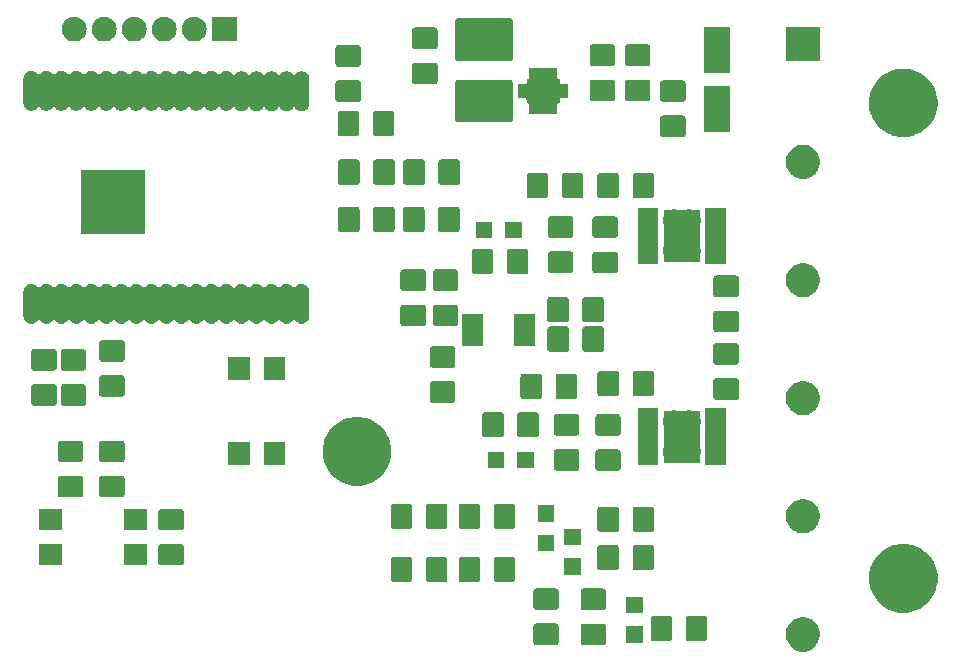
<source format=gbr>
G04 #@! TF.GenerationSoftware,KiCad,Pcbnew,(5.0.1)-3*
G04 #@! TF.CreationDate,2018-11-25T21:54:18-05:00*
G04 #@! TF.ProjectId,ESP32 Windlass,45535033322057696E646C6173732E6B,rev?*
G04 #@! TF.SameCoordinates,Original*
G04 #@! TF.FileFunction,Soldermask,Top*
G04 #@! TF.FilePolarity,Negative*
%FSLAX46Y46*%
G04 Gerber Fmt 4.6, Leading zero omitted, Abs format (unit mm)*
G04 Created by KiCad (PCBNEW (5.0.1)-3) date 11/25/2018 9:54:18 PM*
%MOMM*%
%LPD*%
G01*
G04 APERTURE LIST*
%ADD10C,0.100000*%
G04 APERTURE END LIST*
D10*
G36*
X187922947Y-102355722D02*
X188186833Y-102465027D01*
X188424324Y-102623713D01*
X188626287Y-102825676D01*
X188784973Y-103063167D01*
X188894278Y-103327053D01*
X188950000Y-103607186D01*
X188950000Y-103892814D01*
X188894278Y-104172947D01*
X188784973Y-104436833D01*
X188626287Y-104674324D01*
X188424324Y-104876287D01*
X188186833Y-105034973D01*
X187922947Y-105144278D01*
X187642814Y-105200000D01*
X187357186Y-105200000D01*
X187077053Y-105144278D01*
X186813167Y-105034973D01*
X186575676Y-104876287D01*
X186373713Y-104674324D01*
X186215027Y-104436833D01*
X186105722Y-104172947D01*
X186050000Y-103892814D01*
X186050000Y-103607186D01*
X186105722Y-103327053D01*
X186215027Y-103063167D01*
X186373713Y-102825676D01*
X186575676Y-102623713D01*
X186813167Y-102465027D01*
X187077053Y-102355722D01*
X187357186Y-102300000D01*
X187642814Y-102300000D01*
X187922947Y-102355722D01*
X187922947Y-102355722D01*
G37*
G36*
X170632482Y-102842686D02*
X170677204Y-102856253D01*
X170718433Y-102878290D01*
X170754561Y-102907939D01*
X170784210Y-102944067D01*
X170806247Y-102985296D01*
X170819814Y-103030018D01*
X170825000Y-103082675D01*
X170825000Y-104417325D01*
X170819814Y-104469982D01*
X170806247Y-104514704D01*
X170784210Y-104555933D01*
X170754561Y-104592061D01*
X170718433Y-104621710D01*
X170677204Y-104643747D01*
X170632482Y-104657314D01*
X170579825Y-104662500D01*
X168920175Y-104662500D01*
X168867518Y-104657314D01*
X168822796Y-104643747D01*
X168781567Y-104621710D01*
X168745439Y-104592061D01*
X168715790Y-104555933D01*
X168693753Y-104514704D01*
X168680186Y-104469982D01*
X168675000Y-104417325D01*
X168675000Y-103082675D01*
X168680186Y-103030018D01*
X168693753Y-102985296D01*
X168715790Y-102944067D01*
X168745439Y-102907939D01*
X168781567Y-102878290D01*
X168822796Y-102856253D01*
X168867518Y-102842686D01*
X168920175Y-102837500D01*
X170579825Y-102837500D01*
X170632482Y-102842686D01*
X170632482Y-102842686D01*
G37*
G36*
X166632482Y-102830186D02*
X166677204Y-102843753D01*
X166718433Y-102865790D01*
X166754561Y-102895439D01*
X166784210Y-102931567D01*
X166806247Y-102972796D01*
X166819814Y-103017518D01*
X166825000Y-103070175D01*
X166825000Y-104404825D01*
X166819814Y-104457482D01*
X166806247Y-104502204D01*
X166784210Y-104543433D01*
X166754561Y-104579561D01*
X166718433Y-104609210D01*
X166677204Y-104631247D01*
X166632482Y-104644814D01*
X166579825Y-104650000D01*
X164920175Y-104650000D01*
X164867518Y-104644814D01*
X164822796Y-104631247D01*
X164781567Y-104609210D01*
X164745439Y-104579561D01*
X164715790Y-104543433D01*
X164693753Y-104502204D01*
X164680186Y-104457482D01*
X164675000Y-104404825D01*
X164675000Y-103070175D01*
X164680186Y-103017518D01*
X164693753Y-102972796D01*
X164715790Y-102931567D01*
X164745439Y-102895439D01*
X164781567Y-102865790D01*
X164822796Y-102843753D01*
X164867518Y-102830186D01*
X164920175Y-102825000D01*
X166579825Y-102825000D01*
X166632482Y-102830186D01*
X166632482Y-102830186D01*
G37*
G36*
X173950000Y-104450000D02*
X172550000Y-104450000D01*
X172550000Y-103050000D01*
X173950000Y-103050000D01*
X173950000Y-104450000D01*
X173950000Y-104450000D01*
G37*
G36*
X179207482Y-102180186D02*
X179252204Y-102193753D01*
X179293433Y-102215790D01*
X179329561Y-102245439D01*
X179359210Y-102281567D01*
X179381247Y-102322796D01*
X179394814Y-102367518D01*
X179400000Y-102420175D01*
X179400000Y-104079825D01*
X179394814Y-104132482D01*
X179381247Y-104177204D01*
X179359210Y-104218433D01*
X179329561Y-104254561D01*
X179293433Y-104284210D01*
X179252204Y-104306247D01*
X179207482Y-104319814D01*
X179154825Y-104325000D01*
X177820175Y-104325000D01*
X177767518Y-104319814D01*
X177722796Y-104306247D01*
X177681567Y-104284210D01*
X177645439Y-104254561D01*
X177615790Y-104218433D01*
X177593753Y-104177204D01*
X177580186Y-104132482D01*
X177575000Y-104079825D01*
X177575000Y-102420175D01*
X177580186Y-102367518D01*
X177593753Y-102322796D01*
X177615790Y-102281567D01*
X177645439Y-102245439D01*
X177681567Y-102215790D01*
X177722796Y-102193753D01*
X177767518Y-102180186D01*
X177820175Y-102175000D01*
X179154825Y-102175000D01*
X179207482Y-102180186D01*
X179207482Y-102180186D01*
G37*
G36*
X176232482Y-102180186D02*
X176277204Y-102193753D01*
X176318433Y-102215790D01*
X176354561Y-102245439D01*
X176384210Y-102281567D01*
X176406247Y-102322796D01*
X176419814Y-102367518D01*
X176425000Y-102420175D01*
X176425000Y-104079825D01*
X176419814Y-104132482D01*
X176406247Y-104177204D01*
X176384210Y-104218433D01*
X176354561Y-104254561D01*
X176318433Y-104284210D01*
X176277204Y-104306247D01*
X176232482Y-104319814D01*
X176179825Y-104325000D01*
X174845175Y-104325000D01*
X174792518Y-104319814D01*
X174747796Y-104306247D01*
X174706567Y-104284210D01*
X174670439Y-104254561D01*
X174640790Y-104218433D01*
X174618753Y-104177204D01*
X174605186Y-104132482D01*
X174600000Y-104079825D01*
X174600000Y-102420175D01*
X174605186Y-102367518D01*
X174618753Y-102322796D01*
X174640790Y-102281567D01*
X174670439Y-102245439D01*
X174706567Y-102215790D01*
X174747796Y-102193753D01*
X174792518Y-102180186D01*
X174845175Y-102175000D01*
X176179825Y-102175000D01*
X176232482Y-102180186D01*
X176232482Y-102180186D01*
G37*
G36*
X173950000Y-101950000D02*
X172550000Y-101950000D01*
X172550000Y-100550000D01*
X173950000Y-100550000D01*
X173950000Y-101950000D01*
X173950000Y-101950000D01*
G37*
G36*
X196659141Y-96174297D02*
X196845899Y-96211445D01*
X197015188Y-96281567D01*
X197373664Y-96430052D01*
X197848645Y-96747425D01*
X198252575Y-97151355D01*
X198569948Y-97626336D01*
X198788555Y-98154102D01*
X198900000Y-98714373D01*
X198900000Y-99285627D01*
X198851050Y-99531713D01*
X198788555Y-99845899D01*
X198742835Y-99956277D01*
X198569948Y-100373664D01*
X198252575Y-100848645D01*
X197848645Y-101252575D01*
X197373664Y-101569948D01*
X197102387Y-101682314D01*
X196845899Y-101788555D01*
X196659141Y-101825703D01*
X196285627Y-101900000D01*
X195714373Y-101900000D01*
X195340859Y-101825703D01*
X195154101Y-101788555D01*
X194897613Y-101682314D01*
X194626336Y-101569948D01*
X194151355Y-101252575D01*
X193747425Y-100848645D01*
X193430052Y-100373664D01*
X193257165Y-99956277D01*
X193211445Y-99845899D01*
X193148950Y-99531713D01*
X193100000Y-99285627D01*
X193100000Y-98714373D01*
X193211445Y-98154102D01*
X193430052Y-97626336D01*
X193747425Y-97151355D01*
X194151355Y-96747425D01*
X194626336Y-96430052D01*
X194984812Y-96281567D01*
X195154101Y-96211445D01*
X195340859Y-96174297D01*
X195714373Y-96100000D01*
X196285627Y-96100000D01*
X196659141Y-96174297D01*
X196659141Y-96174297D01*
G37*
G36*
X170632482Y-99867686D02*
X170677204Y-99881253D01*
X170718433Y-99903290D01*
X170754561Y-99932939D01*
X170784210Y-99969067D01*
X170806247Y-100010296D01*
X170819814Y-100055018D01*
X170825000Y-100107675D01*
X170825000Y-101442325D01*
X170819814Y-101494982D01*
X170806247Y-101539704D01*
X170784210Y-101580933D01*
X170754561Y-101617061D01*
X170718433Y-101646710D01*
X170677204Y-101668747D01*
X170632482Y-101682314D01*
X170579825Y-101687500D01*
X168920175Y-101687500D01*
X168867518Y-101682314D01*
X168822796Y-101668747D01*
X168781567Y-101646710D01*
X168745439Y-101617061D01*
X168715790Y-101580933D01*
X168693753Y-101539704D01*
X168680186Y-101494982D01*
X168675000Y-101442325D01*
X168675000Y-100107675D01*
X168680186Y-100055018D01*
X168693753Y-100010296D01*
X168715790Y-99969067D01*
X168745439Y-99932939D01*
X168781567Y-99903290D01*
X168822796Y-99881253D01*
X168867518Y-99867686D01*
X168920175Y-99862500D01*
X170579825Y-99862500D01*
X170632482Y-99867686D01*
X170632482Y-99867686D01*
G37*
G36*
X166632482Y-99855186D02*
X166677204Y-99868753D01*
X166718433Y-99890790D01*
X166754561Y-99920439D01*
X166784210Y-99956567D01*
X166806247Y-99997796D01*
X166819814Y-100042518D01*
X166825000Y-100095175D01*
X166825000Y-101429825D01*
X166819814Y-101482482D01*
X166806247Y-101527204D01*
X166784210Y-101568433D01*
X166754561Y-101604561D01*
X166718433Y-101634210D01*
X166677204Y-101656247D01*
X166632482Y-101669814D01*
X166579825Y-101675000D01*
X164920175Y-101675000D01*
X164867518Y-101669814D01*
X164822796Y-101656247D01*
X164781567Y-101634210D01*
X164745439Y-101604561D01*
X164715790Y-101568433D01*
X164693753Y-101527204D01*
X164680186Y-101482482D01*
X164675000Y-101429825D01*
X164675000Y-100095175D01*
X164680186Y-100042518D01*
X164693753Y-99997796D01*
X164715790Y-99956567D01*
X164745439Y-99920439D01*
X164781567Y-99890790D01*
X164822796Y-99868753D01*
X164867518Y-99855186D01*
X164920175Y-99850000D01*
X166579825Y-99850000D01*
X166632482Y-99855186D01*
X166632482Y-99855186D01*
G37*
G36*
X162957482Y-97180186D02*
X163002204Y-97193753D01*
X163043433Y-97215790D01*
X163079561Y-97245439D01*
X163109210Y-97281567D01*
X163131247Y-97322796D01*
X163144814Y-97367518D01*
X163150000Y-97420175D01*
X163150000Y-99079825D01*
X163144814Y-99132482D01*
X163131247Y-99177204D01*
X163109210Y-99218433D01*
X163079561Y-99254561D01*
X163043433Y-99284210D01*
X163002204Y-99306247D01*
X162957482Y-99319814D01*
X162904825Y-99325000D01*
X161570175Y-99325000D01*
X161517518Y-99319814D01*
X161472796Y-99306247D01*
X161431567Y-99284210D01*
X161395439Y-99254561D01*
X161365790Y-99218433D01*
X161343753Y-99177204D01*
X161330186Y-99132482D01*
X161325000Y-99079825D01*
X161325000Y-97420175D01*
X161330186Y-97367518D01*
X161343753Y-97322796D01*
X161365790Y-97281567D01*
X161395439Y-97245439D01*
X161431567Y-97215790D01*
X161472796Y-97193753D01*
X161517518Y-97180186D01*
X161570175Y-97175000D01*
X162904825Y-97175000D01*
X162957482Y-97180186D01*
X162957482Y-97180186D01*
G37*
G36*
X159982482Y-97180186D02*
X160027204Y-97193753D01*
X160068433Y-97215790D01*
X160104561Y-97245439D01*
X160134210Y-97281567D01*
X160156247Y-97322796D01*
X160169814Y-97367518D01*
X160175000Y-97420175D01*
X160175000Y-99079825D01*
X160169814Y-99132482D01*
X160156247Y-99177204D01*
X160134210Y-99218433D01*
X160104561Y-99254561D01*
X160068433Y-99284210D01*
X160027204Y-99306247D01*
X159982482Y-99319814D01*
X159929825Y-99325000D01*
X158595175Y-99325000D01*
X158542518Y-99319814D01*
X158497796Y-99306247D01*
X158456567Y-99284210D01*
X158420439Y-99254561D01*
X158390790Y-99218433D01*
X158368753Y-99177204D01*
X158355186Y-99132482D01*
X158350000Y-99079825D01*
X158350000Y-97420175D01*
X158355186Y-97367518D01*
X158368753Y-97322796D01*
X158390790Y-97281567D01*
X158420439Y-97245439D01*
X158456567Y-97215790D01*
X158497796Y-97193753D01*
X158542518Y-97180186D01*
X158595175Y-97175000D01*
X159929825Y-97175000D01*
X159982482Y-97180186D01*
X159982482Y-97180186D01*
G37*
G36*
X154232482Y-97180186D02*
X154277204Y-97193753D01*
X154318433Y-97215790D01*
X154354561Y-97245439D01*
X154384210Y-97281567D01*
X154406247Y-97322796D01*
X154419814Y-97367518D01*
X154425000Y-97420175D01*
X154425000Y-99079825D01*
X154419814Y-99132482D01*
X154406247Y-99177204D01*
X154384210Y-99218433D01*
X154354561Y-99254561D01*
X154318433Y-99284210D01*
X154277204Y-99306247D01*
X154232482Y-99319814D01*
X154179825Y-99325000D01*
X152845175Y-99325000D01*
X152792518Y-99319814D01*
X152747796Y-99306247D01*
X152706567Y-99284210D01*
X152670439Y-99254561D01*
X152640790Y-99218433D01*
X152618753Y-99177204D01*
X152605186Y-99132482D01*
X152600000Y-99079825D01*
X152600000Y-97420175D01*
X152605186Y-97367518D01*
X152618753Y-97322796D01*
X152640790Y-97281567D01*
X152670439Y-97245439D01*
X152706567Y-97215790D01*
X152747796Y-97193753D01*
X152792518Y-97180186D01*
X152845175Y-97175000D01*
X154179825Y-97175000D01*
X154232482Y-97180186D01*
X154232482Y-97180186D01*
G37*
G36*
X157207482Y-97180186D02*
X157252204Y-97193753D01*
X157293433Y-97215790D01*
X157329561Y-97245439D01*
X157359210Y-97281567D01*
X157381247Y-97322796D01*
X157394814Y-97367518D01*
X157400000Y-97420175D01*
X157400000Y-99079825D01*
X157394814Y-99132482D01*
X157381247Y-99177204D01*
X157359210Y-99218433D01*
X157329561Y-99254561D01*
X157293433Y-99284210D01*
X157252204Y-99306247D01*
X157207482Y-99319814D01*
X157154825Y-99325000D01*
X155820175Y-99325000D01*
X155767518Y-99319814D01*
X155722796Y-99306247D01*
X155681567Y-99284210D01*
X155645439Y-99254561D01*
X155615790Y-99218433D01*
X155593753Y-99177204D01*
X155580186Y-99132482D01*
X155575000Y-99079825D01*
X155575000Y-97420175D01*
X155580186Y-97367518D01*
X155593753Y-97322796D01*
X155615790Y-97281567D01*
X155645439Y-97245439D01*
X155681567Y-97215790D01*
X155722796Y-97193753D01*
X155767518Y-97180186D01*
X155820175Y-97175000D01*
X157154825Y-97175000D01*
X157207482Y-97180186D01*
X157207482Y-97180186D01*
G37*
G36*
X168700000Y-98700000D02*
X167300000Y-98700000D01*
X167300000Y-97300000D01*
X168700000Y-97300000D01*
X168700000Y-98700000D01*
X168700000Y-98700000D01*
G37*
G36*
X174707482Y-96180186D02*
X174752204Y-96193753D01*
X174793433Y-96215790D01*
X174829561Y-96245439D01*
X174859210Y-96281567D01*
X174881247Y-96322796D01*
X174894814Y-96367518D01*
X174900000Y-96420175D01*
X174900000Y-98079825D01*
X174894814Y-98132482D01*
X174881247Y-98177204D01*
X174859210Y-98218433D01*
X174829561Y-98254561D01*
X174793433Y-98284210D01*
X174752204Y-98306247D01*
X174707482Y-98319814D01*
X174654825Y-98325000D01*
X173320175Y-98325000D01*
X173267518Y-98319814D01*
X173222796Y-98306247D01*
X173181567Y-98284210D01*
X173145439Y-98254561D01*
X173115790Y-98218433D01*
X173093753Y-98177204D01*
X173080186Y-98132482D01*
X173075000Y-98079825D01*
X173075000Y-96420175D01*
X173080186Y-96367518D01*
X173093753Y-96322796D01*
X173115790Y-96281567D01*
X173145439Y-96245439D01*
X173181567Y-96215790D01*
X173222796Y-96193753D01*
X173267518Y-96180186D01*
X173320175Y-96175000D01*
X174654825Y-96175000D01*
X174707482Y-96180186D01*
X174707482Y-96180186D01*
G37*
G36*
X171732482Y-96180186D02*
X171777204Y-96193753D01*
X171818433Y-96215790D01*
X171854561Y-96245439D01*
X171884210Y-96281567D01*
X171906247Y-96322796D01*
X171919814Y-96367518D01*
X171925000Y-96420175D01*
X171925000Y-98079825D01*
X171919814Y-98132482D01*
X171906247Y-98177204D01*
X171884210Y-98218433D01*
X171854561Y-98254561D01*
X171818433Y-98284210D01*
X171777204Y-98306247D01*
X171732482Y-98319814D01*
X171679825Y-98325000D01*
X170345175Y-98325000D01*
X170292518Y-98319814D01*
X170247796Y-98306247D01*
X170206567Y-98284210D01*
X170170439Y-98254561D01*
X170140790Y-98218433D01*
X170118753Y-98177204D01*
X170105186Y-98132482D01*
X170100000Y-98079825D01*
X170100000Y-96420175D01*
X170105186Y-96367518D01*
X170118753Y-96322796D01*
X170140790Y-96281567D01*
X170170439Y-96245439D01*
X170206567Y-96215790D01*
X170247796Y-96193753D01*
X170292518Y-96180186D01*
X170345175Y-96175000D01*
X171679825Y-96175000D01*
X171732482Y-96180186D01*
X171732482Y-96180186D01*
G37*
G36*
X134882482Y-96092686D02*
X134927204Y-96106253D01*
X134968433Y-96128290D01*
X135004561Y-96157939D01*
X135034210Y-96194067D01*
X135056247Y-96235296D01*
X135069814Y-96280018D01*
X135075000Y-96332675D01*
X135075000Y-97667325D01*
X135069814Y-97719982D01*
X135056247Y-97764704D01*
X135034210Y-97805933D01*
X135004561Y-97842061D01*
X134968433Y-97871710D01*
X134927204Y-97893747D01*
X134882482Y-97907314D01*
X134829825Y-97912500D01*
X133170175Y-97912500D01*
X133117518Y-97907314D01*
X133072796Y-97893747D01*
X133031567Y-97871710D01*
X132995439Y-97842061D01*
X132965790Y-97805933D01*
X132943753Y-97764704D01*
X132930186Y-97719982D01*
X132925000Y-97667325D01*
X132925000Y-96332675D01*
X132930186Y-96280018D01*
X132943753Y-96235296D01*
X132965790Y-96194067D01*
X132995439Y-96157939D01*
X133031567Y-96128290D01*
X133072796Y-96106253D01*
X133117518Y-96092686D01*
X133170175Y-96087500D01*
X134829825Y-96087500D01*
X134882482Y-96092686D01*
X134882482Y-96092686D01*
G37*
G36*
X132000000Y-97900000D02*
X130000000Y-97900000D01*
X130000000Y-96100000D01*
X132000000Y-96100000D01*
X132000000Y-97900000D01*
X132000000Y-97900000D01*
G37*
G36*
X124800000Y-97900000D02*
X122800000Y-97900000D01*
X122800000Y-96100000D01*
X124800000Y-96100000D01*
X124800000Y-97900000D01*
X124800000Y-97900000D01*
G37*
G36*
X166450000Y-96700000D02*
X165050000Y-96700000D01*
X165050000Y-95300000D01*
X166450000Y-95300000D01*
X166450000Y-96700000D01*
X166450000Y-96700000D01*
G37*
G36*
X168700000Y-96200000D02*
X167300000Y-96200000D01*
X167300000Y-94800000D01*
X168700000Y-94800000D01*
X168700000Y-96200000D01*
X168700000Y-96200000D01*
G37*
G36*
X187922947Y-92355722D02*
X188186833Y-92465027D01*
X188424324Y-92623713D01*
X188626287Y-92825676D01*
X188784973Y-93063167D01*
X188894278Y-93327053D01*
X188950000Y-93607186D01*
X188950000Y-93892814D01*
X188894278Y-94172947D01*
X188784973Y-94436833D01*
X188626287Y-94674324D01*
X188424324Y-94876287D01*
X188186833Y-95034973D01*
X187922947Y-95144278D01*
X187642814Y-95200000D01*
X187357186Y-95200000D01*
X187077053Y-95144278D01*
X186813167Y-95034973D01*
X186575676Y-94876287D01*
X186373713Y-94674324D01*
X186215027Y-94436833D01*
X186105722Y-94172947D01*
X186050000Y-93892814D01*
X186050000Y-93607186D01*
X186105722Y-93327053D01*
X186215027Y-93063167D01*
X186373713Y-92825676D01*
X186575676Y-92623713D01*
X186813167Y-92465027D01*
X187077053Y-92355722D01*
X187357186Y-92300000D01*
X187642814Y-92300000D01*
X187922947Y-92355722D01*
X187922947Y-92355722D01*
G37*
G36*
X174707482Y-92930186D02*
X174752204Y-92943753D01*
X174793433Y-92965790D01*
X174829561Y-92995439D01*
X174859210Y-93031567D01*
X174881247Y-93072796D01*
X174894814Y-93117518D01*
X174900000Y-93170175D01*
X174900000Y-94829825D01*
X174894814Y-94882482D01*
X174881247Y-94927204D01*
X174859210Y-94968433D01*
X174829561Y-95004561D01*
X174793433Y-95034210D01*
X174752204Y-95056247D01*
X174707482Y-95069814D01*
X174654825Y-95075000D01*
X173320175Y-95075000D01*
X173267518Y-95069814D01*
X173222796Y-95056247D01*
X173181567Y-95034210D01*
X173145439Y-95004561D01*
X173115790Y-94968433D01*
X173093753Y-94927204D01*
X173080186Y-94882482D01*
X173075000Y-94829825D01*
X173075000Y-93170175D01*
X173080186Y-93117518D01*
X173093753Y-93072796D01*
X173115790Y-93031567D01*
X173145439Y-92995439D01*
X173181567Y-92965790D01*
X173222796Y-92943753D01*
X173267518Y-92930186D01*
X173320175Y-92925000D01*
X174654825Y-92925000D01*
X174707482Y-92930186D01*
X174707482Y-92930186D01*
G37*
G36*
X171732482Y-92930186D02*
X171777204Y-92943753D01*
X171818433Y-92965790D01*
X171854561Y-92995439D01*
X171884210Y-93031567D01*
X171906247Y-93072796D01*
X171919814Y-93117518D01*
X171925000Y-93170175D01*
X171925000Y-94829825D01*
X171919814Y-94882482D01*
X171906247Y-94927204D01*
X171884210Y-94968433D01*
X171854561Y-95004561D01*
X171818433Y-95034210D01*
X171777204Y-95056247D01*
X171732482Y-95069814D01*
X171679825Y-95075000D01*
X170345175Y-95075000D01*
X170292518Y-95069814D01*
X170247796Y-95056247D01*
X170206567Y-95034210D01*
X170170439Y-95004561D01*
X170140790Y-94968433D01*
X170118753Y-94927204D01*
X170105186Y-94882482D01*
X170100000Y-94829825D01*
X170100000Y-93170175D01*
X170105186Y-93117518D01*
X170118753Y-93072796D01*
X170140790Y-93031567D01*
X170170439Y-92995439D01*
X170206567Y-92965790D01*
X170247796Y-92943753D01*
X170292518Y-92930186D01*
X170345175Y-92925000D01*
X171679825Y-92925000D01*
X171732482Y-92930186D01*
X171732482Y-92930186D01*
G37*
G36*
X134882482Y-93117686D02*
X134927204Y-93131253D01*
X134968433Y-93153290D01*
X135004561Y-93182939D01*
X135034210Y-93219067D01*
X135056247Y-93260296D01*
X135069814Y-93305018D01*
X135075000Y-93357675D01*
X135075000Y-94692325D01*
X135069814Y-94744982D01*
X135056247Y-94789704D01*
X135034210Y-94830933D01*
X135004561Y-94867061D01*
X134968433Y-94896710D01*
X134927204Y-94918747D01*
X134882482Y-94932314D01*
X134829825Y-94937500D01*
X133170175Y-94937500D01*
X133117518Y-94932314D01*
X133072796Y-94918747D01*
X133031567Y-94896710D01*
X132995439Y-94867061D01*
X132965790Y-94830933D01*
X132943753Y-94789704D01*
X132930186Y-94744982D01*
X132925000Y-94692325D01*
X132925000Y-93357675D01*
X132930186Y-93305018D01*
X132943753Y-93260296D01*
X132965790Y-93219067D01*
X132995439Y-93182939D01*
X133031567Y-93153290D01*
X133072796Y-93131253D01*
X133117518Y-93117686D01*
X133170175Y-93112500D01*
X134829825Y-93112500D01*
X134882482Y-93117686D01*
X134882482Y-93117686D01*
G37*
G36*
X132000000Y-94900000D02*
X130000000Y-94900000D01*
X130000000Y-93100000D01*
X132000000Y-93100000D01*
X132000000Y-94900000D01*
X132000000Y-94900000D01*
G37*
G36*
X124800000Y-94900000D02*
X122800000Y-94900000D01*
X122800000Y-93100000D01*
X124800000Y-93100000D01*
X124800000Y-94900000D01*
X124800000Y-94900000D01*
G37*
G36*
X154232482Y-92680186D02*
X154277204Y-92693753D01*
X154318433Y-92715790D01*
X154354561Y-92745439D01*
X154384210Y-92781567D01*
X154406247Y-92822796D01*
X154419814Y-92867518D01*
X154425000Y-92920175D01*
X154425000Y-94579825D01*
X154419814Y-94632482D01*
X154406247Y-94677204D01*
X154384210Y-94718433D01*
X154354561Y-94754561D01*
X154318433Y-94784210D01*
X154277204Y-94806247D01*
X154232482Y-94819814D01*
X154179825Y-94825000D01*
X152845175Y-94825000D01*
X152792518Y-94819814D01*
X152747796Y-94806247D01*
X152706567Y-94784210D01*
X152670439Y-94754561D01*
X152640790Y-94718433D01*
X152618753Y-94677204D01*
X152605186Y-94632482D01*
X152600000Y-94579825D01*
X152600000Y-92920175D01*
X152605186Y-92867518D01*
X152618753Y-92822796D01*
X152640790Y-92781567D01*
X152670439Y-92745439D01*
X152706567Y-92715790D01*
X152747796Y-92693753D01*
X152792518Y-92680186D01*
X152845175Y-92675000D01*
X154179825Y-92675000D01*
X154232482Y-92680186D01*
X154232482Y-92680186D01*
G37*
G36*
X159982482Y-92680186D02*
X160027204Y-92693753D01*
X160068433Y-92715790D01*
X160104561Y-92745439D01*
X160134210Y-92781567D01*
X160156247Y-92822796D01*
X160169814Y-92867518D01*
X160175000Y-92920175D01*
X160175000Y-94579825D01*
X160169814Y-94632482D01*
X160156247Y-94677204D01*
X160134210Y-94718433D01*
X160104561Y-94754561D01*
X160068433Y-94784210D01*
X160027204Y-94806247D01*
X159982482Y-94819814D01*
X159929825Y-94825000D01*
X158595175Y-94825000D01*
X158542518Y-94819814D01*
X158497796Y-94806247D01*
X158456567Y-94784210D01*
X158420439Y-94754561D01*
X158390790Y-94718433D01*
X158368753Y-94677204D01*
X158355186Y-94632482D01*
X158350000Y-94579825D01*
X158350000Y-92920175D01*
X158355186Y-92867518D01*
X158368753Y-92822796D01*
X158390790Y-92781567D01*
X158420439Y-92745439D01*
X158456567Y-92715790D01*
X158497796Y-92693753D01*
X158542518Y-92680186D01*
X158595175Y-92675000D01*
X159929825Y-92675000D01*
X159982482Y-92680186D01*
X159982482Y-92680186D01*
G37*
G36*
X157207482Y-92680186D02*
X157252204Y-92693753D01*
X157293433Y-92715790D01*
X157329561Y-92745439D01*
X157359210Y-92781567D01*
X157381247Y-92822796D01*
X157394814Y-92867518D01*
X157400000Y-92920175D01*
X157400000Y-94579825D01*
X157394814Y-94632482D01*
X157381247Y-94677204D01*
X157359210Y-94718433D01*
X157329561Y-94754561D01*
X157293433Y-94784210D01*
X157252204Y-94806247D01*
X157207482Y-94819814D01*
X157154825Y-94825000D01*
X155820175Y-94825000D01*
X155767518Y-94819814D01*
X155722796Y-94806247D01*
X155681567Y-94784210D01*
X155645439Y-94754561D01*
X155615790Y-94718433D01*
X155593753Y-94677204D01*
X155580186Y-94632482D01*
X155575000Y-94579825D01*
X155575000Y-92920175D01*
X155580186Y-92867518D01*
X155593753Y-92822796D01*
X155615790Y-92781567D01*
X155645439Y-92745439D01*
X155681567Y-92715790D01*
X155722796Y-92693753D01*
X155767518Y-92680186D01*
X155820175Y-92675000D01*
X157154825Y-92675000D01*
X157207482Y-92680186D01*
X157207482Y-92680186D01*
G37*
G36*
X162957482Y-92680186D02*
X163002204Y-92693753D01*
X163043433Y-92715790D01*
X163079561Y-92745439D01*
X163109210Y-92781567D01*
X163131247Y-92822796D01*
X163144814Y-92867518D01*
X163150000Y-92920175D01*
X163150000Y-94579825D01*
X163144814Y-94632482D01*
X163131247Y-94677204D01*
X163109210Y-94718433D01*
X163079561Y-94754561D01*
X163043433Y-94784210D01*
X163002204Y-94806247D01*
X162957482Y-94819814D01*
X162904825Y-94825000D01*
X161570175Y-94825000D01*
X161517518Y-94819814D01*
X161472796Y-94806247D01*
X161431567Y-94784210D01*
X161395439Y-94754561D01*
X161365790Y-94718433D01*
X161343753Y-94677204D01*
X161330186Y-94632482D01*
X161325000Y-94579825D01*
X161325000Y-92920175D01*
X161330186Y-92867518D01*
X161343753Y-92822796D01*
X161365790Y-92781567D01*
X161395439Y-92745439D01*
X161431567Y-92715790D01*
X161472796Y-92693753D01*
X161517518Y-92680186D01*
X161570175Y-92675000D01*
X162904825Y-92675000D01*
X162957482Y-92680186D01*
X162957482Y-92680186D01*
G37*
G36*
X166450000Y-94200000D02*
X165050000Y-94200000D01*
X165050000Y-92800000D01*
X166450000Y-92800000D01*
X166450000Y-94200000D01*
X166450000Y-94200000D01*
G37*
G36*
X126382482Y-90330186D02*
X126427204Y-90343753D01*
X126468433Y-90365790D01*
X126504561Y-90395439D01*
X126534210Y-90431567D01*
X126556247Y-90472796D01*
X126569814Y-90517518D01*
X126575000Y-90570175D01*
X126575000Y-91904825D01*
X126569814Y-91957482D01*
X126556247Y-92002204D01*
X126534210Y-92043433D01*
X126504561Y-92079561D01*
X126468433Y-92109210D01*
X126427204Y-92131247D01*
X126382482Y-92144814D01*
X126329825Y-92150000D01*
X124670175Y-92150000D01*
X124617518Y-92144814D01*
X124572796Y-92131247D01*
X124531567Y-92109210D01*
X124495439Y-92079561D01*
X124465790Y-92043433D01*
X124443753Y-92002204D01*
X124430186Y-91957482D01*
X124425000Y-91904825D01*
X124425000Y-90570175D01*
X124430186Y-90517518D01*
X124443753Y-90472796D01*
X124465790Y-90431567D01*
X124495439Y-90395439D01*
X124531567Y-90365790D01*
X124572796Y-90343753D01*
X124617518Y-90330186D01*
X124670175Y-90325000D01*
X126329825Y-90325000D01*
X126382482Y-90330186D01*
X126382482Y-90330186D01*
G37*
G36*
X129882482Y-90317686D02*
X129927204Y-90331253D01*
X129968433Y-90353290D01*
X130004561Y-90382939D01*
X130034210Y-90419067D01*
X130056247Y-90460296D01*
X130069814Y-90505018D01*
X130075000Y-90557675D01*
X130075000Y-91892325D01*
X130069814Y-91944982D01*
X130056247Y-91989704D01*
X130034210Y-92030933D01*
X130004561Y-92067061D01*
X129968433Y-92096710D01*
X129927204Y-92118747D01*
X129882482Y-92132314D01*
X129829825Y-92137500D01*
X128170175Y-92137500D01*
X128117518Y-92132314D01*
X128072796Y-92118747D01*
X128031567Y-92096710D01*
X127995439Y-92067061D01*
X127965790Y-92030933D01*
X127943753Y-91989704D01*
X127930186Y-91944982D01*
X127925000Y-91892325D01*
X127925000Y-90557675D01*
X127930186Y-90505018D01*
X127943753Y-90460296D01*
X127965790Y-90419067D01*
X127995439Y-90382939D01*
X128031567Y-90353290D01*
X128072796Y-90331253D01*
X128117518Y-90317686D01*
X128170175Y-90312500D01*
X129829825Y-90312500D01*
X129882482Y-90317686D01*
X129882482Y-90317686D01*
G37*
G36*
X150325583Y-85407676D02*
X150595899Y-85461445D01*
X150814506Y-85551995D01*
X151123664Y-85680052D01*
X151598645Y-85997425D01*
X152002575Y-86401355D01*
X152319948Y-86876336D01*
X152422693Y-87124386D01*
X152538555Y-87404101D01*
X152554706Y-87485296D01*
X152650000Y-87964373D01*
X152650000Y-88535627D01*
X152612331Y-88725000D01*
X152538555Y-89095899D01*
X152507938Y-89169814D01*
X152319948Y-89623664D01*
X152002575Y-90098645D01*
X151598645Y-90502575D01*
X151123664Y-90819948D01*
X150814506Y-90948005D01*
X150595899Y-91038555D01*
X150409141Y-91075703D01*
X150035627Y-91150000D01*
X149464373Y-91150000D01*
X149090859Y-91075703D01*
X148904101Y-91038555D01*
X148685494Y-90948005D01*
X148376336Y-90819948D01*
X147901355Y-90502575D01*
X147497425Y-90098645D01*
X147180052Y-89623664D01*
X146992062Y-89169814D01*
X146961445Y-89095899D01*
X146887669Y-88725000D01*
X146850000Y-88535627D01*
X146850000Y-87964373D01*
X146945294Y-87485296D01*
X146961445Y-87404101D01*
X147077307Y-87124386D01*
X147180052Y-86876336D01*
X147497425Y-86401355D01*
X147901355Y-85997425D01*
X148376336Y-85680052D01*
X148685494Y-85551995D01*
X148904101Y-85461445D01*
X149174417Y-85407676D01*
X149464373Y-85350000D01*
X150035627Y-85350000D01*
X150325583Y-85407676D01*
X150325583Y-85407676D01*
G37*
G36*
X171882482Y-88092686D02*
X171927204Y-88106253D01*
X171968433Y-88128290D01*
X172004561Y-88157939D01*
X172034210Y-88194067D01*
X172056247Y-88235296D01*
X172069814Y-88280018D01*
X172075000Y-88332675D01*
X172075000Y-89667325D01*
X172069814Y-89719982D01*
X172056247Y-89764704D01*
X172034210Y-89805933D01*
X172004561Y-89842061D01*
X171968433Y-89871710D01*
X171927204Y-89893747D01*
X171882482Y-89907314D01*
X171829825Y-89912500D01*
X170170175Y-89912500D01*
X170117518Y-89907314D01*
X170072796Y-89893747D01*
X170031567Y-89871710D01*
X169995439Y-89842061D01*
X169965790Y-89805933D01*
X169943753Y-89764704D01*
X169930186Y-89719982D01*
X169925000Y-89667325D01*
X169925000Y-88332675D01*
X169930186Y-88280018D01*
X169943753Y-88235296D01*
X169965790Y-88194067D01*
X169995439Y-88157939D01*
X170031567Y-88128290D01*
X170072796Y-88106253D01*
X170117518Y-88092686D01*
X170170175Y-88087500D01*
X171829825Y-88087500D01*
X171882482Y-88092686D01*
X171882482Y-88092686D01*
G37*
G36*
X168382482Y-88067686D02*
X168427204Y-88081253D01*
X168468433Y-88103290D01*
X168504561Y-88132939D01*
X168534210Y-88169067D01*
X168556247Y-88210296D01*
X168569814Y-88255018D01*
X168575000Y-88307675D01*
X168575000Y-89642325D01*
X168569814Y-89694982D01*
X168556247Y-89739704D01*
X168534210Y-89780933D01*
X168504561Y-89817061D01*
X168468433Y-89846710D01*
X168427204Y-89868747D01*
X168382482Y-89882314D01*
X168329825Y-89887500D01*
X166670175Y-89887500D01*
X166617518Y-89882314D01*
X166572796Y-89868747D01*
X166531567Y-89846710D01*
X166495439Y-89817061D01*
X166465790Y-89780933D01*
X166443753Y-89739704D01*
X166430186Y-89694982D01*
X166425000Y-89642325D01*
X166425000Y-88307675D01*
X166430186Y-88255018D01*
X166443753Y-88210296D01*
X166465790Y-88169067D01*
X166495439Y-88132939D01*
X166531567Y-88103290D01*
X166572796Y-88081253D01*
X166617518Y-88067686D01*
X166670175Y-88062500D01*
X168329825Y-88062500D01*
X168382482Y-88067686D01*
X168382482Y-88067686D01*
G37*
G36*
X164700000Y-89700000D02*
X163300000Y-89700000D01*
X163300000Y-88300000D01*
X164700000Y-88300000D01*
X164700000Y-89700000D01*
X164700000Y-89700000D01*
G37*
G36*
X162200000Y-89700000D02*
X160800000Y-89700000D01*
X160800000Y-88300000D01*
X162200000Y-88300000D01*
X162200000Y-89700000D01*
X162200000Y-89700000D01*
G37*
G36*
X143650000Y-89450000D02*
X141850000Y-89450000D01*
X141850000Y-87450000D01*
X143650000Y-87450000D01*
X143650000Y-89450000D01*
X143650000Y-89450000D01*
G37*
G36*
X140650000Y-89450000D02*
X138850000Y-89450000D01*
X138850000Y-87450000D01*
X140650000Y-87450000D01*
X140650000Y-89450000D01*
X140650000Y-89450000D01*
G37*
G36*
X180955000Y-89375000D02*
X179245000Y-89375000D01*
X179245000Y-84625000D01*
X180955000Y-84625000D01*
X180955000Y-89375000D01*
X180955000Y-89375000D01*
G37*
G36*
X175255000Y-86450000D02*
X175257402Y-86474386D01*
X175260000Y-86482951D01*
X175260000Y-87517049D01*
X175257402Y-87525614D01*
X175255000Y-87550000D01*
X175255000Y-89375000D01*
X173545000Y-89375000D01*
X173545000Y-87132951D01*
X173547598Y-87124386D01*
X173550000Y-87100000D01*
X173550000Y-86900000D01*
X173547598Y-86875614D01*
X173545000Y-86867049D01*
X173545000Y-84625000D01*
X175255000Y-84625000D01*
X175255000Y-86450000D01*
X175255000Y-86450000D01*
G37*
G36*
X176858552Y-84797598D02*
X176882938Y-84800000D01*
X177617062Y-84800000D01*
X177641448Y-84797598D01*
X177790250Y-84768000D01*
X177979750Y-84768000D01*
X178128552Y-84797598D01*
X178152938Y-84800000D01*
X178775000Y-84800000D01*
X178775000Y-85339958D01*
X178777402Y-85364344D01*
X178784514Y-85387792D01*
X178803106Y-85432676D01*
X178810032Y-85449398D01*
X178847000Y-85635250D01*
X178847000Y-85824750D01*
X178823918Y-85940793D01*
X178810031Y-86010605D01*
X178798684Y-86038000D01*
X178784515Y-86072206D01*
X178777402Y-86095655D01*
X178775000Y-86120042D01*
X178775000Y-87879958D01*
X178777402Y-87904344D01*
X178784514Y-87927792D01*
X178799667Y-87964375D01*
X178810032Y-87989398D01*
X178847000Y-88175250D01*
X178847000Y-88364750D01*
X178810032Y-88550602D01*
X178784515Y-88612206D01*
X178777402Y-88635655D01*
X178775000Y-88660042D01*
X178775000Y-89200000D01*
X178152938Y-89200000D01*
X178128552Y-89202402D01*
X177979750Y-89232000D01*
X177790250Y-89232000D01*
X177641448Y-89202402D01*
X177617062Y-89200000D01*
X176882938Y-89200000D01*
X176858552Y-89202402D01*
X176709750Y-89232000D01*
X176520250Y-89232000D01*
X176371448Y-89202402D01*
X176347062Y-89200000D01*
X175725000Y-89200000D01*
X175725000Y-88660042D01*
X175722598Y-88635656D01*
X175715485Y-88612206D01*
X175689968Y-88550602D01*
X175653000Y-88364750D01*
X175653000Y-88175250D01*
X175689968Y-87989398D01*
X175700333Y-87964375D01*
X175715486Y-87927792D01*
X175722598Y-87904345D01*
X175725000Y-87879958D01*
X175725000Y-86120042D01*
X175722598Y-86095656D01*
X175715485Y-86072206D01*
X175701317Y-86038000D01*
X175689969Y-86010605D01*
X175676083Y-85940793D01*
X175653000Y-85824750D01*
X175653000Y-85635250D01*
X175689968Y-85449398D01*
X175696894Y-85432676D01*
X175715486Y-85387792D01*
X175722598Y-85364345D01*
X175725000Y-85339958D01*
X175725000Y-84800000D01*
X176347062Y-84800000D01*
X176371448Y-84797598D01*
X176520250Y-84768000D01*
X176709750Y-84768000D01*
X176858552Y-84797598D01*
X176858552Y-84797598D01*
G37*
G36*
X126382482Y-87355186D02*
X126427204Y-87368753D01*
X126468433Y-87390790D01*
X126504561Y-87420439D01*
X126534210Y-87456567D01*
X126556247Y-87497796D01*
X126569814Y-87542518D01*
X126575000Y-87595175D01*
X126575000Y-88929825D01*
X126569814Y-88982482D01*
X126556247Y-89027204D01*
X126534210Y-89068433D01*
X126504561Y-89104561D01*
X126468433Y-89134210D01*
X126427204Y-89156247D01*
X126382482Y-89169814D01*
X126329825Y-89175000D01*
X124670175Y-89175000D01*
X124617518Y-89169814D01*
X124572796Y-89156247D01*
X124531567Y-89134210D01*
X124495439Y-89104561D01*
X124465790Y-89068433D01*
X124443753Y-89027204D01*
X124430186Y-88982482D01*
X124425000Y-88929825D01*
X124425000Y-87595175D01*
X124430186Y-87542518D01*
X124443753Y-87497796D01*
X124465790Y-87456567D01*
X124495439Y-87420439D01*
X124531567Y-87390790D01*
X124572796Y-87368753D01*
X124617518Y-87355186D01*
X124670175Y-87350000D01*
X126329825Y-87350000D01*
X126382482Y-87355186D01*
X126382482Y-87355186D01*
G37*
G36*
X129882482Y-87342686D02*
X129927204Y-87356253D01*
X129968433Y-87378290D01*
X130004561Y-87407939D01*
X130034210Y-87444067D01*
X130056247Y-87485296D01*
X130069814Y-87530018D01*
X130075000Y-87582675D01*
X130075000Y-88917325D01*
X130069814Y-88969982D01*
X130056247Y-89014704D01*
X130034210Y-89055933D01*
X130004561Y-89092061D01*
X129968433Y-89121710D01*
X129927204Y-89143747D01*
X129882482Y-89157314D01*
X129829825Y-89162500D01*
X128170175Y-89162500D01*
X128117518Y-89157314D01*
X128072796Y-89143747D01*
X128031567Y-89121710D01*
X127995439Y-89092061D01*
X127965790Y-89055933D01*
X127943753Y-89014704D01*
X127930186Y-88969982D01*
X127925000Y-88917325D01*
X127925000Y-87582675D01*
X127930186Y-87530018D01*
X127943753Y-87485296D01*
X127965790Y-87444067D01*
X127995439Y-87407939D01*
X128031567Y-87378290D01*
X128072796Y-87356253D01*
X128117518Y-87342686D01*
X128170175Y-87337500D01*
X129829825Y-87337500D01*
X129882482Y-87342686D01*
X129882482Y-87342686D01*
G37*
G36*
X161982482Y-84930186D02*
X162027204Y-84943753D01*
X162068433Y-84965790D01*
X162104561Y-84995439D01*
X162134210Y-85031567D01*
X162156247Y-85072796D01*
X162169814Y-85117518D01*
X162175000Y-85170175D01*
X162175000Y-86829825D01*
X162169814Y-86882482D01*
X162156247Y-86927204D01*
X162134210Y-86968433D01*
X162104561Y-87004561D01*
X162068433Y-87034210D01*
X162027204Y-87056247D01*
X161982482Y-87069814D01*
X161929825Y-87075000D01*
X160595175Y-87075000D01*
X160542518Y-87069814D01*
X160497796Y-87056247D01*
X160456567Y-87034210D01*
X160420439Y-87004561D01*
X160390790Y-86968433D01*
X160368753Y-86927204D01*
X160355186Y-86882482D01*
X160350000Y-86829825D01*
X160350000Y-85170175D01*
X160355186Y-85117518D01*
X160368753Y-85072796D01*
X160390790Y-85031567D01*
X160420439Y-84995439D01*
X160456567Y-84965790D01*
X160497796Y-84943753D01*
X160542518Y-84930186D01*
X160595175Y-84925000D01*
X161929825Y-84925000D01*
X161982482Y-84930186D01*
X161982482Y-84930186D01*
G37*
G36*
X164957482Y-84930186D02*
X165002204Y-84943753D01*
X165043433Y-84965790D01*
X165079561Y-84995439D01*
X165109210Y-85031567D01*
X165131247Y-85072796D01*
X165144814Y-85117518D01*
X165150000Y-85170175D01*
X165150000Y-86829825D01*
X165144814Y-86882482D01*
X165131247Y-86927204D01*
X165109210Y-86968433D01*
X165079561Y-87004561D01*
X165043433Y-87034210D01*
X165002204Y-87056247D01*
X164957482Y-87069814D01*
X164904825Y-87075000D01*
X163570175Y-87075000D01*
X163517518Y-87069814D01*
X163472796Y-87056247D01*
X163431567Y-87034210D01*
X163395439Y-87004561D01*
X163365790Y-86968433D01*
X163343753Y-86927204D01*
X163330186Y-86882482D01*
X163325000Y-86829825D01*
X163325000Y-85170175D01*
X163330186Y-85117518D01*
X163343753Y-85072796D01*
X163365790Y-85031567D01*
X163395439Y-84995439D01*
X163431567Y-84965790D01*
X163472796Y-84943753D01*
X163517518Y-84930186D01*
X163570175Y-84925000D01*
X164904825Y-84925000D01*
X164957482Y-84930186D01*
X164957482Y-84930186D01*
G37*
G36*
X171882482Y-85117686D02*
X171927204Y-85131253D01*
X171968433Y-85153290D01*
X172004561Y-85182939D01*
X172034210Y-85219067D01*
X172056247Y-85260296D01*
X172069814Y-85305018D01*
X172075000Y-85357675D01*
X172075000Y-86692325D01*
X172069814Y-86744982D01*
X172056247Y-86789704D01*
X172034210Y-86830933D01*
X172004561Y-86867061D01*
X171968433Y-86896710D01*
X171927204Y-86918747D01*
X171882482Y-86932314D01*
X171829825Y-86937500D01*
X170170175Y-86937500D01*
X170117518Y-86932314D01*
X170072796Y-86918747D01*
X170031567Y-86896710D01*
X169995439Y-86867061D01*
X169965790Y-86830933D01*
X169943753Y-86789704D01*
X169930186Y-86744982D01*
X169925000Y-86692325D01*
X169925000Y-85357675D01*
X169930186Y-85305018D01*
X169943753Y-85260296D01*
X169965790Y-85219067D01*
X169995439Y-85182939D01*
X170031567Y-85153290D01*
X170072796Y-85131253D01*
X170117518Y-85117686D01*
X170170175Y-85112500D01*
X171829825Y-85112500D01*
X171882482Y-85117686D01*
X171882482Y-85117686D01*
G37*
G36*
X168382482Y-85092686D02*
X168427204Y-85106253D01*
X168468433Y-85128290D01*
X168504561Y-85157939D01*
X168534210Y-85194067D01*
X168556247Y-85235296D01*
X168569814Y-85280018D01*
X168575000Y-85332675D01*
X168575000Y-86667325D01*
X168569814Y-86719982D01*
X168556247Y-86764704D01*
X168534210Y-86805933D01*
X168504561Y-86842061D01*
X168468433Y-86871710D01*
X168427204Y-86893747D01*
X168382482Y-86907314D01*
X168329825Y-86912500D01*
X166670175Y-86912500D01*
X166617518Y-86907314D01*
X166572796Y-86893747D01*
X166531567Y-86871710D01*
X166495439Y-86842061D01*
X166465790Y-86805933D01*
X166443753Y-86764704D01*
X166430186Y-86719982D01*
X166425000Y-86667325D01*
X166425000Y-85332675D01*
X166430186Y-85280018D01*
X166443753Y-85235296D01*
X166465790Y-85194067D01*
X166495439Y-85157939D01*
X166531567Y-85128290D01*
X166572796Y-85106253D01*
X166617518Y-85092686D01*
X166670175Y-85087500D01*
X168329825Y-85087500D01*
X168382482Y-85092686D01*
X168382482Y-85092686D01*
G37*
G36*
X187922947Y-82355722D02*
X188186833Y-82465027D01*
X188424324Y-82623713D01*
X188626287Y-82825676D01*
X188784973Y-83063167D01*
X188894278Y-83327053D01*
X188950000Y-83607186D01*
X188950000Y-83892814D01*
X188894278Y-84172947D01*
X188784973Y-84436833D01*
X188626287Y-84674324D01*
X188424324Y-84876287D01*
X188186833Y-85034973D01*
X187922947Y-85144278D01*
X187642814Y-85200000D01*
X187357186Y-85200000D01*
X187077053Y-85144278D01*
X186813167Y-85034973D01*
X186575676Y-84876287D01*
X186373713Y-84674324D01*
X186215027Y-84436833D01*
X186105722Y-84172947D01*
X186050000Y-83892814D01*
X186050000Y-83607186D01*
X186105722Y-83327053D01*
X186215027Y-83063167D01*
X186373713Y-82825676D01*
X186575676Y-82623713D01*
X186813167Y-82465027D01*
X187077053Y-82355722D01*
X187357186Y-82300000D01*
X187642814Y-82300000D01*
X187922947Y-82355722D01*
X187922947Y-82355722D01*
G37*
G36*
X126619982Y-82580186D02*
X126664704Y-82593753D01*
X126705933Y-82615790D01*
X126742061Y-82645439D01*
X126771710Y-82681567D01*
X126793747Y-82722796D01*
X126807314Y-82767518D01*
X126812500Y-82820175D01*
X126812500Y-84154825D01*
X126807314Y-84207482D01*
X126793747Y-84252204D01*
X126771710Y-84293433D01*
X126742061Y-84329561D01*
X126705933Y-84359210D01*
X126664704Y-84381247D01*
X126619982Y-84394814D01*
X126567325Y-84400000D01*
X124907675Y-84400000D01*
X124855018Y-84394814D01*
X124810296Y-84381247D01*
X124769067Y-84359210D01*
X124732939Y-84329561D01*
X124703290Y-84293433D01*
X124681253Y-84252204D01*
X124667686Y-84207482D01*
X124662500Y-84154825D01*
X124662500Y-82820175D01*
X124667686Y-82767518D01*
X124681253Y-82722796D01*
X124703290Y-82681567D01*
X124732939Y-82645439D01*
X124769067Y-82615790D01*
X124810296Y-82593753D01*
X124855018Y-82580186D01*
X124907675Y-82575000D01*
X126567325Y-82575000D01*
X126619982Y-82580186D01*
X126619982Y-82580186D01*
G37*
G36*
X124119982Y-82567686D02*
X124164704Y-82581253D01*
X124205933Y-82603290D01*
X124242061Y-82632939D01*
X124271710Y-82669067D01*
X124293747Y-82710296D01*
X124307314Y-82755018D01*
X124312500Y-82807675D01*
X124312500Y-84142325D01*
X124307314Y-84194982D01*
X124293747Y-84239704D01*
X124271710Y-84280933D01*
X124242061Y-84317061D01*
X124205933Y-84346710D01*
X124164704Y-84368747D01*
X124119982Y-84382314D01*
X124067325Y-84387500D01*
X122407675Y-84387500D01*
X122355018Y-84382314D01*
X122310296Y-84368747D01*
X122269067Y-84346710D01*
X122232939Y-84317061D01*
X122203290Y-84280933D01*
X122181253Y-84239704D01*
X122167686Y-84194982D01*
X122162500Y-84142325D01*
X122162500Y-82807675D01*
X122167686Y-82755018D01*
X122181253Y-82710296D01*
X122203290Y-82669067D01*
X122232939Y-82632939D01*
X122269067Y-82603290D01*
X122310296Y-82581253D01*
X122355018Y-82567686D01*
X122407675Y-82562500D01*
X124067325Y-82562500D01*
X124119982Y-82567686D01*
X124119982Y-82567686D01*
G37*
G36*
X157882482Y-82317686D02*
X157927204Y-82331253D01*
X157968433Y-82353290D01*
X158004561Y-82382939D01*
X158034210Y-82419067D01*
X158056247Y-82460296D01*
X158069814Y-82505018D01*
X158075000Y-82557675D01*
X158075000Y-83892325D01*
X158069814Y-83944982D01*
X158056247Y-83989704D01*
X158034210Y-84030933D01*
X158004561Y-84067061D01*
X157968433Y-84096710D01*
X157927204Y-84118747D01*
X157882482Y-84132314D01*
X157829825Y-84137500D01*
X156170175Y-84137500D01*
X156117518Y-84132314D01*
X156072796Y-84118747D01*
X156031567Y-84096710D01*
X155995439Y-84067061D01*
X155965790Y-84030933D01*
X155943753Y-83989704D01*
X155930186Y-83944982D01*
X155925000Y-83892325D01*
X155925000Y-82557675D01*
X155930186Y-82505018D01*
X155943753Y-82460296D01*
X155965790Y-82419067D01*
X155995439Y-82382939D01*
X156031567Y-82353290D01*
X156072796Y-82331253D01*
X156117518Y-82317686D01*
X156170175Y-82312500D01*
X157829825Y-82312500D01*
X157882482Y-82317686D01*
X157882482Y-82317686D01*
G37*
G36*
X181882482Y-82067686D02*
X181927204Y-82081253D01*
X181968433Y-82103290D01*
X182004561Y-82132939D01*
X182034210Y-82169067D01*
X182056247Y-82210296D01*
X182069814Y-82255018D01*
X182075000Y-82307675D01*
X182075000Y-83642325D01*
X182069814Y-83694982D01*
X182056247Y-83739704D01*
X182034210Y-83780933D01*
X182004561Y-83817061D01*
X181968433Y-83846710D01*
X181927204Y-83868747D01*
X181882482Y-83882314D01*
X181829825Y-83887500D01*
X180170175Y-83887500D01*
X180117518Y-83882314D01*
X180072796Y-83868747D01*
X180031567Y-83846710D01*
X179995439Y-83817061D01*
X179965790Y-83780933D01*
X179943753Y-83739704D01*
X179930186Y-83694982D01*
X179925000Y-83642325D01*
X179925000Y-82307675D01*
X179930186Y-82255018D01*
X179943753Y-82210296D01*
X179965790Y-82169067D01*
X179995439Y-82132939D01*
X180031567Y-82103290D01*
X180072796Y-82081253D01*
X180117518Y-82067686D01*
X180170175Y-82062500D01*
X181829825Y-82062500D01*
X181882482Y-82067686D01*
X181882482Y-82067686D01*
G37*
G36*
X165219982Y-81680186D02*
X165264704Y-81693753D01*
X165305933Y-81715790D01*
X165342061Y-81745439D01*
X165371710Y-81781567D01*
X165393747Y-81822796D01*
X165407314Y-81867518D01*
X165412500Y-81920175D01*
X165412500Y-83579825D01*
X165407314Y-83632482D01*
X165393747Y-83677204D01*
X165371710Y-83718433D01*
X165342061Y-83754561D01*
X165305933Y-83784210D01*
X165264704Y-83806247D01*
X165219982Y-83819814D01*
X165167325Y-83825000D01*
X163832675Y-83825000D01*
X163780018Y-83819814D01*
X163735296Y-83806247D01*
X163694067Y-83784210D01*
X163657939Y-83754561D01*
X163628290Y-83718433D01*
X163606253Y-83677204D01*
X163592686Y-83632482D01*
X163587500Y-83579825D01*
X163587500Y-81920175D01*
X163592686Y-81867518D01*
X163606253Y-81822796D01*
X163628290Y-81781567D01*
X163657939Y-81745439D01*
X163694067Y-81715790D01*
X163735296Y-81693753D01*
X163780018Y-81680186D01*
X163832675Y-81675000D01*
X165167325Y-81675000D01*
X165219982Y-81680186D01*
X165219982Y-81680186D01*
G37*
G36*
X168194982Y-81680186D02*
X168239704Y-81693753D01*
X168280933Y-81715790D01*
X168317061Y-81745439D01*
X168346710Y-81781567D01*
X168368747Y-81822796D01*
X168382314Y-81867518D01*
X168387500Y-81920175D01*
X168387500Y-83579825D01*
X168382314Y-83632482D01*
X168368747Y-83677204D01*
X168346710Y-83718433D01*
X168317061Y-83754561D01*
X168280933Y-83784210D01*
X168239704Y-83806247D01*
X168194982Y-83819814D01*
X168142325Y-83825000D01*
X166807675Y-83825000D01*
X166755018Y-83819814D01*
X166710296Y-83806247D01*
X166669067Y-83784210D01*
X166632939Y-83754561D01*
X166603290Y-83718433D01*
X166581253Y-83677204D01*
X166567686Y-83632482D01*
X166562500Y-83579825D01*
X166562500Y-81920175D01*
X166567686Y-81867518D01*
X166581253Y-81822796D01*
X166603290Y-81781567D01*
X166632939Y-81745439D01*
X166669067Y-81715790D01*
X166710296Y-81693753D01*
X166755018Y-81680186D01*
X166807675Y-81675000D01*
X168142325Y-81675000D01*
X168194982Y-81680186D01*
X168194982Y-81680186D01*
G37*
G36*
X129882482Y-81817686D02*
X129927204Y-81831253D01*
X129968433Y-81853290D01*
X130004561Y-81882939D01*
X130034210Y-81919067D01*
X130056247Y-81960296D01*
X130069814Y-82005018D01*
X130075000Y-82057675D01*
X130075000Y-83392325D01*
X130069814Y-83444982D01*
X130056247Y-83489704D01*
X130034210Y-83530933D01*
X130004561Y-83567061D01*
X129968433Y-83596710D01*
X129927204Y-83618747D01*
X129882482Y-83632314D01*
X129829825Y-83637500D01*
X128170175Y-83637500D01*
X128117518Y-83632314D01*
X128072796Y-83618747D01*
X128031567Y-83596710D01*
X127995439Y-83567061D01*
X127965790Y-83530933D01*
X127943753Y-83489704D01*
X127930186Y-83444982D01*
X127925000Y-83392325D01*
X127925000Y-82057675D01*
X127930186Y-82005018D01*
X127943753Y-81960296D01*
X127965790Y-81919067D01*
X127995439Y-81882939D01*
X128031567Y-81853290D01*
X128072796Y-81831253D01*
X128117518Y-81817686D01*
X128170175Y-81812500D01*
X129829825Y-81812500D01*
X129882482Y-81817686D01*
X129882482Y-81817686D01*
G37*
G36*
X171732482Y-81430186D02*
X171777204Y-81443753D01*
X171818433Y-81465790D01*
X171854561Y-81495439D01*
X171884210Y-81531567D01*
X171906247Y-81572796D01*
X171919814Y-81617518D01*
X171925000Y-81670175D01*
X171925000Y-83329825D01*
X171919814Y-83382482D01*
X171906247Y-83427204D01*
X171884210Y-83468433D01*
X171854561Y-83504561D01*
X171818433Y-83534210D01*
X171777204Y-83556247D01*
X171732482Y-83569814D01*
X171679825Y-83575000D01*
X170345175Y-83575000D01*
X170292518Y-83569814D01*
X170247796Y-83556247D01*
X170206567Y-83534210D01*
X170170439Y-83504561D01*
X170140790Y-83468433D01*
X170118753Y-83427204D01*
X170105186Y-83382482D01*
X170100000Y-83329825D01*
X170100000Y-81670175D01*
X170105186Y-81617518D01*
X170118753Y-81572796D01*
X170140790Y-81531567D01*
X170170439Y-81495439D01*
X170206567Y-81465790D01*
X170247796Y-81443753D01*
X170292518Y-81430186D01*
X170345175Y-81425000D01*
X171679825Y-81425000D01*
X171732482Y-81430186D01*
X171732482Y-81430186D01*
G37*
G36*
X174707482Y-81430186D02*
X174752204Y-81443753D01*
X174793433Y-81465790D01*
X174829561Y-81495439D01*
X174859210Y-81531567D01*
X174881247Y-81572796D01*
X174894814Y-81617518D01*
X174900000Y-81670175D01*
X174900000Y-83329825D01*
X174894814Y-83382482D01*
X174881247Y-83427204D01*
X174859210Y-83468433D01*
X174829561Y-83504561D01*
X174793433Y-83534210D01*
X174752204Y-83556247D01*
X174707482Y-83569814D01*
X174654825Y-83575000D01*
X173320175Y-83575000D01*
X173267518Y-83569814D01*
X173222796Y-83556247D01*
X173181567Y-83534210D01*
X173145439Y-83504561D01*
X173115790Y-83468433D01*
X173093753Y-83427204D01*
X173080186Y-83382482D01*
X173075000Y-83329825D01*
X173075000Y-81670175D01*
X173080186Y-81617518D01*
X173093753Y-81572796D01*
X173115790Y-81531567D01*
X173145439Y-81495439D01*
X173181567Y-81465790D01*
X173222796Y-81443753D01*
X173267518Y-81430186D01*
X173320175Y-81425000D01*
X174654825Y-81425000D01*
X174707482Y-81430186D01*
X174707482Y-81430186D01*
G37*
G36*
X140650000Y-82250000D02*
X138850000Y-82250000D01*
X138850000Y-80250000D01*
X140650000Y-80250000D01*
X140650000Y-82250000D01*
X140650000Y-82250000D01*
G37*
G36*
X143650000Y-82250000D02*
X141850000Y-82250000D01*
X141850000Y-80250000D01*
X143650000Y-80250000D01*
X143650000Y-82250000D01*
X143650000Y-82250000D01*
G37*
G36*
X126619982Y-79605186D02*
X126664704Y-79618753D01*
X126705933Y-79640790D01*
X126742061Y-79670439D01*
X126771710Y-79706567D01*
X126793747Y-79747796D01*
X126807314Y-79792518D01*
X126812500Y-79845175D01*
X126812500Y-81179825D01*
X126807314Y-81232482D01*
X126793747Y-81277204D01*
X126771710Y-81318433D01*
X126742061Y-81354561D01*
X126705933Y-81384210D01*
X126664704Y-81406247D01*
X126619982Y-81419814D01*
X126567325Y-81425000D01*
X124907675Y-81425000D01*
X124855018Y-81419814D01*
X124810296Y-81406247D01*
X124769067Y-81384210D01*
X124732939Y-81354561D01*
X124703290Y-81318433D01*
X124681253Y-81277204D01*
X124667686Y-81232482D01*
X124662500Y-81179825D01*
X124662500Y-79845175D01*
X124667686Y-79792518D01*
X124681253Y-79747796D01*
X124703290Y-79706567D01*
X124732939Y-79670439D01*
X124769067Y-79640790D01*
X124810296Y-79618753D01*
X124855018Y-79605186D01*
X124907675Y-79600000D01*
X126567325Y-79600000D01*
X126619982Y-79605186D01*
X126619982Y-79605186D01*
G37*
G36*
X124119982Y-79592686D02*
X124164704Y-79606253D01*
X124205933Y-79628290D01*
X124242061Y-79657939D01*
X124271710Y-79694067D01*
X124293747Y-79735296D01*
X124307314Y-79780018D01*
X124312500Y-79832675D01*
X124312500Y-81167325D01*
X124307314Y-81219982D01*
X124293747Y-81264704D01*
X124271710Y-81305933D01*
X124242061Y-81342061D01*
X124205933Y-81371710D01*
X124164704Y-81393747D01*
X124119982Y-81407314D01*
X124067325Y-81412500D01*
X122407675Y-81412500D01*
X122355018Y-81407314D01*
X122310296Y-81393747D01*
X122269067Y-81371710D01*
X122232939Y-81342061D01*
X122203290Y-81305933D01*
X122181253Y-81264704D01*
X122167686Y-81219982D01*
X122162500Y-81167325D01*
X122162500Y-79832675D01*
X122167686Y-79780018D01*
X122181253Y-79735296D01*
X122203290Y-79694067D01*
X122232939Y-79657939D01*
X122269067Y-79628290D01*
X122310296Y-79606253D01*
X122355018Y-79592686D01*
X122407675Y-79587500D01*
X124067325Y-79587500D01*
X124119982Y-79592686D01*
X124119982Y-79592686D01*
G37*
G36*
X157882482Y-79342686D02*
X157927204Y-79356253D01*
X157968433Y-79378290D01*
X158004561Y-79407939D01*
X158034210Y-79444067D01*
X158056247Y-79485296D01*
X158069814Y-79530018D01*
X158075000Y-79582675D01*
X158075000Y-80917325D01*
X158069814Y-80969982D01*
X158056247Y-81014704D01*
X158034210Y-81055933D01*
X158004561Y-81092061D01*
X157968433Y-81121710D01*
X157927204Y-81143747D01*
X157882482Y-81157314D01*
X157829825Y-81162500D01*
X156170175Y-81162500D01*
X156117518Y-81157314D01*
X156072796Y-81143747D01*
X156031567Y-81121710D01*
X155995439Y-81092061D01*
X155965790Y-81055933D01*
X155943753Y-81014704D01*
X155930186Y-80969982D01*
X155925000Y-80917325D01*
X155925000Y-79582675D01*
X155930186Y-79530018D01*
X155943753Y-79485296D01*
X155965790Y-79444067D01*
X155995439Y-79407939D01*
X156031567Y-79378290D01*
X156072796Y-79356253D01*
X156117518Y-79342686D01*
X156170175Y-79337500D01*
X157829825Y-79337500D01*
X157882482Y-79342686D01*
X157882482Y-79342686D01*
G37*
G36*
X181882482Y-79092686D02*
X181927204Y-79106253D01*
X181968433Y-79128290D01*
X182004561Y-79157939D01*
X182034210Y-79194067D01*
X182056247Y-79235296D01*
X182069814Y-79280018D01*
X182075000Y-79332675D01*
X182075000Y-80667325D01*
X182069814Y-80719982D01*
X182056247Y-80764704D01*
X182034210Y-80805933D01*
X182004561Y-80842061D01*
X181968433Y-80871710D01*
X181927204Y-80893747D01*
X181882482Y-80907314D01*
X181829825Y-80912500D01*
X180170175Y-80912500D01*
X180117518Y-80907314D01*
X180072796Y-80893747D01*
X180031567Y-80871710D01*
X179995439Y-80842061D01*
X179965790Y-80805933D01*
X179943753Y-80764704D01*
X179930186Y-80719982D01*
X179925000Y-80667325D01*
X179925000Y-79332675D01*
X179930186Y-79280018D01*
X179943753Y-79235296D01*
X179965790Y-79194067D01*
X179995439Y-79157939D01*
X180031567Y-79128290D01*
X180072796Y-79106253D01*
X180117518Y-79092686D01*
X180170175Y-79087500D01*
X181829825Y-79087500D01*
X181882482Y-79092686D01*
X181882482Y-79092686D01*
G37*
G36*
X129882482Y-78842686D02*
X129927204Y-78856253D01*
X129968433Y-78878290D01*
X130004561Y-78907939D01*
X130034210Y-78944067D01*
X130056247Y-78985296D01*
X130069814Y-79030018D01*
X130075000Y-79082675D01*
X130075000Y-80417325D01*
X130069814Y-80469982D01*
X130056247Y-80514704D01*
X130034210Y-80555933D01*
X130004561Y-80592061D01*
X129968433Y-80621710D01*
X129927204Y-80643747D01*
X129882482Y-80657314D01*
X129829825Y-80662500D01*
X128170175Y-80662500D01*
X128117518Y-80657314D01*
X128072796Y-80643747D01*
X128031567Y-80621710D01*
X127995439Y-80592061D01*
X127965790Y-80555933D01*
X127943753Y-80514704D01*
X127930186Y-80469982D01*
X127925000Y-80417325D01*
X127925000Y-79082675D01*
X127930186Y-79030018D01*
X127943753Y-78985296D01*
X127965790Y-78944067D01*
X127995439Y-78907939D01*
X128031567Y-78878290D01*
X128072796Y-78856253D01*
X128117518Y-78842686D01*
X128170175Y-78837500D01*
X129829825Y-78837500D01*
X129882482Y-78842686D01*
X129882482Y-78842686D01*
G37*
G36*
X167494982Y-77680186D02*
X167539704Y-77693753D01*
X167580933Y-77715790D01*
X167617061Y-77745439D01*
X167646710Y-77781567D01*
X167668747Y-77822796D01*
X167682314Y-77867518D01*
X167687500Y-77920175D01*
X167687500Y-79579825D01*
X167682314Y-79632482D01*
X167668747Y-79677204D01*
X167646710Y-79718433D01*
X167617061Y-79754561D01*
X167580933Y-79784210D01*
X167539704Y-79806247D01*
X167494982Y-79819814D01*
X167442325Y-79825000D01*
X166107675Y-79825000D01*
X166055018Y-79819814D01*
X166010296Y-79806247D01*
X165969067Y-79784210D01*
X165932939Y-79754561D01*
X165903290Y-79718433D01*
X165881253Y-79677204D01*
X165867686Y-79632482D01*
X165862500Y-79579825D01*
X165862500Y-77920175D01*
X165867686Y-77867518D01*
X165881253Y-77822796D01*
X165903290Y-77781567D01*
X165932939Y-77745439D01*
X165969067Y-77715790D01*
X166010296Y-77693753D01*
X166055018Y-77680186D01*
X166107675Y-77675000D01*
X167442325Y-77675000D01*
X167494982Y-77680186D01*
X167494982Y-77680186D01*
G37*
G36*
X170469982Y-77680186D02*
X170514704Y-77693753D01*
X170555933Y-77715790D01*
X170592061Y-77745439D01*
X170621710Y-77781567D01*
X170643747Y-77822796D01*
X170657314Y-77867518D01*
X170662500Y-77920175D01*
X170662500Y-79579825D01*
X170657314Y-79632482D01*
X170643747Y-79677204D01*
X170621710Y-79718433D01*
X170592061Y-79754561D01*
X170555933Y-79784210D01*
X170514704Y-79806247D01*
X170469982Y-79819814D01*
X170417325Y-79825000D01*
X169082675Y-79825000D01*
X169030018Y-79819814D01*
X168985296Y-79806247D01*
X168944067Y-79784210D01*
X168907939Y-79754561D01*
X168878290Y-79718433D01*
X168856253Y-79677204D01*
X168842686Y-79632482D01*
X168837500Y-79579825D01*
X168837500Y-77920175D01*
X168842686Y-77867518D01*
X168856253Y-77822796D01*
X168878290Y-77781567D01*
X168907939Y-77745439D01*
X168944067Y-77715790D01*
X168985296Y-77693753D01*
X169030018Y-77680186D01*
X169082675Y-77675000D01*
X170417325Y-77675000D01*
X170469982Y-77680186D01*
X170469982Y-77680186D01*
G37*
G36*
X160450000Y-79350000D02*
X158650000Y-79350000D01*
X158650000Y-76650000D01*
X160450000Y-76650000D01*
X160450000Y-79350000D01*
X160450000Y-79350000D01*
G37*
G36*
X164850000Y-79350000D02*
X163050000Y-79350000D01*
X163050000Y-76650000D01*
X164850000Y-76650000D01*
X164850000Y-79350000D01*
X164850000Y-79350000D01*
G37*
G36*
X181882482Y-76342686D02*
X181927204Y-76356253D01*
X181968433Y-76378290D01*
X182004561Y-76407939D01*
X182034210Y-76444067D01*
X182056247Y-76485296D01*
X182069814Y-76530018D01*
X182075000Y-76582675D01*
X182075000Y-77917325D01*
X182069814Y-77969982D01*
X182056247Y-78014704D01*
X182034210Y-78055933D01*
X182004561Y-78092061D01*
X181968433Y-78121710D01*
X181927204Y-78143747D01*
X181882482Y-78157314D01*
X181829825Y-78162500D01*
X180170175Y-78162500D01*
X180117518Y-78157314D01*
X180072796Y-78143747D01*
X180031567Y-78121710D01*
X179995439Y-78092061D01*
X179965790Y-78055933D01*
X179943753Y-78014704D01*
X179930186Y-77969982D01*
X179925000Y-77917325D01*
X179925000Y-76582675D01*
X179930186Y-76530018D01*
X179943753Y-76485296D01*
X179965790Y-76444067D01*
X179995439Y-76407939D01*
X180031567Y-76378290D01*
X180072796Y-76356253D01*
X180117518Y-76342686D01*
X180170175Y-76337500D01*
X181829825Y-76337500D01*
X181882482Y-76342686D01*
X181882482Y-76342686D01*
G37*
G36*
X155382482Y-75830186D02*
X155427204Y-75843753D01*
X155468433Y-75865790D01*
X155504561Y-75895439D01*
X155534210Y-75931567D01*
X155556247Y-75972796D01*
X155569814Y-76017518D01*
X155575000Y-76070175D01*
X155575000Y-77404825D01*
X155569814Y-77457482D01*
X155556247Y-77502204D01*
X155534210Y-77543433D01*
X155504561Y-77579561D01*
X155468433Y-77609210D01*
X155427204Y-77631247D01*
X155382482Y-77644814D01*
X155329825Y-77650000D01*
X153670175Y-77650000D01*
X153617518Y-77644814D01*
X153572796Y-77631247D01*
X153531567Y-77609210D01*
X153495439Y-77579561D01*
X153465790Y-77543433D01*
X153443753Y-77502204D01*
X153430186Y-77457482D01*
X153425000Y-77404825D01*
X153425000Y-76070175D01*
X153430186Y-76017518D01*
X153443753Y-75972796D01*
X153465790Y-75931567D01*
X153495439Y-75895439D01*
X153531567Y-75865790D01*
X153572796Y-75843753D01*
X153617518Y-75830186D01*
X153670175Y-75825000D01*
X155329825Y-75825000D01*
X155382482Y-75830186D01*
X155382482Y-75830186D01*
G37*
G36*
X158132482Y-75830186D02*
X158177204Y-75843753D01*
X158218433Y-75865790D01*
X158254561Y-75895439D01*
X158284210Y-75931567D01*
X158306247Y-75972796D01*
X158319814Y-76017518D01*
X158325000Y-76070175D01*
X158325000Y-77404825D01*
X158319814Y-77457482D01*
X158306247Y-77502204D01*
X158284210Y-77543433D01*
X158254561Y-77579561D01*
X158218433Y-77609210D01*
X158177204Y-77631247D01*
X158132482Y-77644814D01*
X158079825Y-77650000D01*
X156420175Y-77650000D01*
X156367518Y-77644814D01*
X156322796Y-77631247D01*
X156281567Y-77609210D01*
X156245439Y-77579561D01*
X156215790Y-77543433D01*
X156193753Y-77502204D01*
X156180186Y-77457482D01*
X156175000Y-77404825D01*
X156175000Y-76070175D01*
X156180186Y-76017518D01*
X156193753Y-75972796D01*
X156215790Y-75931567D01*
X156245439Y-75895439D01*
X156281567Y-75865790D01*
X156322796Y-75843753D01*
X156367518Y-75830186D01*
X156420175Y-75825000D01*
X158079825Y-75825000D01*
X158132482Y-75830186D01*
X158132482Y-75830186D01*
G37*
G36*
X145165997Y-74058280D02*
X145177422Y-74059405D01*
X145238684Y-74077989D01*
X145299947Y-74096573D01*
X145364777Y-74131225D01*
X145412864Y-74156928D01*
X145412865Y-74156929D01*
X145412867Y-74156930D01*
X145511843Y-74238157D01*
X145593070Y-74337132D01*
X145653427Y-74450052D01*
X145690595Y-74572578D01*
X145700000Y-74668068D01*
X145700000Y-76831932D01*
X145690595Y-76927422D01*
X145653427Y-77049948D01*
X145593070Y-77162868D01*
X145511843Y-77261843D01*
X145412868Y-77343070D01*
X145299948Y-77403427D01*
X145295339Y-77404825D01*
X145177423Y-77440595D01*
X145165998Y-77441720D01*
X145050000Y-77453145D01*
X144934003Y-77441720D01*
X144922578Y-77440595D01*
X144804662Y-77404825D01*
X144800053Y-77403427D01*
X144687133Y-77343070D01*
X144588158Y-77261843D01*
X144511618Y-77168579D01*
X144494301Y-77151262D01*
X144473926Y-77137648D01*
X144451287Y-77128271D01*
X144427254Y-77123490D01*
X144402750Y-77123490D01*
X144378716Y-77128270D01*
X144356077Y-77137648D01*
X144335702Y-77151261D01*
X144318375Y-77168589D01*
X144241846Y-77261840D01*
X144241844Y-77261841D01*
X144241843Y-77261843D01*
X144142868Y-77343070D01*
X144029948Y-77403427D01*
X144025339Y-77404825D01*
X143907423Y-77440595D01*
X143895998Y-77441720D01*
X143780000Y-77453145D01*
X143664003Y-77441720D01*
X143652578Y-77440595D01*
X143534662Y-77404825D01*
X143530053Y-77403427D01*
X143417133Y-77343070D01*
X143318158Y-77261843D01*
X143241618Y-77168579D01*
X143224301Y-77151262D01*
X143203926Y-77137648D01*
X143181287Y-77128271D01*
X143157254Y-77123490D01*
X143132750Y-77123490D01*
X143108716Y-77128270D01*
X143086077Y-77137648D01*
X143065702Y-77151261D01*
X143048375Y-77168589D01*
X142971846Y-77261840D01*
X142971844Y-77261841D01*
X142971843Y-77261843D01*
X142872868Y-77343070D01*
X142759948Y-77403427D01*
X142755339Y-77404825D01*
X142637423Y-77440595D01*
X142625998Y-77441720D01*
X142510000Y-77453145D01*
X142394003Y-77441720D01*
X142382578Y-77440595D01*
X142264662Y-77404825D01*
X142260053Y-77403427D01*
X142147133Y-77343070D01*
X142048158Y-77261843D01*
X141971618Y-77168579D01*
X141954301Y-77151262D01*
X141933926Y-77137648D01*
X141911287Y-77128271D01*
X141887254Y-77123490D01*
X141862750Y-77123490D01*
X141838716Y-77128270D01*
X141816077Y-77137648D01*
X141795702Y-77151261D01*
X141778375Y-77168589D01*
X141701846Y-77261840D01*
X141701844Y-77261841D01*
X141701843Y-77261843D01*
X141602868Y-77343070D01*
X141489948Y-77403427D01*
X141485339Y-77404825D01*
X141367423Y-77440595D01*
X141355998Y-77441720D01*
X141240000Y-77453145D01*
X141124003Y-77441720D01*
X141112578Y-77440595D01*
X140994662Y-77404825D01*
X140990053Y-77403427D01*
X140877133Y-77343070D01*
X140778158Y-77261843D01*
X140701618Y-77168579D01*
X140684301Y-77151262D01*
X140663926Y-77137648D01*
X140641287Y-77128271D01*
X140617254Y-77123490D01*
X140592750Y-77123490D01*
X140568716Y-77128270D01*
X140546077Y-77137648D01*
X140525702Y-77151261D01*
X140508375Y-77168589D01*
X140431846Y-77261840D01*
X140431844Y-77261841D01*
X140431843Y-77261843D01*
X140332868Y-77343070D01*
X140219948Y-77403427D01*
X140215339Y-77404825D01*
X140097423Y-77440595D01*
X140085998Y-77441720D01*
X139970000Y-77453145D01*
X139854003Y-77441720D01*
X139842578Y-77440595D01*
X139724662Y-77404825D01*
X139720053Y-77403427D01*
X139607133Y-77343070D01*
X139508158Y-77261843D01*
X139426931Y-77162868D01*
X139426929Y-77162863D01*
X139422481Y-77157444D01*
X139416635Y-77148693D01*
X139399309Y-77131364D01*
X139378936Y-77117748D01*
X139356298Y-77108369D01*
X139332265Y-77103586D01*
X139307761Y-77103584D01*
X139283727Y-77108362D01*
X139261087Y-77117737D01*
X139240711Y-77131349D01*
X139223382Y-77148675D01*
X139217528Y-77157434D01*
X139213073Y-77162863D01*
X139213070Y-77162868D01*
X139131843Y-77261843D01*
X139032868Y-77343070D01*
X138919948Y-77403427D01*
X138915339Y-77404825D01*
X138797423Y-77440595D01*
X138785998Y-77441720D01*
X138670000Y-77453145D01*
X138554003Y-77441720D01*
X138542578Y-77440595D01*
X138424662Y-77404825D01*
X138420053Y-77403427D01*
X138307133Y-77343070D01*
X138208158Y-77261843D01*
X138131618Y-77168579D01*
X138114301Y-77151262D01*
X138093926Y-77137648D01*
X138071287Y-77128271D01*
X138047254Y-77123490D01*
X138022750Y-77123490D01*
X137998716Y-77128270D01*
X137976077Y-77137648D01*
X137955702Y-77151261D01*
X137938375Y-77168589D01*
X137861846Y-77261840D01*
X137861844Y-77261841D01*
X137861843Y-77261843D01*
X137762868Y-77343070D01*
X137649948Y-77403427D01*
X137645339Y-77404825D01*
X137527423Y-77440595D01*
X137515998Y-77441720D01*
X137400000Y-77453145D01*
X137284003Y-77441720D01*
X137272578Y-77440595D01*
X137154662Y-77404825D01*
X137150053Y-77403427D01*
X137037133Y-77343070D01*
X136938158Y-77261843D01*
X136861618Y-77168579D01*
X136844301Y-77151262D01*
X136823926Y-77137648D01*
X136801287Y-77128271D01*
X136777254Y-77123490D01*
X136752750Y-77123490D01*
X136728716Y-77128270D01*
X136706077Y-77137648D01*
X136685702Y-77151261D01*
X136668375Y-77168589D01*
X136591846Y-77261840D01*
X136591844Y-77261841D01*
X136591843Y-77261843D01*
X136492868Y-77343070D01*
X136379948Y-77403427D01*
X136375339Y-77404825D01*
X136257423Y-77440595D01*
X136245998Y-77441720D01*
X136130000Y-77453145D01*
X136014003Y-77441720D01*
X136002578Y-77440595D01*
X135884662Y-77404825D01*
X135880053Y-77403427D01*
X135767133Y-77343070D01*
X135668158Y-77261843D01*
X135591618Y-77168579D01*
X135574301Y-77151262D01*
X135553926Y-77137648D01*
X135531287Y-77128271D01*
X135507254Y-77123490D01*
X135482750Y-77123490D01*
X135458716Y-77128270D01*
X135436077Y-77137648D01*
X135415702Y-77151261D01*
X135398375Y-77168589D01*
X135321846Y-77261840D01*
X135321844Y-77261841D01*
X135321843Y-77261843D01*
X135222868Y-77343070D01*
X135109948Y-77403427D01*
X135105339Y-77404825D01*
X134987423Y-77440595D01*
X134975998Y-77441720D01*
X134860000Y-77453145D01*
X134744003Y-77441720D01*
X134732578Y-77440595D01*
X134614662Y-77404825D01*
X134610053Y-77403427D01*
X134497133Y-77343070D01*
X134398158Y-77261843D01*
X134321618Y-77168579D01*
X134304301Y-77151262D01*
X134283926Y-77137648D01*
X134261287Y-77128271D01*
X134237254Y-77123490D01*
X134212750Y-77123490D01*
X134188716Y-77128270D01*
X134166077Y-77137648D01*
X134145702Y-77151261D01*
X134128375Y-77168589D01*
X134051846Y-77261840D01*
X134051844Y-77261841D01*
X134051843Y-77261843D01*
X133952868Y-77343070D01*
X133839948Y-77403427D01*
X133835339Y-77404825D01*
X133717423Y-77440595D01*
X133705998Y-77441720D01*
X133590000Y-77453145D01*
X133474003Y-77441720D01*
X133462578Y-77440595D01*
X133344662Y-77404825D01*
X133340053Y-77403427D01*
X133227133Y-77343070D01*
X133128158Y-77261843D01*
X133051618Y-77168579D01*
X133034301Y-77151262D01*
X133013926Y-77137648D01*
X132991287Y-77128271D01*
X132967254Y-77123490D01*
X132942750Y-77123490D01*
X132918716Y-77128270D01*
X132896077Y-77137648D01*
X132875702Y-77151261D01*
X132858375Y-77168589D01*
X132781846Y-77261840D01*
X132781844Y-77261841D01*
X132781843Y-77261843D01*
X132682868Y-77343070D01*
X132569948Y-77403427D01*
X132565339Y-77404825D01*
X132447423Y-77440595D01*
X132435998Y-77441720D01*
X132320000Y-77453145D01*
X132204003Y-77441720D01*
X132192578Y-77440595D01*
X132074662Y-77404825D01*
X132070053Y-77403427D01*
X131957133Y-77343070D01*
X131858158Y-77261843D01*
X131781618Y-77168579D01*
X131764301Y-77151262D01*
X131743926Y-77137648D01*
X131721287Y-77128271D01*
X131697254Y-77123490D01*
X131672750Y-77123490D01*
X131648716Y-77128270D01*
X131626077Y-77137648D01*
X131605702Y-77151261D01*
X131588375Y-77168589D01*
X131511846Y-77261840D01*
X131511844Y-77261841D01*
X131511843Y-77261843D01*
X131412868Y-77343070D01*
X131299948Y-77403427D01*
X131295339Y-77404825D01*
X131177423Y-77440595D01*
X131165998Y-77441720D01*
X131050000Y-77453145D01*
X130934003Y-77441720D01*
X130922578Y-77440595D01*
X130804662Y-77404825D01*
X130800053Y-77403427D01*
X130687133Y-77343070D01*
X130588158Y-77261843D01*
X130511618Y-77168579D01*
X130494301Y-77151262D01*
X130473926Y-77137648D01*
X130451287Y-77128271D01*
X130427254Y-77123490D01*
X130402750Y-77123490D01*
X130378716Y-77128270D01*
X130356077Y-77137648D01*
X130335702Y-77151261D01*
X130318375Y-77168589D01*
X130241846Y-77261840D01*
X130241844Y-77261841D01*
X130241843Y-77261843D01*
X130142868Y-77343070D01*
X130029948Y-77403427D01*
X130025339Y-77404825D01*
X129907423Y-77440595D01*
X129895998Y-77441720D01*
X129780000Y-77453145D01*
X129664003Y-77441720D01*
X129652578Y-77440595D01*
X129534662Y-77404825D01*
X129530053Y-77403427D01*
X129417133Y-77343070D01*
X129318158Y-77261843D01*
X129241618Y-77168579D01*
X129224301Y-77151262D01*
X129203926Y-77137648D01*
X129181287Y-77128271D01*
X129157254Y-77123490D01*
X129132750Y-77123490D01*
X129108716Y-77128270D01*
X129086077Y-77137648D01*
X129065702Y-77151261D01*
X129048375Y-77168589D01*
X128971846Y-77261840D01*
X128971844Y-77261841D01*
X128971843Y-77261843D01*
X128872868Y-77343070D01*
X128759948Y-77403427D01*
X128755339Y-77404825D01*
X128637423Y-77440595D01*
X128625998Y-77441720D01*
X128510000Y-77453145D01*
X128394003Y-77441720D01*
X128382578Y-77440595D01*
X128264662Y-77404825D01*
X128260053Y-77403427D01*
X128147133Y-77343070D01*
X128048158Y-77261843D01*
X127971618Y-77168579D01*
X127954301Y-77151262D01*
X127933926Y-77137648D01*
X127911287Y-77128271D01*
X127887254Y-77123490D01*
X127862750Y-77123490D01*
X127838716Y-77128270D01*
X127816077Y-77137648D01*
X127795702Y-77151261D01*
X127778375Y-77168589D01*
X127701846Y-77261840D01*
X127701844Y-77261841D01*
X127701843Y-77261843D01*
X127602868Y-77343070D01*
X127489948Y-77403427D01*
X127485339Y-77404825D01*
X127367423Y-77440595D01*
X127355998Y-77441720D01*
X127240000Y-77453145D01*
X127124003Y-77441720D01*
X127112578Y-77440595D01*
X126994662Y-77404825D01*
X126990053Y-77403427D01*
X126877133Y-77343070D01*
X126778158Y-77261843D01*
X126701618Y-77168579D01*
X126684301Y-77151262D01*
X126663926Y-77137648D01*
X126641287Y-77128271D01*
X126617254Y-77123490D01*
X126592750Y-77123490D01*
X126568716Y-77128270D01*
X126546077Y-77137648D01*
X126525702Y-77151261D01*
X126508375Y-77168589D01*
X126431846Y-77261840D01*
X126431844Y-77261841D01*
X126431843Y-77261843D01*
X126332868Y-77343070D01*
X126219948Y-77403427D01*
X126215339Y-77404825D01*
X126097423Y-77440595D01*
X126085998Y-77441720D01*
X125970000Y-77453145D01*
X125854003Y-77441720D01*
X125842578Y-77440595D01*
X125724662Y-77404825D01*
X125720053Y-77403427D01*
X125607133Y-77343070D01*
X125508158Y-77261843D01*
X125431618Y-77168579D01*
X125414301Y-77151262D01*
X125393926Y-77137648D01*
X125371287Y-77128271D01*
X125347254Y-77123490D01*
X125322750Y-77123490D01*
X125298716Y-77128270D01*
X125276077Y-77137648D01*
X125255702Y-77151261D01*
X125238375Y-77168589D01*
X125161846Y-77261840D01*
X125161844Y-77261841D01*
X125161843Y-77261843D01*
X125062868Y-77343070D01*
X124949948Y-77403427D01*
X124945339Y-77404825D01*
X124827423Y-77440595D01*
X124815998Y-77441720D01*
X124700000Y-77453145D01*
X124584003Y-77441720D01*
X124572578Y-77440595D01*
X124454662Y-77404825D01*
X124450053Y-77403427D01*
X124337133Y-77343070D01*
X124238158Y-77261843D01*
X124161618Y-77168579D01*
X124144301Y-77151262D01*
X124123926Y-77137648D01*
X124101287Y-77128271D01*
X124077254Y-77123490D01*
X124052750Y-77123490D01*
X124028716Y-77128270D01*
X124006077Y-77137648D01*
X123985702Y-77151261D01*
X123968375Y-77168589D01*
X123891846Y-77261840D01*
X123891844Y-77261841D01*
X123891843Y-77261843D01*
X123792868Y-77343070D01*
X123679948Y-77403427D01*
X123675339Y-77404825D01*
X123557423Y-77440595D01*
X123545998Y-77441720D01*
X123430000Y-77453145D01*
X123314003Y-77441720D01*
X123302578Y-77440595D01*
X123184662Y-77404825D01*
X123180053Y-77403427D01*
X123067133Y-77343070D01*
X122968158Y-77261843D01*
X122891618Y-77168579D01*
X122874301Y-77151262D01*
X122853926Y-77137648D01*
X122831287Y-77128271D01*
X122807254Y-77123490D01*
X122782750Y-77123490D01*
X122758716Y-77128270D01*
X122736077Y-77137648D01*
X122715702Y-77151261D01*
X122698375Y-77168589D01*
X122621846Y-77261840D01*
X122621844Y-77261841D01*
X122621843Y-77261843D01*
X122522868Y-77343070D01*
X122409948Y-77403427D01*
X122405339Y-77404825D01*
X122287423Y-77440595D01*
X122275998Y-77441720D01*
X122160000Y-77453145D01*
X122044003Y-77441720D01*
X122032578Y-77440595D01*
X121914662Y-77404825D01*
X121910053Y-77403427D01*
X121797133Y-77343070D01*
X121698158Y-77261843D01*
X121616931Y-77162868D01*
X121556574Y-77049948D01*
X121519406Y-76927422D01*
X121510001Y-76831932D01*
X121510000Y-74668069D01*
X121519405Y-74572579D01*
X121519406Y-74572577D01*
X121556573Y-74450054D01*
X121556573Y-74450053D01*
X121592811Y-74382256D01*
X121616928Y-74337136D01*
X121621626Y-74331411D01*
X121698157Y-74238157D01*
X121797132Y-74156930D01*
X121910052Y-74096573D01*
X121971315Y-74077989D01*
X122032577Y-74059405D01*
X122044002Y-74058280D01*
X122160000Y-74046855D01*
X122275997Y-74058280D01*
X122287422Y-74059405D01*
X122348684Y-74077989D01*
X122409947Y-74096573D01*
X122474777Y-74131225D01*
X122522864Y-74156928D01*
X122522865Y-74156929D01*
X122522867Y-74156930D01*
X122621843Y-74238157D01*
X122698383Y-74331421D01*
X122715700Y-74348738D01*
X122736075Y-74362352D01*
X122758714Y-74371729D01*
X122782747Y-74376510D01*
X122807251Y-74376510D01*
X122831285Y-74371730D01*
X122853924Y-74362352D01*
X122874299Y-74348739D01*
X122891621Y-74331417D01*
X122968157Y-74238157D01*
X123067132Y-74156930D01*
X123180052Y-74096573D01*
X123241315Y-74077989D01*
X123302577Y-74059405D01*
X123314002Y-74058280D01*
X123430000Y-74046855D01*
X123545997Y-74058280D01*
X123557422Y-74059405D01*
X123618684Y-74077989D01*
X123679947Y-74096573D01*
X123744777Y-74131225D01*
X123792864Y-74156928D01*
X123792865Y-74156929D01*
X123792867Y-74156930D01*
X123891843Y-74238157D01*
X123968383Y-74331421D01*
X123985700Y-74348738D01*
X124006075Y-74362352D01*
X124028714Y-74371729D01*
X124052747Y-74376510D01*
X124077251Y-74376510D01*
X124101285Y-74371730D01*
X124123924Y-74362352D01*
X124144299Y-74348739D01*
X124161621Y-74331417D01*
X124238157Y-74238157D01*
X124337132Y-74156930D01*
X124450052Y-74096573D01*
X124511315Y-74077989D01*
X124572577Y-74059405D01*
X124584002Y-74058280D01*
X124700000Y-74046855D01*
X124815997Y-74058280D01*
X124827422Y-74059405D01*
X124888684Y-74077989D01*
X124949947Y-74096573D01*
X125014777Y-74131225D01*
X125062864Y-74156928D01*
X125062865Y-74156929D01*
X125062867Y-74156930D01*
X125161843Y-74238157D01*
X125238383Y-74331421D01*
X125255700Y-74348738D01*
X125276075Y-74362352D01*
X125298714Y-74371729D01*
X125322747Y-74376510D01*
X125347251Y-74376510D01*
X125371285Y-74371730D01*
X125393924Y-74362352D01*
X125414299Y-74348739D01*
X125431621Y-74331417D01*
X125508157Y-74238157D01*
X125607132Y-74156930D01*
X125720052Y-74096573D01*
X125781315Y-74077989D01*
X125842577Y-74059405D01*
X125854002Y-74058280D01*
X125970000Y-74046855D01*
X126085997Y-74058280D01*
X126097422Y-74059405D01*
X126158684Y-74077989D01*
X126219947Y-74096573D01*
X126284777Y-74131225D01*
X126332864Y-74156928D01*
X126332865Y-74156929D01*
X126332867Y-74156930D01*
X126431843Y-74238157D01*
X126508383Y-74331421D01*
X126525700Y-74348738D01*
X126546075Y-74362352D01*
X126568714Y-74371729D01*
X126592747Y-74376510D01*
X126617251Y-74376510D01*
X126641285Y-74371730D01*
X126663924Y-74362352D01*
X126684299Y-74348739D01*
X126701621Y-74331417D01*
X126778157Y-74238157D01*
X126877132Y-74156930D01*
X126990052Y-74096573D01*
X127051315Y-74077989D01*
X127112577Y-74059405D01*
X127124002Y-74058280D01*
X127240000Y-74046855D01*
X127355997Y-74058280D01*
X127367422Y-74059405D01*
X127428684Y-74077989D01*
X127489947Y-74096573D01*
X127554777Y-74131225D01*
X127602864Y-74156928D01*
X127602865Y-74156929D01*
X127602867Y-74156930D01*
X127701843Y-74238157D01*
X127778383Y-74331421D01*
X127795700Y-74348738D01*
X127816075Y-74362352D01*
X127838714Y-74371729D01*
X127862747Y-74376510D01*
X127887251Y-74376510D01*
X127911285Y-74371730D01*
X127933924Y-74362352D01*
X127954299Y-74348739D01*
X127971621Y-74331417D01*
X128048157Y-74238157D01*
X128147132Y-74156930D01*
X128260052Y-74096573D01*
X128321315Y-74077989D01*
X128382577Y-74059405D01*
X128394002Y-74058280D01*
X128510000Y-74046855D01*
X128625997Y-74058280D01*
X128637422Y-74059405D01*
X128698684Y-74077989D01*
X128759947Y-74096573D01*
X128824777Y-74131225D01*
X128872864Y-74156928D01*
X128872865Y-74156929D01*
X128872867Y-74156930D01*
X128971843Y-74238157D01*
X129048383Y-74331421D01*
X129065700Y-74348738D01*
X129086075Y-74362352D01*
X129108714Y-74371729D01*
X129132747Y-74376510D01*
X129157251Y-74376510D01*
X129181285Y-74371730D01*
X129203924Y-74362352D01*
X129224299Y-74348739D01*
X129241621Y-74331417D01*
X129318157Y-74238157D01*
X129417132Y-74156930D01*
X129530052Y-74096573D01*
X129591315Y-74077989D01*
X129652577Y-74059405D01*
X129664002Y-74058280D01*
X129780000Y-74046855D01*
X129895997Y-74058280D01*
X129907422Y-74059405D01*
X129968684Y-74077989D01*
X130029947Y-74096573D01*
X130094777Y-74131225D01*
X130142864Y-74156928D01*
X130142865Y-74156929D01*
X130142867Y-74156930D01*
X130241843Y-74238157D01*
X130318383Y-74331421D01*
X130335700Y-74348738D01*
X130356075Y-74362352D01*
X130378714Y-74371729D01*
X130402747Y-74376510D01*
X130427251Y-74376510D01*
X130451285Y-74371730D01*
X130473924Y-74362352D01*
X130494299Y-74348739D01*
X130511621Y-74331417D01*
X130588157Y-74238157D01*
X130687132Y-74156930D01*
X130800052Y-74096573D01*
X130861315Y-74077989D01*
X130922577Y-74059405D01*
X130934002Y-74058280D01*
X131050000Y-74046855D01*
X131165997Y-74058280D01*
X131177422Y-74059405D01*
X131238684Y-74077989D01*
X131299947Y-74096573D01*
X131364777Y-74131225D01*
X131412864Y-74156928D01*
X131412865Y-74156929D01*
X131412867Y-74156930D01*
X131511843Y-74238157D01*
X131588383Y-74331421D01*
X131605700Y-74348738D01*
X131626075Y-74362352D01*
X131648714Y-74371729D01*
X131672747Y-74376510D01*
X131697251Y-74376510D01*
X131721285Y-74371730D01*
X131743924Y-74362352D01*
X131764299Y-74348739D01*
X131781621Y-74331417D01*
X131858157Y-74238157D01*
X131957132Y-74156930D01*
X132070052Y-74096573D01*
X132131315Y-74077989D01*
X132192577Y-74059405D01*
X132204002Y-74058280D01*
X132320000Y-74046855D01*
X132435997Y-74058280D01*
X132447422Y-74059405D01*
X132508684Y-74077989D01*
X132569947Y-74096573D01*
X132634777Y-74131225D01*
X132682864Y-74156928D01*
X132682865Y-74156929D01*
X132682867Y-74156930D01*
X132781843Y-74238157D01*
X132858383Y-74331421D01*
X132875700Y-74348738D01*
X132896075Y-74362352D01*
X132918714Y-74371729D01*
X132942747Y-74376510D01*
X132967251Y-74376510D01*
X132991285Y-74371730D01*
X133013924Y-74362352D01*
X133034299Y-74348739D01*
X133051621Y-74331417D01*
X133128157Y-74238157D01*
X133227132Y-74156930D01*
X133340052Y-74096573D01*
X133401315Y-74077989D01*
X133462577Y-74059405D01*
X133474002Y-74058280D01*
X133590000Y-74046855D01*
X133705997Y-74058280D01*
X133717422Y-74059405D01*
X133778684Y-74077989D01*
X133839947Y-74096573D01*
X133904777Y-74131225D01*
X133952864Y-74156928D01*
X133952865Y-74156929D01*
X133952867Y-74156930D01*
X134051843Y-74238157D01*
X134128383Y-74331421D01*
X134145700Y-74348738D01*
X134166075Y-74362352D01*
X134188714Y-74371729D01*
X134212747Y-74376510D01*
X134237251Y-74376510D01*
X134261285Y-74371730D01*
X134283924Y-74362352D01*
X134304299Y-74348739D01*
X134321621Y-74331417D01*
X134398157Y-74238157D01*
X134497132Y-74156930D01*
X134610052Y-74096573D01*
X134671315Y-74077989D01*
X134732577Y-74059405D01*
X134744002Y-74058280D01*
X134860000Y-74046855D01*
X134975997Y-74058280D01*
X134987422Y-74059405D01*
X135048684Y-74077989D01*
X135109947Y-74096573D01*
X135174777Y-74131225D01*
X135222864Y-74156928D01*
X135222865Y-74156929D01*
X135222867Y-74156930D01*
X135321843Y-74238157D01*
X135398383Y-74331421D01*
X135415700Y-74348738D01*
X135436075Y-74362352D01*
X135458714Y-74371729D01*
X135482747Y-74376510D01*
X135507251Y-74376510D01*
X135531285Y-74371730D01*
X135553924Y-74362352D01*
X135574299Y-74348739D01*
X135591621Y-74331417D01*
X135668157Y-74238157D01*
X135767132Y-74156930D01*
X135880052Y-74096573D01*
X135941315Y-74077989D01*
X136002577Y-74059405D01*
X136014002Y-74058280D01*
X136130000Y-74046855D01*
X136245997Y-74058280D01*
X136257422Y-74059405D01*
X136318684Y-74077989D01*
X136379947Y-74096573D01*
X136444777Y-74131225D01*
X136492864Y-74156928D01*
X136492865Y-74156929D01*
X136492867Y-74156930D01*
X136591843Y-74238157D01*
X136668383Y-74331421D01*
X136685700Y-74348738D01*
X136706075Y-74362352D01*
X136728714Y-74371729D01*
X136752747Y-74376510D01*
X136777251Y-74376510D01*
X136801285Y-74371730D01*
X136823924Y-74362352D01*
X136844299Y-74348739D01*
X136861621Y-74331417D01*
X136938157Y-74238157D01*
X137037132Y-74156930D01*
X137150052Y-74096573D01*
X137211315Y-74077989D01*
X137272577Y-74059405D01*
X137284002Y-74058280D01*
X137400000Y-74046855D01*
X137515997Y-74058280D01*
X137527422Y-74059405D01*
X137588684Y-74077989D01*
X137649947Y-74096573D01*
X137714777Y-74131225D01*
X137762864Y-74156928D01*
X137762865Y-74156929D01*
X137762867Y-74156930D01*
X137861843Y-74238157D01*
X137938383Y-74331421D01*
X137955700Y-74348738D01*
X137976075Y-74362352D01*
X137998714Y-74371729D01*
X138022747Y-74376510D01*
X138047251Y-74376510D01*
X138071285Y-74371730D01*
X138093924Y-74362352D01*
X138114299Y-74348739D01*
X138131621Y-74331417D01*
X138208157Y-74238157D01*
X138307132Y-74156930D01*
X138420052Y-74096573D01*
X138481315Y-74077989D01*
X138542577Y-74059405D01*
X138554002Y-74058280D01*
X138670000Y-74046855D01*
X138785997Y-74058280D01*
X138797422Y-74059405D01*
X138858684Y-74077989D01*
X138919947Y-74096573D01*
X138984777Y-74131225D01*
X139032864Y-74156928D01*
X139032865Y-74156929D01*
X139032867Y-74156930D01*
X139131843Y-74238157D01*
X139213070Y-74337132D01*
X139213072Y-74337136D01*
X139217525Y-74342562D01*
X139223373Y-74351315D01*
X139240700Y-74368642D01*
X139261075Y-74382256D01*
X139283714Y-74391633D01*
X139307747Y-74396414D01*
X139332252Y-74396414D01*
X139356285Y-74391634D01*
X139378924Y-74382256D01*
X139399299Y-74368643D01*
X139416626Y-74351316D01*
X139422474Y-74342564D01*
X139426928Y-74337137D01*
X139426930Y-74337133D01*
X139508157Y-74238157D01*
X139607132Y-74156930D01*
X139720052Y-74096573D01*
X139781315Y-74077989D01*
X139842577Y-74059405D01*
X139854002Y-74058280D01*
X139970000Y-74046855D01*
X140085997Y-74058280D01*
X140097422Y-74059405D01*
X140158684Y-74077989D01*
X140219947Y-74096573D01*
X140284777Y-74131225D01*
X140332864Y-74156928D01*
X140332865Y-74156929D01*
X140332867Y-74156930D01*
X140431843Y-74238157D01*
X140508383Y-74331421D01*
X140525700Y-74348738D01*
X140546075Y-74362352D01*
X140568714Y-74371729D01*
X140592747Y-74376510D01*
X140617251Y-74376510D01*
X140641285Y-74371730D01*
X140663924Y-74362352D01*
X140684299Y-74348739D01*
X140701621Y-74331417D01*
X140778157Y-74238157D01*
X140877132Y-74156930D01*
X140990052Y-74096573D01*
X141051315Y-74077989D01*
X141112577Y-74059405D01*
X141124002Y-74058280D01*
X141240000Y-74046855D01*
X141355997Y-74058280D01*
X141367422Y-74059405D01*
X141428684Y-74077989D01*
X141489947Y-74096573D01*
X141554777Y-74131225D01*
X141602864Y-74156928D01*
X141602865Y-74156929D01*
X141602867Y-74156930D01*
X141701843Y-74238157D01*
X141778383Y-74331421D01*
X141795700Y-74348738D01*
X141816075Y-74362352D01*
X141838714Y-74371729D01*
X141862747Y-74376510D01*
X141887251Y-74376510D01*
X141911285Y-74371730D01*
X141933924Y-74362352D01*
X141954299Y-74348739D01*
X141971621Y-74331417D01*
X142048157Y-74238157D01*
X142147132Y-74156930D01*
X142260052Y-74096573D01*
X142321315Y-74077989D01*
X142382577Y-74059405D01*
X142394002Y-74058280D01*
X142510000Y-74046855D01*
X142625997Y-74058280D01*
X142637422Y-74059405D01*
X142698684Y-74077989D01*
X142759947Y-74096573D01*
X142824777Y-74131225D01*
X142872864Y-74156928D01*
X142872865Y-74156929D01*
X142872867Y-74156930D01*
X142971843Y-74238157D01*
X143048383Y-74331421D01*
X143065700Y-74348738D01*
X143086075Y-74362352D01*
X143108714Y-74371729D01*
X143132747Y-74376510D01*
X143157251Y-74376510D01*
X143181285Y-74371730D01*
X143203924Y-74362352D01*
X143224299Y-74348739D01*
X143241621Y-74331417D01*
X143318157Y-74238157D01*
X143417132Y-74156930D01*
X143530052Y-74096573D01*
X143591315Y-74077989D01*
X143652577Y-74059405D01*
X143664002Y-74058280D01*
X143780000Y-74046855D01*
X143895997Y-74058280D01*
X143907422Y-74059405D01*
X143968684Y-74077989D01*
X144029947Y-74096573D01*
X144094777Y-74131225D01*
X144142864Y-74156928D01*
X144142865Y-74156929D01*
X144142867Y-74156930D01*
X144241843Y-74238157D01*
X144318383Y-74331421D01*
X144335700Y-74348738D01*
X144356075Y-74362352D01*
X144378714Y-74371729D01*
X144402747Y-74376510D01*
X144427251Y-74376510D01*
X144451285Y-74371730D01*
X144473924Y-74362352D01*
X144494299Y-74348739D01*
X144511621Y-74331417D01*
X144588157Y-74238157D01*
X144687132Y-74156930D01*
X144800052Y-74096573D01*
X144861315Y-74077989D01*
X144922577Y-74059405D01*
X144934002Y-74058280D01*
X145050000Y-74046855D01*
X145165997Y-74058280D01*
X145165997Y-74058280D01*
G37*
G36*
X170457482Y-75180186D02*
X170502204Y-75193753D01*
X170543433Y-75215790D01*
X170579561Y-75245439D01*
X170609210Y-75281567D01*
X170631247Y-75322796D01*
X170644814Y-75367518D01*
X170650000Y-75420175D01*
X170650000Y-77079825D01*
X170644814Y-77132482D01*
X170631247Y-77177204D01*
X170609210Y-77218433D01*
X170579561Y-77254561D01*
X170543433Y-77284210D01*
X170502204Y-77306247D01*
X170457482Y-77319814D01*
X170404825Y-77325000D01*
X169070175Y-77325000D01*
X169017518Y-77319814D01*
X168972796Y-77306247D01*
X168931567Y-77284210D01*
X168895439Y-77254561D01*
X168865790Y-77218433D01*
X168843753Y-77177204D01*
X168830186Y-77132482D01*
X168825000Y-77079825D01*
X168825000Y-75420175D01*
X168830186Y-75367518D01*
X168843753Y-75322796D01*
X168865790Y-75281567D01*
X168895439Y-75245439D01*
X168931567Y-75215790D01*
X168972796Y-75193753D01*
X169017518Y-75180186D01*
X169070175Y-75175000D01*
X170404825Y-75175000D01*
X170457482Y-75180186D01*
X170457482Y-75180186D01*
G37*
G36*
X167482482Y-75180186D02*
X167527204Y-75193753D01*
X167568433Y-75215790D01*
X167604561Y-75245439D01*
X167634210Y-75281567D01*
X167656247Y-75322796D01*
X167669814Y-75367518D01*
X167675000Y-75420175D01*
X167675000Y-77079825D01*
X167669814Y-77132482D01*
X167656247Y-77177204D01*
X167634210Y-77218433D01*
X167604561Y-77254561D01*
X167568433Y-77284210D01*
X167527204Y-77306247D01*
X167482482Y-77319814D01*
X167429825Y-77325000D01*
X166095175Y-77325000D01*
X166042518Y-77319814D01*
X165997796Y-77306247D01*
X165956567Y-77284210D01*
X165920439Y-77254561D01*
X165890790Y-77218433D01*
X165868753Y-77177204D01*
X165855186Y-77132482D01*
X165850000Y-77079825D01*
X165850000Y-75420175D01*
X165855186Y-75367518D01*
X165868753Y-75322796D01*
X165890790Y-75281567D01*
X165920439Y-75245439D01*
X165956567Y-75215790D01*
X165997796Y-75193753D01*
X166042518Y-75180186D01*
X166095175Y-75175000D01*
X167429825Y-75175000D01*
X167482482Y-75180186D01*
X167482482Y-75180186D01*
G37*
G36*
X187922947Y-72355722D02*
X188186833Y-72465027D01*
X188424324Y-72623713D01*
X188626287Y-72825676D01*
X188784973Y-73063167D01*
X188894278Y-73327053D01*
X188950000Y-73607186D01*
X188950000Y-73892814D01*
X188894278Y-74172947D01*
X188784973Y-74436833D01*
X188626287Y-74674324D01*
X188424324Y-74876287D01*
X188186833Y-75034973D01*
X187922947Y-75144278D01*
X187642814Y-75200000D01*
X187357186Y-75200000D01*
X187077053Y-75144278D01*
X186813167Y-75034973D01*
X186575676Y-74876287D01*
X186373713Y-74674324D01*
X186215027Y-74436833D01*
X186105722Y-74172947D01*
X186050000Y-73892814D01*
X186050000Y-73607186D01*
X186105722Y-73327053D01*
X186215027Y-73063167D01*
X186373713Y-72825676D01*
X186575676Y-72623713D01*
X186813167Y-72465027D01*
X187077053Y-72355722D01*
X187357186Y-72300000D01*
X187642814Y-72300000D01*
X187922947Y-72355722D01*
X187922947Y-72355722D01*
G37*
G36*
X181882482Y-73367686D02*
X181927204Y-73381253D01*
X181968433Y-73403290D01*
X182004561Y-73432939D01*
X182034210Y-73469067D01*
X182056247Y-73510296D01*
X182069814Y-73555018D01*
X182075000Y-73607675D01*
X182075000Y-74942325D01*
X182069814Y-74994982D01*
X182056247Y-75039704D01*
X182034210Y-75080933D01*
X182004561Y-75117061D01*
X181968433Y-75146710D01*
X181927204Y-75168747D01*
X181882482Y-75182314D01*
X181829825Y-75187500D01*
X180170175Y-75187500D01*
X180117518Y-75182314D01*
X180072796Y-75168747D01*
X180031567Y-75146710D01*
X179995439Y-75117061D01*
X179965790Y-75080933D01*
X179943753Y-75039704D01*
X179930186Y-74994982D01*
X179925000Y-74942325D01*
X179925000Y-73607675D01*
X179930186Y-73555018D01*
X179943753Y-73510296D01*
X179965790Y-73469067D01*
X179995439Y-73432939D01*
X180031567Y-73403290D01*
X180072796Y-73381253D01*
X180117518Y-73367686D01*
X180170175Y-73362500D01*
X181829825Y-73362500D01*
X181882482Y-73367686D01*
X181882482Y-73367686D01*
G37*
G36*
X158132482Y-72855186D02*
X158177204Y-72868753D01*
X158218433Y-72890790D01*
X158254561Y-72920439D01*
X158284210Y-72956567D01*
X158306247Y-72997796D01*
X158319814Y-73042518D01*
X158325000Y-73095175D01*
X158325000Y-74429825D01*
X158319814Y-74482482D01*
X158306247Y-74527204D01*
X158284210Y-74568433D01*
X158254561Y-74604561D01*
X158218433Y-74634210D01*
X158177204Y-74656247D01*
X158132482Y-74669814D01*
X158079825Y-74675000D01*
X156420175Y-74675000D01*
X156367518Y-74669814D01*
X156322796Y-74656247D01*
X156281567Y-74634210D01*
X156245439Y-74604561D01*
X156215790Y-74568433D01*
X156193753Y-74527204D01*
X156180186Y-74482482D01*
X156175000Y-74429825D01*
X156175000Y-73095175D01*
X156180186Y-73042518D01*
X156193753Y-72997796D01*
X156215790Y-72956567D01*
X156245439Y-72920439D01*
X156281567Y-72890790D01*
X156322796Y-72868753D01*
X156367518Y-72855186D01*
X156420175Y-72850000D01*
X158079825Y-72850000D01*
X158132482Y-72855186D01*
X158132482Y-72855186D01*
G37*
G36*
X155382482Y-72855186D02*
X155427204Y-72868753D01*
X155468433Y-72890790D01*
X155504561Y-72920439D01*
X155534210Y-72956567D01*
X155556247Y-72997796D01*
X155569814Y-73042518D01*
X155575000Y-73095175D01*
X155575000Y-74429825D01*
X155569814Y-74482482D01*
X155556247Y-74527204D01*
X155534210Y-74568433D01*
X155504561Y-74604561D01*
X155468433Y-74634210D01*
X155427204Y-74656247D01*
X155382482Y-74669814D01*
X155329825Y-74675000D01*
X153670175Y-74675000D01*
X153617518Y-74669814D01*
X153572796Y-74656247D01*
X153531567Y-74634210D01*
X153495439Y-74604561D01*
X153465790Y-74568433D01*
X153443753Y-74527204D01*
X153430186Y-74482482D01*
X153425000Y-74429825D01*
X153425000Y-73095175D01*
X153430186Y-73042518D01*
X153443753Y-72997796D01*
X153465790Y-72956567D01*
X153495439Y-72920439D01*
X153531567Y-72890790D01*
X153572796Y-72868753D01*
X153617518Y-72855186D01*
X153670175Y-72850000D01*
X155329825Y-72850000D01*
X155382482Y-72855186D01*
X155382482Y-72855186D01*
G37*
G36*
X164072768Y-71099979D02*
X164117490Y-71113546D01*
X164158719Y-71135583D01*
X164194847Y-71165232D01*
X164224496Y-71201360D01*
X164246533Y-71242589D01*
X164260100Y-71287311D01*
X164265286Y-71339968D01*
X164265286Y-72999618D01*
X164260100Y-73052275D01*
X164246533Y-73096997D01*
X164224496Y-73138226D01*
X164194847Y-73174354D01*
X164158719Y-73204003D01*
X164117490Y-73226040D01*
X164072768Y-73239607D01*
X164020111Y-73244793D01*
X162685461Y-73244793D01*
X162632804Y-73239607D01*
X162588082Y-73226040D01*
X162546853Y-73204003D01*
X162510725Y-73174354D01*
X162481076Y-73138226D01*
X162459039Y-73096997D01*
X162445472Y-73052275D01*
X162440286Y-72999618D01*
X162440286Y-71339968D01*
X162445472Y-71287311D01*
X162459039Y-71242589D01*
X162481076Y-71201360D01*
X162510725Y-71165232D01*
X162546853Y-71135583D01*
X162588082Y-71113546D01*
X162632804Y-71099979D01*
X162685461Y-71094793D01*
X164020111Y-71094793D01*
X164072768Y-71099979D01*
X164072768Y-71099979D01*
G37*
G36*
X161097768Y-71099979D02*
X161142490Y-71113546D01*
X161183719Y-71135583D01*
X161219847Y-71165232D01*
X161249496Y-71201360D01*
X161271533Y-71242589D01*
X161285100Y-71287311D01*
X161290286Y-71339968D01*
X161290286Y-72999618D01*
X161285100Y-73052275D01*
X161271533Y-73096997D01*
X161249496Y-73138226D01*
X161219847Y-73174354D01*
X161183719Y-73204003D01*
X161142490Y-73226040D01*
X161097768Y-73239607D01*
X161045111Y-73244793D01*
X159710461Y-73244793D01*
X159657804Y-73239607D01*
X159613082Y-73226040D01*
X159571853Y-73204003D01*
X159535725Y-73174354D01*
X159506076Y-73138226D01*
X159484039Y-73096997D01*
X159470472Y-73052275D01*
X159465286Y-72999618D01*
X159465286Y-71339968D01*
X159470472Y-71287311D01*
X159484039Y-71242589D01*
X159506076Y-71201360D01*
X159535725Y-71165232D01*
X159571853Y-71135583D01*
X159613082Y-71113546D01*
X159657804Y-71099979D01*
X159710461Y-71094793D01*
X161045111Y-71094793D01*
X161097768Y-71099979D01*
X161097768Y-71099979D01*
G37*
G36*
X171632482Y-71342686D02*
X171677204Y-71356253D01*
X171718433Y-71378290D01*
X171754561Y-71407939D01*
X171784210Y-71444067D01*
X171806247Y-71485296D01*
X171819814Y-71530018D01*
X171825000Y-71582675D01*
X171825000Y-72917325D01*
X171819814Y-72969982D01*
X171806247Y-73014704D01*
X171784210Y-73055933D01*
X171754561Y-73092061D01*
X171718433Y-73121710D01*
X171677204Y-73143747D01*
X171632482Y-73157314D01*
X171579825Y-73162500D01*
X169920175Y-73162500D01*
X169867518Y-73157314D01*
X169822796Y-73143747D01*
X169781567Y-73121710D01*
X169745439Y-73092061D01*
X169715790Y-73055933D01*
X169693753Y-73014704D01*
X169680186Y-72969982D01*
X169675000Y-72917325D01*
X169675000Y-71582675D01*
X169680186Y-71530018D01*
X169693753Y-71485296D01*
X169715790Y-71444067D01*
X169745439Y-71407939D01*
X169781567Y-71378290D01*
X169822796Y-71356253D01*
X169867518Y-71342686D01*
X169920175Y-71337500D01*
X171579825Y-71337500D01*
X171632482Y-71342686D01*
X171632482Y-71342686D01*
G37*
G36*
X167882482Y-71330186D02*
X167927204Y-71343753D01*
X167968433Y-71365790D01*
X168004561Y-71395439D01*
X168034210Y-71431567D01*
X168056247Y-71472796D01*
X168069814Y-71517518D01*
X168075000Y-71570175D01*
X168075000Y-72904825D01*
X168069814Y-72957482D01*
X168056247Y-73002204D01*
X168034210Y-73043433D01*
X168004561Y-73079561D01*
X167968433Y-73109210D01*
X167927204Y-73131247D01*
X167882482Y-73144814D01*
X167829825Y-73150000D01*
X166170175Y-73150000D01*
X166117518Y-73144814D01*
X166072796Y-73131247D01*
X166031567Y-73109210D01*
X165995439Y-73079561D01*
X165965790Y-73043433D01*
X165943753Y-73002204D01*
X165930186Y-72957482D01*
X165925000Y-72904825D01*
X165925000Y-71570175D01*
X165930186Y-71517518D01*
X165943753Y-71472796D01*
X165965790Y-71431567D01*
X165995439Y-71395439D01*
X166031567Y-71365790D01*
X166072796Y-71343753D01*
X166117518Y-71330186D01*
X166170175Y-71325000D01*
X167829825Y-71325000D01*
X167882482Y-71330186D01*
X167882482Y-71330186D01*
G37*
G36*
X175255000Y-69450000D02*
X175257402Y-69474386D01*
X175260000Y-69482951D01*
X175260000Y-70517049D01*
X175257402Y-70525614D01*
X175255000Y-70550000D01*
X175255000Y-72375000D01*
X173545000Y-72375000D01*
X173545000Y-70132951D01*
X173547598Y-70124386D01*
X173550000Y-70100000D01*
X173550000Y-69900000D01*
X173547598Y-69875614D01*
X173545000Y-69867049D01*
X173545000Y-67625000D01*
X175255000Y-67625000D01*
X175255000Y-69450000D01*
X175255000Y-69450000D01*
G37*
G36*
X180955000Y-72375000D02*
X179245000Y-72375000D01*
X179245000Y-67625000D01*
X180955000Y-67625000D01*
X180955000Y-72375000D01*
X180955000Y-72375000D01*
G37*
G36*
X176858552Y-67797598D02*
X176882938Y-67800000D01*
X177617062Y-67800000D01*
X177641448Y-67797598D01*
X177790250Y-67768000D01*
X177979750Y-67768000D01*
X178128552Y-67797598D01*
X178152938Y-67800000D01*
X178775000Y-67800000D01*
X178775000Y-68339958D01*
X178777402Y-68364344D01*
X178784514Y-68387792D01*
X178798037Y-68420439D01*
X178810032Y-68449398D01*
X178843181Y-68616050D01*
X178847000Y-68635251D01*
X178847000Y-68824749D01*
X178810031Y-69010605D01*
X178798684Y-69038000D01*
X178784515Y-69072206D01*
X178777402Y-69095655D01*
X178775000Y-69120042D01*
X178775000Y-70879958D01*
X178777402Y-70904344D01*
X178784514Y-70927792D01*
X178810031Y-70989395D01*
X178810032Y-70989398D01*
X178847000Y-71175250D01*
X178847000Y-71364750D01*
X178813106Y-71535150D01*
X178810031Y-71550605D01*
X178796732Y-71582713D01*
X178784515Y-71612206D01*
X178777402Y-71635655D01*
X178775000Y-71660042D01*
X178775000Y-72200000D01*
X178152938Y-72200000D01*
X178128552Y-72202402D01*
X177979750Y-72232000D01*
X177790250Y-72232000D01*
X177641448Y-72202402D01*
X177617062Y-72200000D01*
X176882938Y-72200000D01*
X176858552Y-72202402D01*
X176709750Y-72232000D01*
X176520250Y-72232000D01*
X176371448Y-72202402D01*
X176347062Y-72200000D01*
X175725000Y-72200000D01*
X175725000Y-71660042D01*
X175722598Y-71635656D01*
X175715485Y-71612206D01*
X175703269Y-71582713D01*
X175689969Y-71550605D01*
X175686895Y-71535150D01*
X175653000Y-71364750D01*
X175653000Y-71175250D01*
X175689968Y-70989398D01*
X175689969Y-70989395D01*
X175715486Y-70927792D01*
X175722598Y-70904345D01*
X175725000Y-70879958D01*
X175725000Y-69120042D01*
X175722598Y-69095656D01*
X175715485Y-69072206D01*
X175701317Y-69038000D01*
X175689969Y-69010605D01*
X175653000Y-68824749D01*
X175653000Y-68635251D01*
X175656819Y-68616050D01*
X175689968Y-68449398D01*
X175701963Y-68420439D01*
X175715486Y-68387792D01*
X175722598Y-68364345D01*
X175725000Y-68339958D01*
X175725000Y-67800000D01*
X176347062Y-67800000D01*
X176371448Y-67797598D01*
X176520250Y-67768000D01*
X176709750Y-67768000D01*
X176858552Y-67797598D01*
X176858552Y-67797598D01*
G37*
G36*
X163700000Y-70200000D02*
X162300000Y-70200000D01*
X162300000Y-68800000D01*
X163700000Y-68800000D01*
X163700000Y-70200000D01*
X163700000Y-70200000D01*
G37*
G36*
X161200000Y-70200000D02*
X159800000Y-70200000D01*
X159800000Y-68800000D01*
X161200000Y-68800000D01*
X161200000Y-70200000D01*
X161200000Y-70200000D01*
G37*
G36*
X171632482Y-68367686D02*
X171677204Y-68381253D01*
X171718433Y-68403290D01*
X171754561Y-68432939D01*
X171784210Y-68469067D01*
X171806247Y-68510296D01*
X171819814Y-68555018D01*
X171825000Y-68607675D01*
X171825000Y-69942325D01*
X171819814Y-69994982D01*
X171806247Y-70039704D01*
X171784210Y-70080933D01*
X171754561Y-70117061D01*
X171718433Y-70146710D01*
X171677204Y-70168747D01*
X171632482Y-70182314D01*
X171579825Y-70187500D01*
X169920175Y-70187500D01*
X169867518Y-70182314D01*
X169822796Y-70168747D01*
X169781567Y-70146710D01*
X169745439Y-70117061D01*
X169715790Y-70080933D01*
X169693753Y-70039704D01*
X169680186Y-69994982D01*
X169675000Y-69942325D01*
X169675000Y-68607675D01*
X169680186Y-68555018D01*
X169693753Y-68510296D01*
X169715790Y-68469067D01*
X169745439Y-68432939D01*
X169781567Y-68403290D01*
X169822796Y-68381253D01*
X169867518Y-68367686D01*
X169920175Y-68362500D01*
X171579825Y-68362500D01*
X171632482Y-68367686D01*
X171632482Y-68367686D01*
G37*
G36*
X167882482Y-68355186D02*
X167927204Y-68368753D01*
X167968433Y-68390790D01*
X168004561Y-68420439D01*
X168034210Y-68456567D01*
X168056247Y-68497796D01*
X168069814Y-68542518D01*
X168075000Y-68595175D01*
X168075000Y-69929825D01*
X168069814Y-69982482D01*
X168056247Y-70027204D01*
X168034210Y-70068433D01*
X168004561Y-70104561D01*
X167968433Y-70134210D01*
X167927204Y-70156247D01*
X167882482Y-70169814D01*
X167829825Y-70175000D01*
X166170175Y-70175000D01*
X166117518Y-70169814D01*
X166072796Y-70156247D01*
X166031567Y-70134210D01*
X165995439Y-70104561D01*
X165965790Y-70068433D01*
X165943753Y-70027204D01*
X165930186Y-69982482D01*
X165925000Y-69929825D01*
X165925000Y-68595175D01*
X165930186Y-68542518D01*
X165943753Y-68497796D01*
X165965790Y-68456567D01*
X165995439Y-68420439D01*
X166031567Y-68390790D01*
X166072796Y-68368753D01*
X166117518Y-68355186D01*
X166170175Y-68350000D01*
X167829825Y-68350000D01*
X167882482Y-68355186D01*
X167882482Y-68355186D01*
G37*
G36*
X131780000Y-69850000D02*
X126380000Y-69850000D01*
X126380000Y-64450000D01*
X131780000Y-64450000D01*
X131780000Y-69850000D01*
X131780000Y-69850000D01*
G37*
G36*
X155270927Y-67542369D02*
X155315649Y-67555936D01*
X155356878Y-67577973D01*
X155393006Y-67607622D01*
X155422655Y-67643750D01*
X155444692Y-67684979D01*
X155458259Y-67729701D01*
X155463445Y-67782358D01*
X155463445Y-69442008D01*
X155458259Y-69494665D01*
X155444692Y-69539387D01*
X155422655Y-69580616D01*
X155393006Y-69616744D01*
X155356878Y-69646393D01*
X155315649Y-69668430D01*
X155270927Y-69681997D01*
X155218270Y-69687183D01*
X153883620Y-69687183D01*
X153830963Y-69681997D01*
X153786241Y-69668430D01*
X153745012Y-69646393D01*
X153708884Y-69616744D01*
X153679235Y-69580616D01*
X153657198Y-69539387D01*
X153643631Y-69494665D01*
X153638445Y-69442008D01*
X153638445Y-67782358D01*
X153643631Y-67729701D01*
X153657198Y-67684979D01*
X153679235Y-67643750D01*
X153708884Y-67607622D01*
X153745012Y-67577973D01*
X153786241Y-67555936D01*
X153830963Y-67542369D01*
X153883620Y-67537183D01*
X155218270Y-67537183D01*
X155270927Y-67542369D01*
X155270927Y-67542369D01*
G37*
G36*
X152745927Y-67542369D02*
X152790649Y-67555936D01*
X152831878Y-67577973D01*
X152868006Y-67607622D01*
X152897655Y-67643750D01*
X152919692Y-67684979D01*
X152933259Y-67729701D01*
X152938445Y-67782358D01*
X152938445Y-69442008D01*
X152933259Y-69494665D01*
X152919692Y-69539387D01*
X152897655Y-69580616D01*
X152868006Y-69616744D01*
X152831878Y-69646393D01*
X152790649Y-69668430D01*
X152745927Y-69681997D01*
X152693270Y-69687183D01*
X151358620Y-69687183D01*
X151305963Y-69681997D01*
X151261241Y-69668430D01*
X151220012Y-69646393D01*
X151183884Y-69616744D01*
X151154235Y-69580616D01*
X151132198Y-69539387D01*
X151118631Y-69494665D01*
X151113445Y-69442008D01*
X151113445Y-67782358D01*
X151118631Y-67729701D01*
X151132198Y-67684979D01*
X151154235Y-67643750D01*
X151183884Y-67607622D01*
X151220012Y-67577973D01*
X151261241Y-67555936D01*
X151305963Y-67542369D01*
X151358620Y-67537183D01*
X152693270Y-67537183D01*
X152745927Y-67542369D01*
X152745927Y-67542369D01*
G37*
G36*
X149770927Y-67542369D02*
X149815649Y-67555936D01*
X149856878Y-67577973D01*
X149893006Y-67607622D01*
X149922655Y-67643750D01*
X149944692Y-67684979D01*
X149958259Y-67729701D01*
X149963445Y-67782358D01*
X149963445Y-69442008D01*
X149958259Y-69494665D01*
X149944692Y-69539387D01*
X149922655Y-69580616D01*
X149893006Y-69616744D01*
X149856878Y-69646393D01*
X149815649Y-69668430D01*
X149770927Y-69681997D01*
X149718270Y-69687183D01*
X148383620Y-69687183D01*
X148330963Y-69681997D01*
X148286241Y-69668430D01*
X148245012Y-69646393D01*
X148208884Y-69616744D01*
X148179235Y-69580616D01*
X148157198Y-69539387D01*
X148143631Y-69494665D01*
X148138445Y-69442008D01*
X148138445Y-67782358D01*
X148143631Y-67729701D01*
X148157198Y-67684979D01*
X148179235Y-67643750D01*
X148208884Y-67607622D01*
X148245012Y-67577973D01*
X148286241Y-67555936D01*
X148330963Y-67542369D01*
X148383620Y-67537183D01*
X149718270Y-67537183D01*
X149770927Y-67542369D01*
X149770927Y-67542369D01*
G37*
G36*
X158245927Y-67542369D02*
X158290649Y-67555936D01*
X158331878Y-67577973D01*
X158368006Y-67607622D01*
X158397655Y-67643750D01*
X158419692Y-67684979D01*
X158433259Y-67729701D01*
X158438445Y-67782358D01*
X158438445Y-69442008D01*
X158433259Y-69494665D01*
X158419692Y-69539387D01*
X158397655Y-69580616D01*
X158368006Y-69616744D01*
X158331878Y-69646393D01*
X158290649Y-69668430D01*
X158245927Y-69681997D01*
X158193270Y-69687183D01*
X156858620Y-69687183D01*
X156805963Y-69681997D01*
X156761241Y-69668430D01*
X156720012Y-69646393D01*
X156683884Y-69616744D01*
X156654235Y-69580616D01*
X156632198Y-69539387D01*
X156618631Y-69494665D01*
X156613445Y-69442008D01*
X156613445Y-67782358D01*
X156618631Y-67729701D01*
X156632198Y-67684979D01*
X156654235Y-67643750D01*
X156683884Y-67607622D01*
X156720012Y-67577973D01*
X156761241Y-67555936D01*
X156805963Y-67542369D01*
X156858620Y-67537183D01*
X158193270Y-67537183D01*
X158245927Y-67542369D01*
X158245927Y-67542369D01*
G37*
G36*
X165744982Y-64680186D02*
X165789704Y-64693753D01*
X165830933Y-64715790D01*
X165867061Y-64745439D01*
X165896710Y-64781567D01*
X165918747Y-64822796D01*
X165932314Y-64867518D01*
X165937500Y-64920175D01*
X165937500Y-66579825D01*
X165932314Y-66632482D01*
X165918747Y-66677204D01*
X165896710Y-66718433D01*
X165867061Y-66754561D01*
X165830933Y-66784210D01*
X165789704Y-66806247D01*
X165744982Y-66819814D01*
X165692325Y-66825000D01*
X164357675Y-66825000D01*
X164305018Y-66819814D01*
X164260296Y-66806247D01*
X164219067Y-66784210D01*
X164182939Y-66754561D01*
X164153290Y-66718433D01*
X164131253Y-66677204D01*
X164117686Y-66632482D01*
X164112500Y-66579825D01*
X164112500Y-64920175D01*
X164117686Y-64867518D01*
X164131253Y-64822796D01*
X164153290Y-64781567D01*
X164182939Y-64745439D01*
X164219067Y-64715790D01*
X164260296Y-64693753D01*
X164305018Y-64680186D01*
X164357675Y-64675000D01*
X165692325Y-64675000D01*
X165744982Y-64680186D01*
X165744982Y-64680186D01*
G37*
G36*
X168719982Y-64680186D02*
X168764704Y-64693753D01*
X168805933Y-64715790D01*
X168842061Y-64745439D01*
X168871710Y-64781567D01*
X168893747Y-64822796D01*
X168907314Y-64867518D01*
X168912500Y-64920175D01*
X168912500Y-66579825D01*
X168907314Y-66632482D01*
X168893747Y-66677204D01*
X168871710Y-66718433D01*
X168842061Y-66754561D01*
X168805933Y-66784210D01*
X168764704Y-66806247D01*
X168719982Y-66819814D01*
X168667325Y-66825000D01*
X167332675Y-66825000D01*
X167280018Y-66819814D01*
X167235296Y-66806247D01*
X167194067Y-66784210D01*
X167157939Y-66754561D01*
X167128290Y-66718433D01*
X167106253Y-66677204D01*
X167092686Y-66632482D01*
X167087500Y-66579825D01*
X167087500Y-64920175D01*
X167092686Y-64867518D01*
X167106253Y-64822796D01*
X167128290Y-64781567D01*
X167157939Y-64745439D01*
X167194067Y-64715790D01*
X167235296Y-64693753D01*
X167280018Y-64680186D01*
X167332675Y-64675000D01*
X168667325Y-64675000D01*
X168719982Y-64680186D01*
X168719982Y-64680186D01*
G37*
G36*
X174707482Y-64680186D02*
X174752204Y-64693753D01*
X174793433Y-64715790D01*
X174829561Y-64745439D01*
X174859210Y-64781567D01*
X174881247Y-64822796D01*
X174894814Y-64867518D01*
X174900000Y-64920175D01*
X174900000Y-66579825D01*
X174894814Y-66632482D01*
X174881247Y-66677204D01*
X174859210Y-66718433D01*
X174829561Y-66754561D01*
X174793433Y-66784210D01*
X174752204Y-66806247D01*
X174707482Y-66819814D01*
X174654825Y-66825000D01*
X173320175Y-66825000D01*
X173267518Y-66819814D01*
X173222796Y-66806247D01*
X173181567Y-66784210D01*
X173145439Y-66754561D01*
X173115790Y-66718433D01*
X173093753Y-66677204D01*
X173080186Y-66632482D01*
X173075000Y-66579825D01*
X173075000Y-64920175D01*
X173080186Y-64867518D01*
X173093753Y-64822796D01*
X173115790Y-64781567D01*
X173145439Y-64745439D01*
X173181567Y-64715790D01*
X173222796Y-64693753D01*
X173267518Y-64680186D01*
X173320175Y-64675000D01*
X174654825Y-64675000D01*
X174707482Y-64680186D01*
X174707482Y-64680186D01*
G37*
G36*
X171732482Y-64680186D02*
X171777204Y-64693753D01*
X171818433Y-64715790D01*
X171854561Y-64745439D01*
X171884210Y-64781567D01*
X171906247Y-64822796D01*
X171919814Y-64867518D01*
X171925000Y-64920175D01*
X171925000Y-66579825D01*
X171919814Y-66632482D01*
X171906247Y-66677204D01*
X171884210Y-66718433D01*
X171854561Y-66754561D01*
X171818433Y-66784210D01*
X171777204Y-66806247D01*
X171732482Y-66819814D01*
X171679825Y-66825000D01*
X170345175Y-66825000D01*
X170292518Y-66819814D01*
X170247796Y-66806247D01*
X170206567Y-66784210D01*
X170170439Y-66754561D01*
X170140790Y-66718433D01*
X170118753Y-66677204D01*
X170105186Y-66632482D01*
X170100000Y-66579825D01*
X170100000Y-64920175D01*
X170105186Y-64867518D01*
X170118753Y-64822796D01*
X170140790Y-64781567D01*
X170170439Y-64745439D01*
X170206567Y-64715790D01*
X170247796Y-64693753D01*
X170292518Y-64680186D01*
X170345175Y-64675000D01*
X171679825Y-64675000D01*
X171732482Y-64680186D01*
X171732482Y-64680186D01*
G37*
G36*
X158270927Y-63542369D02*
X158315649Y-63555936D01*
X158356878Y-63577973D01*
X158393006Y-63607622D01*
X158422655Y-63643750D01*
X158444692Y-63684979D01*
X158458259Y-63729701D01*
X158463445Y-63782358D01*
X158463445Y-65442008D01*
X158458259Y-65494665D01*
X158444692Y-65539387D01*
X158422655Y-65580616D01*
X158393006Y-65616744D01*
X158356878Y-65646393D01*
X158315649Y-65668430D01*
X158270927Y-65681997D01*
X158218270Y-65687183D01*
X156883620Y-65687183D01*
X156830963Y-65681997D01*
X156786241Y-65668430D01*
X156745012Y-65646393D01*
X156708884Y-65616744D01*
X156679235Y-65580616D01*
X156657198Y-65539387D01*
X156643631Y-65494665D01*
X156638445Y-65442008D01*
X156638445Y-63782358D01*
X156643631Y-63729701D01*
X156657198Y-63684979D01*
X156679235Y-63643750D01*
X156708884Y-63607622D01*
X156745012Y-63577973D01*
X156786241Y-63555936D01*
X156830963Y-63542369D01*
X156883620Y-63537183D01*
X158218270Y-63537183D01*
X158270927Y-63542369D01*
X158270927Y-63542369D01*
G37*
G36*
X155295927Y-63542369D02*
X155340649Y-63555936D01*
X155381878Y-63577973D01*
X155418006Y-63607622D01*
X155447655Y-63643750D01*
X155469692Y-63684979D01*
X155483259Y-63729701D01*
X155488445Y-63782358D01*
X155488445Y-65442008D01*
X155483259Y-65494665D01*
X155469692Y-65539387D01*
X155447655Y-65580616D01*
X155418006Y-65616744D01*
X155381878Y-65646393D01*
X155340649Y-65668430D01*
X155295927Y-65681997D01*
X155243270Y-65687183D01*
X153908620Y-65687183D01*
X153855963Y-65681997D01*
X153811241Y-65668430D01*
X153770012Y-65646393D01*
X153733884Y-65616744D01*
X153704235Y-65580616D01*
X153682198Y-65539387D01*
X153668631Y-65494665D01*
X153663445Y-65442008D01*
X153663445Y-63782358D01*
X153668631Y-63729701D01*
X153682198Y-63684979D01*
X153704235Y-63643750D01*
X153733884Y-63607622D01*
X153770012Y-63577973D01*
X153811241Y-63555936D01*
X153855963Y-63542369D01*
X153908620Y-63537183D01*
X155243270Y-63537183D01*
X155295927Y-63542369D01*
X155295927Y-63542369D01*
G37*
G36*
X149783427Y-63542369D02*
X149828149Y-63555936D01*
X149869378Y-63577973D01*
X149905506Y-63607622D01*
X149935155Y-63643750D01*
X149957192Y-63684979D01*
X149970759Y-63729701D01*
X149975945Y-63782358D01*
X149975945Y-65442008D01*
X149970759Y-65494665D01*
X149957192Y-65539387D01*
X149935155Y-65580616D01*
X149905506Y-65616744D01*
X149869378Y-65646393D01*
X149828149Y-65668430D01*
X149783427Y-65681997D01*
X149730770Y-65687183D01*
X148396120Y-65687183D01*
X148343463Y-65681997D01*
X148298741Y-65668430D01*
X148257512Y-65646393D01*
X148221384Y-65616744D01*
X148191735Y-65580616D01*
X148169698Y-65539387D01*
X148156131Y-65494665D01*
X148150945Y-65442008D01*
X148150945Y-63782358D01*
X148156131Y-63729701D01*
X148169698Y-63684979D01*
X148191735Y-63643750D01*
X148221384Y-63607622D01*
X148257512Y-63577973D01*
X148298741Y-63555936D01*
X148343463Y-63542369D01*
X148396120Y-63537183D01*
X149730770Y-63537183D01*
X149783427Y-63542369D01*
X149783427Y-63542369D01*
G37*
G36*
X152758427Y-63542369D02*
X152803149Y-63555936D01*
X152844378Y-63577973D01*
X152880506Y-63607622D01*
X152910155Y-63643750D01*
X152932192Y-63684979D01*
X152945759Y-63729701D01*
X152950945Y-63782358D01*
X152950945Y-65442008D01*
X152945759Y-65494665D01*
X152932192Y-65539387D01*
X152910155Y-65580616D01*
X152880506Y-65616744D01*
X152844378Y-65646393D01*
X152803149Y-65668430D01*
X152758427Y-65681997D01*
X152705770Y-65687183D01*
X151371120Y-65687183D01*
X151318463Y-65681997D01*
X151273741Y-65668430D01*
X151232512Y-65646393D01*
X151196384Y-65616744D01*
X151166735Y-65580616D01*
X151144698Y-65539387D01*
X151131131Y-65494665D01*
X151125945Y-65442008D01*
X151125945Y-63782358D01*
X151131131Y-63729701D01*
X151144698Y-63684979D01*
X151166735Y-63643750D01*
X151196384Y-63607622D01*
X151232512Y-63577973D01*
X151273741Y-63555936D01*
X151318463Y-63542369D01*
X151371120Y-63537183D01*
X152705770Y-63537183D01*
X152758427Y-63542369D01*
X152758427Y-63542369D01*
G37*
G36*
X187922947Y-62355722D02*
X188186833Y-62465027D01*
X188424324Y-62623713D01*
X188626287Y-62825676D01*
X188784973Y-63063167D01*
X188894278Y-63327053D01*
X188950000Y-63607186D01*
X188950000Y-63892814D01*
X188894278Y-64172947D01*
X188784973Y-64436833D01*
X188626287Y-64674324D01*
X188424324Y-64876287D01*
X188186833Y-65034973D01*
X187922947Y-65144278D01*
X187642814Y-65200000D01*
X187357186Y-65200000D01*
X187077053Y-65144278D01*
X186813167Y-65034973D01*
X186575676Y-64876287D01*
X186373713Y-64674324D01*
X186215027Y-64436833D01*
X186105722Y-64172947D01*
X186050000Y-63892814D01*
X186050000Y-63607186D01*
X186105722Y-63327053D01*
X186215027Y-63063167D01*
X186373713Y-62825676D01*
X186575676Y-62623713D01*
X186813167Y-62465027D01*
X187077053Y-62355722D01*
X187357186Y-62300000D01*
X187642814Y-62300000D01*
X187922947Y-62355722D01*
X187922947Y-62355722D01*
G37*
G36*
X196583486Y-55909248D02*
X196845899Y-55961445D01*
X197009969Y-56029405D01*
X197373664Y-56180052D01*
X197848645Y-56497425D01*
X198252575Y-56901355D01*
X198569948Y-57376336D01*
X198664313Y-57604155D01*
X198788555Y-57904101D01*
X198810248Y-58013161D01*
X198900000Y-58464373D01*
X198900000Y-59035627D01*
X198860971Y-59231840D01*
X198788555Y-59595899D01*
X198736901Y-59720602D01*
X198569948Y-60123664D01*
X198252575Y-60598645D01*
X197848645Y-61002575D01*
X197373664Y-61319948D01*
X197114724Y-61427204D01*
X196845899Y-61538555D01*
X196702589Y-61567061D01*
X196285627Y-61650000D01*
X195714373Y-61650000D01*
X195297411Y-61567061D01*
X195154101Y-61538555D01*
X194885276Y-61427204D01*
X194626336Y-61319948D01*
X194151355Y-61002575D01*
X193747425Y-60598645D01*
X193430052Y-60123664D01*
X193263099Y-59720602D01*
X193211445Y-59595899D01*
X193139029Y-59231840D01*
X193100000Y-59035627D01*
X193100000Y-58464373D01*
X193189752Y-58013161D01*
X193211445Y-57904101D01*
X193335687Y-57604155D01*
X193430052Y-57376336D01*
X193747425Y-56901355D01*
X194151355Y-56497425D01*
X194626336Y-56180052D01*
X194990031Y-56029405D01*
X195154101Y-55961445D01*
X195416514Y-55909248D01*
X195714373Y-55850000D01*
X196285627Y-55850000D01*
X196583486Y-55909248D01*
X196583486Y-55909248D01*
G37*
G36*
X177382482Y-59817686D02*
X177427204Y-59831253D01*
X177468433Y-59853290D01*
X177504561Y-59882939D01*
X177534210Y-59919067D01*
X177556247Y-59960296D01*
X177569814Y-60005018D01*
X177575000Y-60057675D01*
X177575000Y-61392325D01*
X177569814Y-61444982D01*
X177556247Y-61489704D01*
X177534210Y-61530933D01*
X177504561Y-61567061D01*
X177468433Y-61596710D01*
X177427204Y-61618747D01*
X177382482Y-61632314D01*
X177329825Y-61637500D01*
X175670175Y-61637500D01*
X175617518Y-61632314D01*
X175572796Y-61618747D01*
X175531567Y-61596710D01*
X175495439Y-61567061D01*
X175465790Y-61530933D01*
X175443753Y-61489704D01*
X175430186Y-61444982D01*
X175425000Y-61392325D01*
X175425000Y-60057675D01*
X175430186Y-60005018D01*
X175443753Y-59960296D01*
X175465790Y-59919067D01*
X175495439Y-59882939D01*
X175531567Y-59853290D01*
X175572796Y-59831253D01*
X175617518Y-59817686D01*
X175670175Y-59812500D01*
X177329825Y-59812500D01*
X177382482Y-59817686D01*
X177382482Y-59817686D01*
G37*
G36*
X152707482Y-59430186D02*
X152752204Y-59443753D01*
X152793433Y-59465790D01*
X152829561Y-59495439D01*
X152859210Y-59531567D01*
X152881247Y-59572796D01*
X152894814Y-59617518D01*
X152900000Y-59670175D01*
X152900000Y-61329825D01*
X152894814Y-61382482D01*
X152881247Y-61427204D01*
X152859210Y-61468433D01*
X152829561Y-61504561D01*
X152793433Y-61534210D01*
X152752204Y-61556247D01*
X152707482Y-61569814D01*
X152654825Y-61575000D01*
X151320175Y-61575000D01*
X151267518Y-61569814D01*
X151222796Y-61556247D01*
X151181567Y-61534210D01*
X151145439Y-61504561D01*
X151115790Y-61468433D01*
X151093753Y-61427204D01*
X151080186Y-61382482D01*
X151075000Y-61329825D01*
X151075000Y-59670175D01*
X151080186Y-59617518D01*
X151093753Y-59572796D01*
X151115790Y-59531567D01*
X151145439Y-59495439D01*
X151181567Y-59465790D01*
X151222796Y-59443753D01*
X151267518Y-59430186D01*
X151320175Y-59425000D01*
X152654825Y-59425000D01*
X152707482Y-59430186D01*
X152707482Y-59430186D01*
G37*
G36*
X149732482Y-59430186D02*
X149777204Y-59443753D01*
X149818433Y-59465790D01*
X149854561Y-59495439D01*
X149884210Y-59531567D01*
X149906247Y-59572796D01*
X149919814Y-59617518D01*
X149925000Y-59670175D01*
X149925000Y-61329825D01*
X149919814Y-61382482D01*
X149906247Y-61427204D01*
X149884210Y-61468433D01*
X149854561Y-61504561D01*
X149818433Y-61534210D01*
X149777204Y-61556247D01*
X149732482Y-61569814D01*
X149679825Y-61575000D01*
X148345175Y-61575000D01*
X148292518Y-61569814D01*
X148247796Y-61556247D01*
X148206567Y-61534210D01*
X148170439Y-61504561D01*
X148140790Y-61468433D01*
X148118753Y-61427204D01*
X148105186Y-61382482D01*
X148100000Y-61329825D01*
X148100000Y-59670175D01*
X148105186Y-59617518D01*
X148118753Y-59572796D01*
X148140790Y-59531567D01*
X148170439Y-59495439D01*
X148206567Y-59465790D01*
X148247796Y-59443753D01*
X148292518Y-59430186D01*
X148345175Y-59425000D01*
X149679825Y-59425000D01*
X149732482Y-59430186D01*
X149732482Y-59430186D01*
G37*
G36*
X181350000Y-61200000D02*
X179150000Y-61200000D01*
X179150000Y-57300000D01*
X181350000Y-57300000D01*
X181350000Y-61200000D01*
X181350000Y-61200000D01*
G37*
G36*
X162783393Y-56803970D02*
X162816257Y-56813940D01*
X162846539Y-56830125D01*
X162873087Y-56851913D01*
X162894875Y-56878461D01*
X162911060Y-56908743D01*
X162921030Y-56941607D01*
X162925000Y-56981919D01*
X162925000Y-60218081D01*
X162921030Y-60258393D01*
X162911060Y-60291257D01*
X162894875Y-60321539D01*
X162873087Y-60348087D01*
X162846539Y-60369875D01*
X162816257Y-60386060D01*
X162783393Y-60396030D01*
X162743081Y-60400000D01*
X158256919Y-60400000D01*
X158216607Y-60396030D01*
X158183743Y-60386060D01*
X158153461Y-60369875D01*
X158126913Y-60348087D01*
X158105125Y-60321539D01*
X158088940Y-60291257D01*
X158078970Y-60258393D01*
X158075000Y-60218081D01*
X158075000Y-56981919D01*
X158078970Y-56941607D01*
X158088940Y-56908743D01*
X158105125Y-56878461D01*
X158126913Y-56851913D01*
X158153461Y-56830125D01*
X158183743Y-56813940D01*
X158216607Y-56803970D01*
X158256919Y-56800000D01*
X162743081Y-56800000D01*
X162783393Y-56803970D01*
X162783393Y-56803970D01*
G37*
G36*
X166504210Y-55779399D02*
X166516448Y-55780000D01*
X166710000Y-55780000D01*
X166710000Y-56570315D01*
X166708282Y-56587756D01*
X166708282Y-56612250D01*
X166713062Y-56636284D01*
X166722439Y-56658923D01*
X166736053Y-56679298D01*
X166753379Y-56696625D01*
X166773754Y-56710239D01*
X166796393Y-56719617D01*
X166820426Y-56724398D01*
X166832680Y-56725000D01*
X166900000Y-56725000D01*
X166900000Y-57035000D01*
X166902402Y-57059386D01*
X166909515Y-57082835D01*
X166921066Y-57104446D01*
X166936612Y-57123388D01*
X166955554Y-57138934D01*
X166977165Y-57150485D01*
X167000614Y-57157598D01*
X167025000Y-57160000D01*
X167600000Y-57160000D01*
X167600000Y-58340000D01*
X167025000Y-58340000D01*
X167000614Y-58342402D01*
X166977165Y-58349515D01*
X166955554Y-58361066D01*
X166936612Y-58376612D01*
X166921066Y-58395554D01*
X166909515Y-58417165D01*
X166902402Y-58440614D01*
X166900000Y-58465000D01*
X166900000Y-58775000D01*
X166832680Y-58775000D01*
X166808294Y-58777402D01*
X166784845Y-58784515D01*
X166763234Y-58796066D01*
X166744292Y-58811612D01*
X166728746Y-58830554D01*
X166717195Y-58852165D01*
X166710082Y-58875614D01*
X166707680Y-58900000D01*
X166708281Y-58912234D01*
X166710000Y-58929685D01*
X166710000Y-59720000D01*
X166516448Y-59720000D01*
X166504210Y-59720601D01*
X166500000Y-59721016D01*
X166495790Y-59720601D01*
X166483552Y-59720000D01*
X166016448Y-59720000D01*
X166004210Y-59720601D01*
X166000000Y-59721016D01*
X165995790Y-59720601D01*
X165983552Y-59720000D01*
X165516448Y-59720000D01*
X165504210Y-59720601D01*
X165500000Y-59721016D01*
X165495790Y-59720601D01*
X165483552Y-59720000D01*
X165016448Y-59720000D01*
X165004210Y-59720601D01*
X165000000Y-59721016D01*
X164995790Y-59720601D01*
X164983552Y-59720000D01*
X164516448Y-59720000D01*
X164504210Y-59720601D01*
X164500000Y-59721016D01*
X164495790Y-59720601D01*
X164483552Y-59720000D01*
X164290000Y-59720000D01*
X164290000Y-58929686D01*
X164291718Y-58912245D01*
X164291718Y-58887749D01*
X164286938Y-58863716D01*
X164277561Y-58841076D01*
X164263947Y-58820702D01*
X164246620Y-58803374D01*
X164226246Y-58789760D01*
X164203607Y-58780383D01*
X164179573Y-58775602D01*
X164167320Y-58775000D01*
X164100000Y-58775000D01*
X164100000Y-58465000D01*
X164097598Y-58440614D01*
X164090485Y-58417165D01*
X164078934Y-58395554D01*
X164063388Y-58376612D01*
X164044446Y-58361066D01*
X164022835Y-58349515D01*
X163999386Y-58342402D01*
X163975000Y-58340000D01*
X163400000Y-58340000D01*
X163400000Y-57160000D01*
X163975000Y-57160000D01*
X163999386Y-57157598D01*
X164022835Y-57150485D01*
X164044446Y-57138934D01*
X164063388Y-57123388D01*
X164078934Y-57104446D01*
X164090485Y-57082835D01*
X164097598Y-57059386D01*
X164100000Y-57035000D01*
X164100000Y-56725000D01*
X164167321Y-56725000D01*
X164191707Y-56722598D01*
X164215156Y-56715485D01*
X164236767Y-56703934D01*
X164255709Y-56688388D01*
X164271255Y-56669446D01*
X164282806Y-56647835D01*
X164289919Y-56624386D01*
X164292321Y-56600000D01*
X164291720Y-56587766D01*
X164290001Y-56570315D01*
X164290001Y-56324996D01*
X164290000Y-56324990D01*
X164290000Y-55780000D01*
X164483552Y-55780000D01*
X164495790Y-55779399D01*
X164500000Y-55778984D01*
X164504210Y-55779399D01*
X164516448Y-55780000D01*
X164983552Y-55780000D01*
X164995790Y-55779399D01*
X165000000Y-55778984D01*
X165004210Y-55779399D01*
X165016448Y-55780000D01*
X165483552Y-55780000D01*
X165495790Y-55779399D01*
X165500000Y-55778984D01*
X165504210Y-55779399D01*
X165516448Y-55780000D01*
X165983552Y-55780000D01*
X165995790Y-55779399D01*
X166000000Y-55778984D01*
X166004210Y-55779399D01*
X166016448Y-55780000D01*
X166483552Y-55780000D01*
X166495790Y-55779399D01*
X166500000Y-55778984D01*
X166504210Y-55779399D01*
X166504210Y-55779399D01*
G37*
G36*
X138785997Y-56028280D02*
X138797422Y-56029405D01*
X138854946Y-56046855D01*
X138919947Y-56066573D01*
X138976073Y-56096573D01*
X139032864Y-56126928D01*
X139032865Y-56126929D01*
X139032867Y-56126930D01*
X139131843Y-56208157D01*
X139213070Y-56307132D01*
X139218947Y-56318127D01*
X139232556Y-56338496D01*
X139249883Y-56355824D01*
X139270257Y-56369438D01*
X139292896Y-56378816D01*
X139316929Y-56383597D01*
X139341434Y-56383597D01*
X139365467Y-56378817D01*
X139388106Y-56369440D01*
X139408481Y-56355827D01*
X139425811Y-56338498D01*
X139426928Y-56337137D01*
X139426930Y-56337133D01*
X139508157Y-56238157D01*
X139607132Y-56156930D01*
X139720052Y-56096573D01*
X139818948Y-56066573D01*
X139842577Y-56059405D01*
X139854002Y-56058280D01*
X139970000Y-56046855D01*
X140085997Y-56058280D01*
X140097422Y-56059405D01*
X140121051Y-56066573D01*
X140219947Y-56096573D01*
X140273130Y-56125000D01*
X140332864Y-56156928D01*
X140332865Y-56156929D01*
X140332867Y-56156930D01*
X140431843Y-56238157D01*
X140508383Y-56331421D01*
X140525700Y-56348738D01*
X140546075Y-56362352D01*
X140568714Y-56371729D01*
X140592747Y-56376510D01*
X140617251Y-56376510D01*
X140641285Y-56371730D01*
X140663924Y-56362352D01*
X140684299Y-56348739D01*
X140701621Y-56331417D01*
X140778157Y-56238157D01*
X140877132Y-56156930D01*
X140990052Y-56096573D01*
X141088948Y-56066573D01*
X141112577Y-56059405D01*
X141124002Y-56058280D01*
X141240000Y-56046855D01*
X141355997Y-56058280D01*
X141367422Y-56059405D01*
X141391051Y-56066573D01*
X141489947Y-56096573D01*
X141543130Y-56125000D01*
X141602864Y-56156928D01*
X141602865Y-56156929D01*
X141602867Y-56156930D01*
X141701843Y-56238157D01*
X141778383Y-56331421D01*
X141795700Y-56348738D01*
X141816075Y-56362352D01*
X141838714Y-56371729D01*
X141862747Y-56376510D01*
X141887251Y-56376510D01*
X141911285Y-56371730D01*
X141933924Y-56362352D01*
X141954299Y-56348739D01*
X141971621Y-56331417D01*
X142048157Y-56238157D01*
X142147132Y-56156930D01*
X142260052Y-56096573D01*
X142358948Y-56066573D01*
X142382577Y-56059405D01*
X142394002Y-56058280D01*
X142510000Y-56046855D01*
X142625997Y-56058280D01*
X142637422Y-56059405D01*
X142661051Y-56066573D01*
X142759947Y-56096573D01*
X142813130Y-56125000D01*
X142872864Y-56156928D01*
X142872865Y-56156929D01*
X142872867Y-56156930D01*
X142971843Y-56238157D01*
X143048383Y-56331421D01*
X143065700Y-56348738D01*
X143086075Y-56362352D01*
X143108714Y-56371729D01*
X143132747Y-56376510D01*
X143157251Y-56376510D01*
X143181285Y-56371730D01*
X143203924Y-56362352D01*
X143224299Y-56348739D01*
X143241621Y-56331417D01*
X143318157Y-56238157D01*
X143417132Y-56156930D01*
X143530052Y-56096573D01*
X143628948Y-56066573D01*
X143652577Y-56059405D01*
X143664002Y-56058280D01*
X143780000Y-56046855D01*
X143895997Y-56058280D01*
X143907422Y-56059405D01*
X143931051Y-56066573D01*
X144029947Y-56096573D01*
X144083130Y-56125000D01*
X144142864Y-56156928D01*
X144142865Y-56156929D01*
X144142867Y-56156930D01*
X144241843Y-56238157D01*
X144318383Y-56331421D01*
X144335700Y-56348738D01*
X144356075Y-56362352D01*
X144378714Y-56371729D01*
X144402747Y-56376510D01*
X144427251Y-56376510D01*
X144451285Y-56371730D01*
X144473924Y-56362352D01*
X144494299Y-56348739D01*
X144511621Y-56331417D01*
X144588157Y-56238157D01*
X144687132Y-56156930D01*
X144800052Y-56096573D01*
X144898948Y-56066573D01*
X144922577Y-56059405D01*
X144934002Y-56058280D01*
X145050000Y-56046855D01*
X145165997Y-56058280D01*
X145177422Y-56059405D01*
X145201051Y-56066573D01*
X145299947Y-56096573D01*
X145353130Y-56125000D01*
X145412864Y-56156928D01*
X145412865Y-56156929D01*
X145412867Y-56156930D01*
X145511843Y-56238157D01*
X145593070Y-56337132D01*
X145653427Y-56450052D01*
X145653427Y-56450053D01*
X145689906Y-56570305D01*
X145690595Y-56572578D01*
X145700000Y-56668068D01*
X145700000Y-58831932D01*
X145694502Y-58887749D01*
X145690595Y-58927423D01*
X145672011Y-58988685D01*
X145653427Y-59049948D01*
X145593070Y-59162868D01*
X145511843Y-59261843D01*
X145412868Y-59343070D01*
X145299948Y-59403427D01*
X145276318Y-59410595D01*
X145177423Y-59440595D01*
X145165998Y-59441720D01*
X145050000Y-59453145D01*
X144934003Y-59441720D01*
X144922578Y-59440595D01*
X144823683Y-59410595D01*
X144800053Y-59403427D01*
X144687133Y-59343070D01*
X144588158Y-59261843D01*
X144511618Y-59168579D01*
X144494301Y-59151262D01*
X144473926Y-59137648D01*
X144451287Y-59128271D01*
X144427254Y-59123490D01*
X144402750Y-59123490D01*
X144378716Y-59128270D01*
X144356077Y-59137648D01*
X144335702Y-59151261D01*
X144318375Y-59168589D01*
X144241846Y-59261840D01*
X144241844Y-59261841D01*
X144241843Y-59261843D01*
X144142868Y-59343070D01*
X144029948Y-59403427D01*
X144006318Y-59410595D01*
X143907423Y-59440595D01*
X143895998Y-59441720D01*
X143780000Y-59453145D01*
X143664003Y-59441720D01*
X143652578Y-59440595D01*
X143553683Y-59410595D01*
X143530053Y-59403427D01*
X143417133Y-59343070D01*
X143318158Y-59261843D01*
X143241618Y-59168579D01*
X143224301Y-59151262D01*
X143203926Y-59137648D01*
X143181287Y-59128271D01*
X143157254Y-59123490D01*
X143132750Y-59123490D01*
X143108716Y-59128270D01*
X143086077Y-59137648D01*
X143065702Y-59151261D01*
X143048375Y-59168589D01*
X142971846Y-59261840D01*
X142971844Y-59261841D01*
X142971843Y-59261843D01*
X142872868Y-59343070D01*
X142759948Y-59403427D01*
X142736318Y-59410595D01*
X142637423Y-59440595D01*
X142625998Y-59441720D01*
X142510000Y-59453145D01*
X142394003Y-59441720D01*
X142382578Y-59440595D01*
X142283683Y-59410595D01*
X142260053Y-59403427D01*
X142147133Y-59343070D01*
X142048158Y-59261843D01*
X141971618Y-59168579D01*
X141954301Y-59151262D01*
X141933926Y-59137648D01*
X141911287Y-59128271D01*
X141887254Y-59123490D01*
X141862750Y-59123490D01*
X141838716Y-59128270D01*
X141816077Y-59137648D01*
X141795702Y-59151261D01*
X141778375Y-59168589D01*
X141701846Y-59261840D01*
X141701844Y-59261841D01*
X141701843Y-59261843D01*
X141602868Y-59343070D01*
X141489948Y-59403427D01*
X141466318Y-59410595D01*
X141367423Y-59440595D01*
X141355998Y-59441720D01*
X141240000Y-59453145D01*
X141124003Y-59441720D01*
X141112578Y-59440595D01*
X141013683Y-59410595D01*
X140990053Y-59403427D01*
X140877133Y-59343070D01*
X140778158Y-59261843D01*
X140701618Y-59168579D01*
X140684301Y-59151262D01*
X140663926Y-59137648D01*
X140641287Y-59128271D01*
X140617254Y-59123490D01*
X140592750Y-59123490D01*
X140568716Y-59128270D01*
X140546077Y-59137648D01*
X140525702Y-59151261D01*
X140508375Y-59168589D01*
X140431846Y-59261840D01*
X140431844Y-59261841D01*
X140431843Y-59261843D01*
X140332868Y-59343070D01*
X140219948Y-59403427D01*
X140196318Y-59410595D01*
X140097423Y-59440595D01*
X140085998Y-59441720D01*
X139970000Y-59453145D01*
X139854003Y-59441720D01*
X139842578Y-59440595D01*
X139743683Y-59410595D01*
X139720053Y-59403427D01*
X139607133Y-59343070D01*
X139508158Y-59261843D01*
X139426931Y-59162868D01*
X139421054Y-59151873D01*
X139407445Y-59131504D01*
X139390118Y-59114176D01*
X139369744Y-59100562D01*
X139347105Y-59091184D01*
X139323072Y-59086403D01*
X139298567Y-59086403D01*
X139274534Y-59091183D01*
X139251895Y-59100560D01*
X139231520Y-59114173D01*
X139214191Y-59131502D01*
X139131846Y-59231840D01*
X139131844Y-59231841D01*
X139131843Y-59231843D01*
X139032868Y-59313070D01*
X138919948Y-59373427D01*
X138858685Y-59392011D01*
X138797423Y-59410595D01*
X138785998Y-59411720D01*
X138670000Y-59423145D01*
X138554003Y-59411720D01*
X138542578Y-59410595D01*
X138481316Y-59392011D01*
X138420053Y-59373427D01*
X138307133Y-59313070D01*
X138208158Y-59231843D01*
X138131618Y-59138579D01*
X138114301Y-59121262D01*
X138093926Y-59107648D01*
X138071287Y-59098271D01*
X138047254Y-59093490D01*
X138022750Y-59093490D01*
X137998716Y-59098270D01*
X137976077Y-59107648D01*
X137955702Y-59121261D01*
X137938375Y-59138589D01*
X137861846Y-59231840D01*
X137861844Y-59231841D01*
X137861843Y-59231843D01*
X137762868Y-59313070D01*
X137649948Y-59373427D01*
X137588685Y-59392011D01*
X137527423Y-59410595D01*
X137515998Y-59411720D01*
X137400000Y-59423145D01*
X137284003Y-59411720D01*
X137272578Y-59410595D01*
X137211316Y-59392011D01*
X137150053Y-59373427D01*
X137037133Y-59313070D01*
X136938158Y-59231843D01*
X136861618Y-59138579D01*
X136844301Y-59121262D01*
X136823926Y-59107648D01*
X136801287Y-59098271D01*
X136777254Y-59093490D01*
X136752750Y-59093490D01*
X136728716Y-59098270D01*
X136706077Y-59107648D01*
X136685702Y-59121261D01*
X136668375Y-59138589D01*
X136591846Y-59231840D01*
X136591844Y-59231841D01*
X136591843Y-59231843D01*
X136492868Y-59313070D01*
X136379948Y-59373427D01*
X136318685Y-59392011D01*
X136257423Y-59410595D01*
X136245998Y-59411720D01*
X136130000Y-59423145D01*
X136014003Y-59411720D01*
X136002578Y-59410595D01*
X135941316Y-59392011D01*
X135880053Y-59373427D01*
X135767133Y-59313070D01*
X135668158Y-59231843D01*
X135591618Y-59138579D01*
X135574301Y-59121262D01*
X135553926Y-59107648D01*
X135531287Y-59098271D01*
X135507254Y-59093490D01*
X135482750Y-59093490D01*
X135458716Y-59098270D01*
X135436077Y-59107648D01*
X135415702Y-59121261D01*
X135398375Y-59138589D01*
X135321846Y-59231840D01*
X135321844Y-59231841D01*
X135321843Y-59231843D01*
X135222868Y-59313070D01*
X135109948Y-59373427D01*
X135048685Y-59392011D01*
X134987423Y-59410595D01*
X134975998Y-59411720D01*
X134860000Y-59423145D01*
X134744003Y-59411720D01*
X134732578Y-59410595D01*
X134671316Y-59392011D01*
X134610053Y-59373427D01*
X134497133Y-59313070D01*
X134398158Y-59231843D01*
X134321618Y-59138579D01*
X134304301Y-59121262D01*
X134283926Y-59107648D01*
X134261287Y-59098271D01*
X134237254Y-59093490D01*
X134212750Y-59093490D01*
X134188716Y-59098270D01*
X134166077Y-59107648D01*
X134145702Y-59121261D01*
X134128375Y-59138589D01*
X134051846Y-59231840D01*
X134051844Y-59231841D01*
X134051843Y-59231843D01*
X133952868Y-59313070D01*
X133839948Y-59373427D01*
X133778685Y-59392011D01*
X133717423Y-59410595D01*
X133705998Y-59411720D01*
X133590000Y-59423145D01*
X133474003Y-59411720D01*
X133462578Y-59410595D01*
X133401316Y-59392011D01*
X133340053Y-59373427D01*
X133227133Y-59313070D01*
X133128158Y-59231843D01*
X133051618Y-59138579D01*
X133034301Y-59121262D01*
X133013926Y-59107648D01*
X132991287Y-59098271D01*
X132967254Y-59093490D01*
X132942750Y-59093490D01*
X132918716Y-59098270D01*
X132896077Y-59107648D01*
X132875702Y-59121261D01*
X132858375Y-59138589D01*
X132781846Y-59231840D01*
X132781844Y-59231841D01*
X132781843Y-59231843D01*
X132682868Y-59313070D01*
X132569948Y-59373427D01*
X132508685Y-59392011D01*
X132447423Y-59410595D01*
X132435998Y-59411720D01*
X132320000Y-59423145D01*
X132204003Y-59411720D01*
X132192578Y-59410595D01*
X132131316Y-59392011D01*
X132070053Y-59373427D01*
X131957133Y-59313070D01*
X131858158Y-59231843D01*
X131781618Y-59138579D01*
X131764301Y-59121262D01*
X131743926Y-59107648D01*
X131721287Y-59098271D01*
X131697254Y-59093490D01*
X131672750Y-59093490D01*
X131648716Y-59098270D01*
X131626077Y-59107648D01*
X131605702Y-59121261D01*
X131588375Y-59138589D01*
X131511846Y-59231840D01*
X131511844Y-59231841D01*
X131511843Y-59231843D01*
X131412868Y-59313070D01*
X131299948Y-59373427D01*
X131238685Y-59392011D01*
X131177423Y-59410595D01*
X131165998Y-59411720D01*
X131050000Y-59423145D01*
X130934003Y-59411720D01*
X130922578Y-59410595D01*
X130861316Y-59392011D01*
X130800053Y-59373427D01*
X130687133Y-59313070D01*
X130588158Y-59231843D01*
X130511618Y-59138579D01*
X130494301Y-59121262D01*
X130473926Y-59107648D01*
X130451287Y-59098271D01*
X130427254Y-59093490D01*
X130402750Y-59093490D01*
X130378716Y-59098270D01*
X130356077Y-59107648D01*
X130335702Y-59121261D01*
X130318375Y-59138589D01*
X130241846Y-59231840D01*
X130241844Y-59231841D01*
X130241843Y-59231843D01*
X130142868Y-59313070D01*
X130029948Y-59373427D01*
X129968685Y-59392011D01*
X129907423Y-59410595D01*
X129895998Y-59411720D01*
X129780000Y-59423145D01*
X129664003Y-59411720D01*
X129652578Y-59410595D01*
X129591316Y-59392011D01*
X129530053Y-59373427D01*
X129417133Y-59313070D01*
X129318158Y-59231843D01*
X129241618Y-59138579D01*
X129224301Y-59121262D01*
X129203926Y-59107648D01*
X129181287Y-59098271D01*
X129157254Y-59093490D01*
X129132750Y-59093490D01*
X129108716Y-59098270D01*
X129086077Y-59107648D01*
X129065702Y-59121261D01*
X129048375Y-59138589D01*
X128971846Y-59231840D01*
X128971844Y-59231841D01*
X128971843Y-59231843D01*
X128872868Y-59313070D01*
X128759948Y-59373427D01*
X128698685Y-59392011D01*
X128637423Y-59410595D01*
X128625998Y-59411720D01*
X128510000Y-59423145D01*
X128394003Y-59411720D01*
X128382578Y-59410595D01*
X128321316Y-59392011D01*
X128260053Y-59373427D01*
X128147133Y-59313070D01*
X128048158Y-59231843D01*
X127971618Y-59138579D01*
X127954301Y-59121262D01*
X127933926Y-59107648D01*
X127911287Y-59098271D01*
X127887254Y-59093490D01*
X127862750Y-59093490D01*
X127838716Y-59098270D01*
X127816077Y-59107648D01*
X127795702Y-59121261D01*
X127778375Y-59138589D01*
X127701846Y-59231840D01*
X127701844Y-59231841D01*
X127701843Y-59231843D01*
X127602868Y-59313070D01*
X127489948Y-59373427D01*
X127428685Y-59392011D01*
X127367423Y-59410595D01*
X127355998Y-59411720D01*
X127240000Y-59423145D01*
X127124003Y-59411720D01*
X127112578Y-59410595D01*
X127051316Y-59392011D01*
X126990053Y-59373427D01*
X126877133Y-59313070D01*
X126778158Y-59231843D01*
X126701618Y-59138579D01*
X126684301Y-59121262D01*
X126663926Y-59107648D01*
X126641287Y-59098271D01*
X126617254Y-59093490D01*
X126592750Y-59093490D01*
X126568716Y-59098270D01*
X126546077Y-59107648D01*
X126525702Y-59121261D01*
X126508375Y-59138589D01*
X126431846Y-59231840D01*
X126431844Y-59231841D01*
X126431843Y-59231843D01*
X126332868Y-59313070D01*
X126219948Y-59373427D01*
X126158685Y-59392011D01*
X126097423Y-59410595D01*
X126085998Y-59411720D01*
X125970000Y-59423145D01*
X125854003Y-59411720D01*
X125842578Y-59410595D01*
X125781316Y-59392011D01*
X125720053Y-59373427D01*
X125607133Y-59313070D01*
X125508158Y-59231843D01*
X125431618Y-59138579D01*
X125414301Y-59121262D01*
X125393926Y-59107648D01*
X125371287Y-59098271D01*
X125347254Y-59093490D01*
X125322750Y-59093490D01*
X125298716Y-59098270D01*
X125276077Y-59107648D01*
X125255702Y-59121261D01*
X125238375Y-59138589D01*
X125161846Y-59231840D01*
X125161844Y-59231841D01*
X125161843Y-59231843D01*
X125062868Y-59313070D01*
X124949948Y-59373427D01*
X124888685Y-59392011D01*
X124827423Y-59410595D01*
X124815998Y-59411720D01*
X124700000Y-59423145D01*
X124584003Y-59411720D01*
X124572578Y-59410595D01*
X124511316Y-59392011D01*
X124450053Y-59373427D01*
X124337133Y-59313070D01*
X124238158Y-59231843D01*
X124161618Y-59138579D01*
X124144301Y-59121262D01*
X124123926Y-59107648D01*
X124101287Y-59098271D01*
X124077254Y-59093490D01*
X124052750Y-59093490D01*
X124028716Y-59098270D01*
X124006077Y-59107648D01*
X123985702Y-59121261D01*
X123968375Y-59138589D01*
X123891846Y-59231840D01*
X123891844Y-59231841D01*
X123891843Y-59231843D01*
X123792868Y-59313070D01*
X123679948Y-59373427D01*
X123618685Y-59392011D01*
X123557423Y-59410595D01*
X123545998Y-59411720D01*
X123430000Y-59423145D01*
X123314003Y-59411720D01*
X123302578Y-59410595D01*
X123241316Y-59392011D01*
X123180053Y-59373427D01*
X123067133Y-59313070D01*
X122968158Y-59231843D01*
X122891618Y-59138579D01*
X122874301Y-59121262D01*
X122853926Y-59107648D01*
X122831287Y-59098271D01*
X122807254Y-59093490D01*
X122782750Y-59093490D01*
X122758716Y-59098270D01*
X122736077Y-59107648D01*
X122715702Y-59121261D01*
X122698375Y-59138589D01*
X122621846Y-59231840D01*
X122621844Y-59231841D01*
X122621843Y-59231843D01*
X122522868Y-59313070D01*
X122409948Y-59373427D01*
X122348685Y-59392011D01*
X122287423Y-59410595D01*
X122275998Y-59411720D01*
X122160000Y-59423145D01*
X122044003Y-59411720D01*
X122032578Y-59410595D01*
X121971316Y-59392011D01*
X121910053Y-59373427D01*
X121797133Y-59313070D01*
X121698158Y-59231843D01*
X121616931Y-59132868D01*
X121556574Y-59019948D01*
X121529196Y-58929695D01*
X121519406Y-58897423D01*
X121514949Y-58852165D01*
X121510001Y-58801932D01*
X121510000Y-56638069D01*
X121519405Y-56542579D01*
X121556573Y-56420053D01*
X121594692Y-56348738D01*
X121616928Y-56307136D01*
X121656473Y-56258950D01*
X121698157Y-56208157D01*
X121797132Y-56126930D01*
X121910052Y-56066573D01*
X121975053Y-56046855D01*
X122032577Y-56029405D01*
X122044002Y-56028280D01*
X122160000Y-56016855D01*
X122275997Y-56028280D01*
X122287422Y-56029405D01*
X122344946Y-56046855D01*
X122409947Y-56066573D01*
X122466073Y-56096573D01*
X122522864Y-56126928D01*
X122522865Y-56126929D01*
X122522867Y-56126930D01*
X122621843Y-56208157D01*
X122698383Y-56301421D01*
X122715700Y-56318738D01*
X122736075Y-56332352D01*
X122758714Y-56341729D01*
X122782747Y-56346510D01*
X122807251Y-56346510D01*
X122831285Y-56341730D01*
X122853924Y-56332352D01*
X122874299Y-56318739D01*
X122891621Y-56301417D01*
X122968157Y-56208157D01*
X123067132Y-56126930D01*
X123180052Y-56066573D01*
X123245053Y-56046855D01*
X123302577Y-56029405D01*
X123314002Y-56028280D01*
X123430000Y-56016855D01*
X123545997Y-56028280D01*
X123557422Y-56029405D01*
X123614946Y-56046855D01*
X123679947Y-56066573D01*
X123736073Y-56096573D01*
X123792864Y-56126928D01*
X123792865Y-56126929D01*
X123792867Y-56126930D01*
X123891843Y-56208157D01*
X123968383Y-56301421D01*
X123985700Y-56318738D01*
X124006075Y-56332352D01*
X124028714Y-56341729D01*
X124052747Y-56346510D01*
X124077251Y-56346510D01*
X124101285Y-56341730D01*
X124123924Y-56332352D01*
X124144299Y-56318739D01*
X124161621Y-56301417D01*
X124238157Y-56208157D01*
X124337132Y-56126930D01*
X124450052Y-56066573D01*
X124515053Y-56046855D01*
X124572577Y-56029405D01*
X124584002Y-56028280D01*
X124700000Y-56016855D01*
X124815997Y-56028280D01*
X124827422Y-56029405D01*
X124884946Y-56046855D01*
X124949947Y-56066573D01*
X125006073Y-56096573D01*
X125062864Y-56126928D01*
X125062865Y-56126929D01*
X125062867Y-56126930D01*
X125161843Y-56208157D01*
X125238383Y-56301421D01*
X125255700Y-56318738D01*
X125276075Y-56332352D01*
X125298714Y-56341729D01*
X125322747Y-56346510D01*
X125347251Y-56346510D01*
X125371285Y-56341730D01*
X125393924Y-56332352D01*
X125414299Y-56318739D01*
X125431621Y-56301417D01*
X125508157Y-56208157D01*
X125607132Y-56126930D01*
X125720052Y-56066573D01*
X125785053Y-56046855D01*
X125842577Y-56029405D01*
X125854002Y-56028280D01*
X125970000Y-56016855D01*
X126085997Y-56028280D01*
X126097422Y-56029405D01*
X126154946Y-56046855D01*
X126219947Y-56066573D01*
X126276073Y-56096573D01*
X126332864Y-56126928D01*
X126332865Y-56126929D01*
X126332867Y-56126930D01*
X126431843Y-56208157D01*
X126508383Y-56301421D01*
X126525700Y-56318738D01*
X126546075Y-56332352D01*
X126568714Y-56341729D01*
X126592747Y-56346510D01*
X126617251Y-56346510D01*
X126641285Y-56341730D01*
X126663924Y-56332352D01*
X126684299Y-56318739D01*
X126701621Y-56301417D01*
X126778157Y-56208157D01*
X126877132Y-56126930D01*
X126990052Y-56066573D01*
X127055053Y-56046855D01*
X127112577Y-56029405D01*
X127124002Y-56028280D01*
X127240000Y-56016855D01*
X127355997Y-56028280D01*
X127367422Y-56029405D01*
X127424946Y-56046855D01*
X127489947Y-56066573D01*
X127546073Y-56096573D01*
X127602864Y-56126928D01*
X127602865Y-56126929D01*
X127602867Y-56126930D01*
X127701843Y-56208157D01*
X127778383Y-56301421D01*
X127795700Y-56318738D01*
X127816075Y-56332352D01*
X127838714Y-56341729D01*
X127862747Y-56346510D01*
X127887251Y-56346510D01*
X127911285Y-56341730D01*
X127933924Y-56332352D01*
X127954299Y-56318739D01*
X127971621Y-56301417D01*
X128048157Y-56208157D01*
X128147132Y-56126930D01*
X128260052Y-56066573D01*
X128325053Y-56046855D01*
X128382577Y-56029405D01*
X128394002Y-56028280D01*
X128510000Y-56016855D01*
X128625997Y-56028280D01*
X128637422Y-56029405D01*
X128694946Y-56046855D01*
X128759947Y-56066573D01*
X128816073Y-56096573D01*
X128872864Y-56126928D01*
X128872865Y-56126929D01*
X128872867Y-56126930D01*
X128971843Y-56208157D01*
X129048383Y-56301421D01*
X129065700Y-56318738D01*
X129086075Y-56332352D01*
X129108714Y-56341729D01*
X129132747Y-56346510D01*
X129157251Y-56346510D01*
X129181285Y-56341730D01*
X129203924Y-56332352D01*
X129224299Y-56318739D01*
X129241621Y-56301417D01*
X129318157Y-56208157D01*
X129417132Y-56126930D01*
X129530052Y-56066573D01*
X129595053Y-56046855D01*
X129652577Y-56029405D01*
X129664002Y-56028280D01*
X129780000Y-56016855D01*
X129895997Y-56028280D01*
X129907422Y-56029405D01*
X129964946Y-56046855D01*
X130029947Y-56066573D01*
X130086073Y-56096573D01*
X130142864Y-56126928D01*
X130142865Y-56126929D01*
X130142867Y-56126930D01*
X130241843Y-56208157D01*
X130318383Y-56301421D01*
X130335700Y-56318738D01*
X130356075Y-56332352D01*
X130378714Y-56341729D01*
X130402747Y-56346510D01*
X130427251Y-56346510D01*
X130451285Y-56341730D01*
X130473924Y-56332352D01*
X130494299Y-56318739D01*
X130511621Y-56301417D01*
X130588157Y-56208157D01*
X130687132Y-56126930D01*
X130800052Y-56066573D01*
X130865053Y-56046855D01*
X130922577Y-56029405D01*
X130934002Y-56028280D01*
X131050000Y-56016855D01*
X131165997Y-56028280D01*
X131177422Y-56029405D01*
X131234946Y-56046855D01*
X131299947Y-56066573D01*
X131356073Y-56096573D01*
X131412864Y-56126928D01*
X131412865Y-56126929D01*
X131412867Y-56126930D01*
X131511843Y-56208157D01*
X131588383Y-56301421D01*
X131605700Y-56318738D01*
X131626075Y-56332352D01*
X131648714Y-56341729D01*
X131672747Y-56346510D01*
X131697251Y-56346510D01*
X131721285Y-56341730D01*
X131743924Y-56332352D01*
X131764299Y-56318739D01*
X131781621Y-56301417D01*
X131858157Y-56208157D01*
X131957132Y-56126930D01*
X132070052Y-56066573D01*
X132135053Y-56046855D01*
X132192577Y-56029405D01*
X132204002Y-56028280D01*
X132320000Y-56016855D01*
X132435997Y-56028280D01*
X132447422Y-56029405D01*
X132504946Y-56046855D01*
X132569947Y-56066573D01*
X132626073Y-56096573D01*
X132682864Y-56126928D01*
X132682865Y-56126929D01*
X132682867Y-56126930D01*
X132781843Y-56208157D01*
X132858383Y-56301421D01*
X132875700Y-56318738D01*
X132896075Y-56332352D01*
X132918714Y-56341729D01*
X132942747Y-56346510D01*
X132967251Y-56346510D01*
X132991285Y-56341730D01*
X133013924Y-56332352D01*
X133034299Y-56318739D01*
X133051621Y-56301417D01*
X133128157Y-56208157D01*
X133227132Y-56126930D01*
X133340052Y-56066573D01*
X133405053Y-56046855D01*
X133462577Y-56029405D01*
X133474002Y-56028280D01*
X133590000Y-56016855D01*
X133705997Y-56028280D01*
X133717422Y-56029405D01*
X133774946Y-56046855D01*
X133839947Y-56066573D01*
X133896073Y-56096573D01*
X133952864Y-56126928D01*
X133952865Y-56126929D01*
X133952867Y-56126930D01*
X134051843Y-56208157D01*
X134128383Y-56301421D01*
X134145700Y-56318738D01*
X134166075Y-56332352D01*
X134188714Y-56341729D01*
X134212747Y-56346510D01*
X134237251Y-56346510D01*
X134261285Y-56341730D01*
X134283924Y-56332352D01*
X134304299Y-56318739D01*
X134321621Y-56301417D01*
X134398157Y-56208157D01*
X134497132Y-56126930D01*
X134610052Y-56066573D01*
X134675053Y-56046855D01*
X134732577Y-56029405D01*
X134744002Y-56028280D01*
X134860000Y-56016855D01*
X134975997Y-56028280D01*
X134987422Y-56029405D01*
X135044946Y-56046855D01*
X135109947Y-56066573D01*
X135166073Y-56096573D01*
X135222864Y-56126928D01*
X135222865Y-56126929D01*
X135222867Y-56126930D01*
X135321843Y-56208157D01*
X135398383Y-56301421D01*
X135415700Y-56318738D01*
X135436075Y-56332352D01*
X135458714Y-56341729D01*
X135482747Y-56346510D01*
X135507251Y-56346510D01*
X135531285Y-56341730D01*
X135553924Y-56332352D01*
X135574299Y-56318739D01*
X135591621Y-56301417D01*
X135668157Y-56208157D01*
X135767132Y-56126930D01*
X135880052Y-56066573D01*
X135945053Y-56046855D01*
X136002577Y-56029405D01*
X136014002Y-56028280D01*
X136130000Y-56016855D01*
X136245997Y-56028280D01*
X136257422Y-56029405D01*
X136314946Y-56046855D01*
X136379947Y-56066573D01*
X136436073Y-56096573D01*
X136492864Y-56126928D01*
X136492865Y-56126929D01*
X136492867Y-56126930D01*
X136591843Y-56208157D01*
X136668383Y-56301421D01*
X136685700Y-56318738D01*
X136706075Y-56332352D01*
X136728714Y-56341729D01*
X136752747Y-56346510D01*
X136777251Y-56346510D01*
X136801285Y-56341730D01*
X136823924Y-56332352D01*
X136844299Y-56318739D01*
X136861621Y-56301417D01*
X136938157Y-56208157D01*
X137037132Y-56126930D01*
X137150052Y-56066573D01*
X137215053Y-56046855D01*
X137272577Y-56029405D01*
X137284002Y-56028280D01*
X137400000Y-56016855D01*
X137515997Y-56028280D01*
X137527422Y-56029405D01*
X137584946Y-56046855D01*
X137649947Y-56066573D01*
X137706073Y-56096573D01*
X137762864Y-56126928D01*
X137762865Y-56126929D01*
X137762867Y-56126930D01*
X137861843Y-56208157D01*
X137938383Y-56301421D01*
X137955700Y-56318738D01*
X137976075Y-56332352D01*
X137998714Y-56341729D01*
X138022747Y-56346510D01*
X138047251Y-56346510D01*
X138071285Y-56341730D01*
X138093924Y-56332352D01*
X138114299Y-56318739D01*
X138131621Y-56301417D01*
X138208157Y-56208157D01*
X138307132Y-56126930D01*
X138420052Y-56066573D01*
X138485053Y-56046855D01*
X138542577Y-56029405D01*
X138554002Y-56028280D01*
X138670000Y-56016855D01*
X138785997Y-56028280D01*
X138785997Y-56028280D01*
G37*
G36*
X177382482Y-56842686D02*
X177427204Y-56856253D01*
X177468433Y-56878290D01*
X177504561Y-56907939D01*
X177534210Y-56944067D01*
X177556247Y-56985296D01*
X177569814Y-57030018D01*
X177575000Y-57082675D01*
X177575000Y-58417325D01*
X177569814Y-58469982D01*
X177556247Y-58514704D01*
X177534210Y-58555933D01*
X177504561Y-58592061D01*
X177468433Y-58621710D01*
X177427204Y-58643747D01*
X177382482Y-58657314D01*
X177329825Y-58662500D01*
X175670175Y-58662500D01*
X175617518Y-58657314D01*
X175572796Y-58643747D01*
X175531567Y-58621710D01*
X175495439Y-58592061D01*
X175465790Y-58555933D01*
X175443753Y-58514704D01*
X175430186Y-58469982D01*
X175425000Y-58417325D01*
X175425000Y-57082675D01*
X175430186Y-57030018D01*
X175443753Y-56985296D01*
X175465790Y-56944067D01*
X175495439Y-56907939D01*
X175531567Y-56878290D01*
X175572796Y-56856253D01*
X175617518Y-56842686D01*
X175670175Y-56837500D01*
X177329825Y-56837500D01*
X177382482Y-56842686D01*
X177382482Y-56842686D01*
G37*
G36*
X149882482Y-56842686D02*
X149927204Y-56856253D01*
X149968433Y-56878290D01*
X150004561Y-56907939D01*
X150034210Y-56944067D01*
X150056247Y-56985296D01*
X150069814Y-57030018D01*
X150075000Y-57082675D01*
X150075000Y-58417325D01*
X150069814Y-58469982D01*
X150056247Y-58514704D01*
X150034210Y-58555933D01*
X150004561Y-58592061D01*
X149968433Y-58621710D01*
X149927204Y-58643747D01*
X149882482Y-58657314D01*
X149829825Y-58662500D01*
X148170175Y-58662500D01*
X148117518Y-58657314D01*
X148072796Y-58643747D01*
X148031567Y-58621710D01*
X147995439Y-58592061D01*
X147965790Y-58555933D01*
X147943753Y-58514704D01*
X147930186Y-58469982D01*
X147925000Y-58417325D01*
X147925000Y-57082675D01*
X147930186Y-57030018D01*
X147943753Y-56985296D01*
X147965790Y-56944067D01*
X147995439Y-56907939D01*
X148031567Y-56878290D01*
X148072796Y-56856253D01*
X148117518Y-56842686D01*
X148170175Y-56837500D01*
X149829825Y-56837500D01*
X149882482Y-56842686D01*
X149882482Y-56842686D01*
G37*
G36*
X171391613Y-56781562D02*
X171436335Y-56795129D01*
X171477564Y-56817166D01*
X171513692Y-56846815D01*
X171543341Y-56882943D01*
X171565378Y-56924172D01*
X171578945Y-56968894D01*
X171584131Y-57021551D01*
X171584131Y-58356201D01*
X171578945Y-58408858D01*
X171565378Y-58453580D01*
X171543341Y-58494809D01*
X171513692Y-58530937D01*
X171477564Y-58560586D01*
X171436335Y-58582623D01*
X171391613Y-58596190D01*
X171338956Y-58601376D01*
X169679306Y-58601376D01*
X169626649Y-58596190D01*
X169581927Y-58582623D01*
X169540698Y-58560586D01*
X169504570Y-58530937D01*
X169474921Y-58494809D01*
X169452884Y-58453580D01*
X169439317Y-58408858D01*
X169434131Y-58356201D01*
X169434131Y-57021551D01*
X169439317Y-56968894D01*
X169452884Y-56924172D01*
X169474921Y-56882943D01*
X169504570Y-56846815D01*
X169540698Y-56817166D01*
X169581927Y-56795129D01*
X169626649Y-56781562D01*
X169679306Y-56776376D01*
X171338956Y-56776376D01*
X171391613Y-56781562D01*
X171391613Y-56781562D01*
G37*
G36*
X174391613Y-56781562D02*
X174436335Y-56795129D01*
X174477564Y-56817166D01*
X174513692Y-56846815D01*
X174543341Y-56882943D01*
X174565378Y-56924172D01*
X174578945Y-56968894D01*
X174584131Y-57021551D01*
X174584131Y-58356201D01*
X174578945Y-58408858D01*
X174565378Y-58453580D01*
X174543341Y-58494809D01*
X174513692Y-58530937D01*
X174477564Y-58560586D01*
X174436335Y-58582623D01*
X174391613Y-58596190D01*
X174338956Y-58601376D01*
X172679306Y-58601376D01*
X172626649Y-58596190D01*
X172581927Y-58582623D01*
X172540698Y-58560586D01*
X172504570Y-58530937D01*
X172474921Y-58494809D01*
X172452884Y-58453580D01*
X172439317Y-58408858D01*
X172434131Y-58356201D01*
X172434131Y-57021551D01*
X172439317Y-56968894D01*
X172452884Y-56924172D01*
X172474921Y-56882943D01*
X172504570Y-56846815D01*
X172540698Y-56817166D01*
X172581927Y-56795129D01*
X172626649Y-56781562D01*
X172679306Y-56776376D01*
X174338956Y-56776376D01*
X174391613Y-56781562D01*
X174391613Y-56781562D01*
G37*
G36*
X156382482Y-55342686D02*
X156427204Y-55356253D01*
X156468433Y-55378290D01*
X156504561Y-55407939D01*
X156534210Y-55444067D01*
X156556247Y-55485296D01*
X156569814Y-55530018D01*
X156575000Y-55582675D01*
X156575000Y-56917325D01*
X156569814Y-56969982D01*
X156556247Y-57014704D01*
X156534210Y-57055933D01*
X156504561Y-57092061D01*
X156468433Y-57121710D01*
X156427204Y-57143747D01*
X156382482Y-57157314D01*
X156329825Y-57162500D01*
X154670175Y-57162500D01*
X154617518Y-57157314D01*
X154572796Y-57143747D01*
X154531567Y-57121710D01*
X154495439Y-57092061D01*
X154465790Y-57055933D01*
X154443753Y-57014704D01*
X154430186Y-56969982D01*
X154425000Y-56917325D01*
X154425000Y-55582675D01*
X154430186Y-55530018D01*
X154443753Y-55485296D01*
X154465790Y-55444067D01*
X154495439Y-55407939D01*
X154531567Y-55378290D01*
X154572796Y-55356253D01*
X154617518Y-55342686D01*
X154670175Y-55337500D01*
X156329825Y-55337500D01*
X156382482Y-55342686D01*
X156382482Y-55342686D01*
G37*
G36*
X181350000Y-56200000D02*
X179150000Y-56200000D01*
X179150000Y-52300000D01*
X181350000Y-52300000D01*
X181350000Y-56200000D01*
X181350000Y-56200000D01*
G37*
G36*
X149882482Y-53867686D02*
X149927204Y-53881253D01*
X149968433Y-53903290D01*
X150004561Y-53932939D01*
X150034210Y-53969067D01*
X150056247Y-54010296D01*
X150069814Y-54055018D01*
X150075000Y-54107675D01*
X150075000Y-55442325D01*
X150069814Y-55494982D01*
X150056247Y-55539704D01*
X150034210Y-55580933D01*
X150004561Y-55617061D01*
X149968433Y-55646710D01*
X149927204Y-55668747D01*
X149882482Y-55682314D01*
X149829825Y-55687500D01*
X148170175Y-55687500D01*
X148117518Y-55682314D01*
X148072796Y-55668747D01*
X148031567Y-55646710D01*
X147995439Y-55617061D01*
X147965790Y-55580933D01*
X147943753Y-55539704D01*
X147930186Y-55494982D01*
X147925000Y-55442325D01*
X147925000Y-54107675D01*
X147930186Y-54055018D01*
X147943753Y-54010296D01*
X147965790Y-53969067D01*
X147995439Y-53932939D01*
X148031567Y-53903290D01*
X148072796Y-53881253D01*
X148117518Y-53867686D01*
X148170175Y-53862500D01*
X149829825Y-53862500D01*
X149882482Y-53867686D01*
X149882482Y-53867686D01*
G37*
G36*
X174391613Y-53806562D02*
X174436335Y-53820129D01*
X174477564Y-53842166D01*
X174513692Y-53871815D01*
X174543341Y-53907943D01*
X174565378Y-53949172D01*
X174578945Y-53993894D01*
X174584131Y-54046551D01*
X174584131Y-55381201D01*
X174578945Y-55433858D01*
X174565378Y-55478580D01*
X174543341Y-55519809D01*
X174513692Y-55555937D01*
X174477564Y-55585586D01*
X174436335Y-55607623D01*
X174391613Y-55621190D01*
X174338956Y-55626376D01*
X172679306Y-55626376D01*
X172626649Y-55621190D01*
X172581927Y-55607623D01*
X172540698Y-55585586D01*
X172504570Y-55555937D01*
X172474921Y-55519809D01*
X172452884Y-55478580D01*
X172439317Y-55433858D01*
X172434131Y-55381201D01*
X172434131Y-54046551D01*
X172439317Y-53993894D01*
X172452884Y-53949172D01*
X172474921Y-53907943D01*
X172504570Y-53871815D01*
X172540698Y-53842166D01*
X172581927Y-53820129D01*
X172626649Y-53806562D01*
X172679306Y-53801376D01*
X174338956Y-53801376D01*
X174391613Y-53806562D01*
X174391613Y-53806562D01*
G37*
G36*
X171391613Y-53806562D02*
X171436335Y-53820129D01*
X171477564Y-53842166D01*
X171513692Y-53871815D01*
X171543341Y-53907943D01*
X171565378Y-53949172D01*
X171578945Y-53993894D01*
X171584131Y-54046551D01*
X171584131Y-55381201D01*
X171578945Y-55433858D01*
X171565378Y-55478580D01*
X171543341Y-55519809D01*
X171513692Y-55555937D01*
X171477564Y-55585586D01*
X171436335Y-55607623D01*
X171391613Y-55621190D01*
X171338956Y-55626376D01*
X169679306Y-55626376D01*
X169626649Y-55621190D01*
X169581927Y-55607623D01*
X169540698Y-55585586D01*
X169504570Y-55555937D01*
X169474921Y-55519809D01*
X169452884Y-55478580D01*
X169439317Y-55433858D01*
X169434131Y-55381201D01*
X169434131Y-54046551D01*
X169439317Y-53993894D01*
X169452884Y-53949172D01*
X169474921Y-53907943D01*
X169504570Y-53871815D01*
X169540698Y-53842166D01*
X169581927Y-53820129D01*
X169626649Y-53806562D01*
X169679306Y-53801376D01*
X171338956Y-53801376D01*
X171391613Y-53806562D01*
X171391613Y-53806562D01*
G37*
G36*
X162783393Y-51603970D02*
X162816257Y-51613940D01*
X162846539Y-51630125D01*
X162873087Y-51651913D01*
X162894875Y-51678461D01*
X162911060Y-51708743D01*
X162921030Y-51741607D01*
X162925000Y-51781919D01*
X162925000Y-55018081D01*
X162921030Y-55058393D01*
X162911060Y-55091257D01*
X162894875Y-55121539D01*
X162873087Y-55148087D01*
X162846539Y-55169875D01*
X162816257Y-55186060D01*
X162783393Y-55196030D01*
X162743081Y-55200000D01*
X158256919Y-55200000D01*
X158216607Y-55196030D01*
X158183743Y-55186060D01*
X158153461Y-55169875D01*
X158126913Y-55148087D01*
X158105125Y-55121539D01*
X158088940Y-55091257D01*
X158078970Y-55058393D01*
X158075000Y-55018081D01*
X158075000Y-51781919D01*
X158078970Y-51741607D01*
X158088940Y-51708743D01*
X158105125Y-51678461D01*
X158126913Y-51651913D01*
X158153461Y-51630125D01*
X158183743Y-51613940D01*
X158216607Y-51603970D01*
X158256919Y-51600000D01*
X162743081Y-51600000D01*
X162783393Y-51603970D01*
X162783393Y-51603970D01*
G37*
G36*
X188950000Y-55200000D02*
X186050000Y-55200000D01*
X186050000Y-52300000D01*
X188950000Y-52300000D01*
X188950000Y-55200000D01*
X188950000Y-55200000D01*
G37*
G36*
X156382482Y-52367686D02*
X156427204Y-52381253D01*
X156468433Y-52403290D01*
X156504561Y-52432939D01*
X156534210Y-52469067D01*
X156556247Y-52510296D01*
X156569814Y-52555018D01*
X156575000Y-52607675D01*
X156575000Y-53942325D01*
X156569814Y-53994982D01*
X156556247Y-54039704D01*
X156534210Y-54080933D01*
X156504561Y-54117061D01*
X156468433Y-54146710D01*
X156427204Y-54168747D01*
X156382482Y-54182314D01*
X156329825Y-54187500D01*
X154670175Y-54187500D01*
X154617518Y-54182314D01*
X154572796Y-54168747D01*
X154531567Y-54146710D01*
X154495439Y-54117061D01*
X154465790Y-54080933D01*
X154443753Y-54039704D01*
X154430186Y-53994982D01*
X154425000Y-53942325D01*
X154425000Y-52607675D01*
X154430186Y-52555018D01*
X154443753Y-52510296D01*
X154465790Y-52469067D01*
X154495439Y-52432939D01*
X154531567Y-52403290D01*
X154572796Y-52381253D01*
X154617518Y-52367686D01*
X154670175Y-52362500D01*
X156329825Y-52362500D01*
X156382482Y-52367686D01*
X156382482Y-52367686D01*
G37*
G36*
X139550000Y-53550000D02*
X137450000Y-53550000D01*
X137450000Y-51450000D01*
X139550000Y-51450000D01*
X139550000Y-53550000D01*
X139550000Y-53550000D01*
G37*
G36*
X136088707Y-51457597D02*
X136165836Y-51465193D01*
X136297787Y-51505220D01*
X136363763Y-51525233D01*
X136546172Y-51622733D01*
X136706054Y-51753946D01*
X136837267Y-51913828D01*
X136934767Y-52096237D01*
X136934767Y-52096238D01*
X136994807Y-52294164D01*
X137015080Y-52500000D01*
X136994807Y-52705836D01*
X136954780Y-52837787D01*
X136934767Y-52903763D01*
X136837267Y-53086172D01*
X136706054Y-53246054D01*
X136546172Y-53377267D01*
X136363763Y-53474767D01*
X136297787Y-53494780D01*
X136165836Y-53534807D01*
X136088707Y-53542403D01*
X136011580Y-53550000D01*
X135908420Y-53550000D01*
X135831293Y-53542403D01*
X135754164Y-53534807D01*
X135622213Y-53494780D01*
X135556237Y-53474767D01*
X135373828Y-53377267D01*
X135213946Y-53246054D01*
X135082733Y-53086172D01*
X134985233Y-52903763D01*
X134965220Y-52837787D01*
X134925193Y-52705836D01*
X134904920Y-52500000D01*
X134925193Y-52294164D01*
X134985233Y-52096238D01*
X134985233Y-52096237D01*
X135082733Y-51913828D01*
X135213946Y-51753946D01*
X135373828Y-51622733D01*
X135556237Y-51525233D01*
X135622213Y-51505220D01*
X135754164Y-51465193D01*
X135831293Y-51457597D01*
X135908420Y-51450000D01*
X136011580Y-51450000D01*
X136088707Y-51457597D01*
X136088707Y-51457597D01*
G37*
G36*
X133548707Y-51457597D02*
X133625836Y-51465193D01*
X133757787Y-51505220D01*
X133823763Y-51525233D01*
X134006172Y-51622733D01*
X134166054Y-51753946D01*
X134297267Y-51913828D01*
X134394767Y-52096237D01*
X134394767Y-52096238D01*
X134454807Y-52294164D01*
X134475080Y-52500000D01*
X134454807Y-52705836D01*
X134414780Y-52837787D01*
X134394767Y-52903763D01*
X134297267Y-53086172D01*
X134166054Y-53246054D01*
X134006172Y-53377267D01*
X133823763Y-53474767D01*
X133757787Y-53494780D01*
X133625836Y-53534807D01*
X133548707Y-53542403D01*
X133471580Y-53550000D01*
X133368420Y-53550000D01*
X133291293Y-53542403D01*
X133214164Y-53534807D01*
X133082213Y-53494780D01*
X133016237Y-53474767D01*
X132833828Y-53377267D01*
X132673946Y-53246054D01*
X132542733Y-53086172D01*
X132445233Y-52903763D01*
X132425220Y-52837787D01*
X132385193Y-52705836D01*
X132364920Y-52500000D01*
X132385193Y-52294164D01*
X132445233Y-52096238D01*
X132445233Y-52096237D01*
X132542733Y-51913828D01*
X132673946Y-51753946D01*
X132833828Y-51622733D01*
X133016237Y-51525233D01*
X133082213Y-51505220D01*
X133214164Y-51465193D01*
X133291293Y-51457597D01*
X133368420Y-51450000D01*
X133471580Y-51450000D01*
X133548707Y-51457597D01*
X133548707Y-51457597D01*
G37*
G36*
X131008707Y-51457597D02*
X131085836Y-51465193D01*
X131217787Y-51505220D01*
X131283763Y-51525233D01*
X131466172Y-51622733D01*
X131626054Y-51753946D01*
X131757267Y-51913828D01*
X131854767Y-52096237D01*
X131854767Y-52096238D01*
X131914807Y-52294164D01*
X131935080Y-52500000D01*
X131914807Y-52705836D01*
X131874780Y-52837787D01*
X131854767Y-52903763D01*
X131757267Y-53086172D01*
X131626054Y-53246054D01*
X131466172Y-53377267D01*
X131283763Y-53474767D01*
X131217787Y-53494780D01*
X131085836Y-53534807D01*
X131008707Y-53542403D01*
X130931580Y-53550000D01*
X130828420Y-53550000D01*
X130751293Y-53542403D01*
X130674164Y-53534807D01*
X130542213Y-53494780D01*
X130476237Y-53474767D01*
X130293828Y-53377267D01*
X130133946Y-53246054D01*
X130002733Y-53086172D01*
X129905233Y-52903763D01*
X129885220Y-52837787D01*
X129845193Y-52705836D01*
X129824920Y-52500000D01*
X129845193Y-52294164D01*
X129905233Y-52096238D01*
X129905233Y-52096237D01*
X130002733Y-51913828D01*
X130133946Y-51753946D01*
X130293828Y-51622733D01*
X130476237Y-51525233D01*
X130542213Y-51505220D01*
X130674164Y-51465193D01*
X130751293Y-51457597D01*
X130828420Y-51450000D01*
X130931580Y-51450000D01*
X131008707Y-51457597D01*
X131008707Y-51457597D01*
G37*
G36*
X128468707Y-51457597D02*
X128545836Y-51465193D01*
X128677787Y-51505220D01*
X128743763Y-51525233D01*
X128926172Y-51622733D01*
X129086054Y-51753946D01*
X129217267Y-51913828D01*
X129314767Y-52096237D01*
X129314767Y-52096238D01*
X129374807Y-52294164D01*
X129395080Y-52500000D01*
X129374807Y-52705836D01*
X129334780Y-52837787D01*
X129314767Y-52903763D01*
X129217267Y-53086172D01*
X129086054Y-53246054D01*
X128926172Y-53377267D01*
X128743763Y-53474767D01*
X128677787Y-53494780D01*
X128545836Y-53534807D01*
X128468707Y-53542403D01*
X128391580Y-53550000D01*
X128288420Y-53550000D01*
X128211293Y-53542403D01*
X128134164Y-53534807D01*
X128002213Y-53494780D01*
X127936237Y-53474767D01*
X127753828Y-53377267D01*
X127593946Y-53246054D01*
X127462733Y-53086172D01*
X127365233Y-52903763D01*
X127345220Y-52837787D01*
X127305193Y-52705836D01*
X127284920Y-52500000D01*
X127305193Y-52294164D01*
X127365233Y-52096238D01*
X127365233Y-52096237D01*
X127462733Y-51913828D01*
X127593946Y-51753946D01*
X127753828Y-51622733D01*
X127936237Y-51525233D01*
X128002213Y-51505220D01*
X128134164Y-51465193D01*
X128211293Y-51457597D01*
X128288420Y-51450000D01*
X128391580Y-51450000D01*
X128468707Y-51457597D01*
X128468707Y-51457597D01*
G37*
G36*
X125928707Y-51457597D02*
X126005836Y-51465193D01*
X126137787Y-51505220D01*
X126203763Y-51525233D01*
X126386172Y-51622733D01*
X126546054Y-51753946D01*
X126677267Y-51913828D01*
X126774767Y-52096237D01*
X126774767Y-52096238D01*
X126834807Y-52294164D01*
X126855080Y-52500000D01*
X126834807Y-52705836D01*
X126794780Y-52837787D01*
X126774767Y-52903763D01*
X126677267Y-53086172D01*
X126546054Y-53246054D01*
X126386172Y-53377267D01*
X126203763Y-53474767D01*
X126137787Y-53494780D01*
X126005836Y-53534807D01*
X125928707Y-53542403D01*
X125851580Y-53550000D01*
X125748420Y-53550000D01*
X125671293Y-53542403D01*
X125594164Y-53534807D01*
X125462213Y-53494780D01*
X125396237Y-53474767D01*
X125213828Y-53377267D01*
X125053946Y-53246054D01*
X124922733Y-53086172D01*
X124825233Y-52903763D01*
X124805220Y-52837787D01*
X124765193Y-52705836D01*
X124744920Y-52500000D01*
X124765193Y-52294164D01*
X124825233Y-52096238D01*
X124825233Y-52096237D01*
X124922733Y-51913828D01*
X125053946Y-51753946D01*
X125213828Y-51622733D01*
X125396237Y-51525233D01*
X125462213Y-51505220D01*
X125594164Y-51465193D01*
X125671293Y-51457597D01*
X125748420Y-51450000D01*
X125851580Y-51450000D01*
X125928707Y-51457597D01*
X125928707Y-51457597D01*
G37*
M02*

</source>
